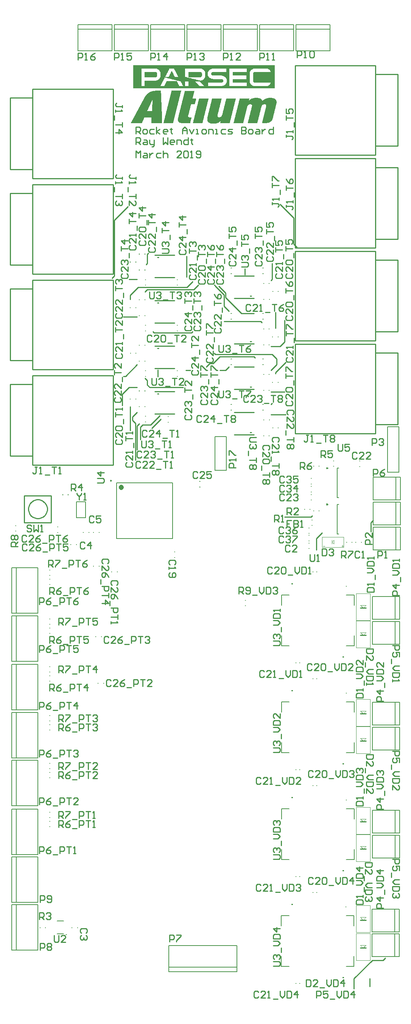
<source format=gto>
G04*
G04 #@! TF.GenerationSoftware,Altium Limited,Altium Designer,19.0.15 (446)*
G04*
G04 Layer_Color=65535*
%FSLAX25Y25*%
%MOIN*%
G70*
G01*
G75*
%ADD10C,0.00984*%
%ADD11C,0.01000*%
%ADD12C,0.00600*%
%ADD13C,0.02362*%
%ADD14C,0.01000*%
%ADD15C,0.00787*%
%ADD16C,0.00100*%
%ADD17C,0.00750*%
%ADD18C,0.00591*%
%ADD19C,0.00400*%
G36*
X298250Y24250D02*
Y23250D01*
X296750D01*
Y24250D01*
X298250D01*
D02*
G37*
G36*
X253250Y87750D02*
Y88750D01*
X251750D01*
Y87750D01*
X253250D01*
D02*
G37*
G36*
X298350Y118250D02*
Y117250D01*
X296850D01*
Y118250D01*
X298350D01*
D02*
G37*
G36*
X253350Y181750D02*
Y182750D01*
X251850D01*
Y181750D01*
X253350D01*
D02*
G37*
G36*
X298350Y212250D02*
Y211250D01*
X296850D01*
Y212250D01*
X298350D01*
D02*
G37*
G36*
X253350Y275750D02*
Y276750D01*
X251850D01*
Y275750D01*
X253350D01*
D02*
G37*
G36*
X298350Y306250D02*
Y305250D01*
X296850D01*
Y306250D01*
X298350D01*
D02*
G37*
G36*
X253350Y369750D02*
Y370750D01*
X251850D01*
Y369750D01*
X253350D01*
D02*
G37*
D10*
X283760Y440154D02*
X283022Y440580D01*
Y439727D01*
X283760Y440154D01*
Y472012D02*
X283022Y472438D01*
Y471586D01*
X283760Y472012D01*
X93268Y460988D02*
X92529Y461414D01*
Y460562D01*
X93268Y460988D01*
X315000Y49945D02*
X317500D01*
X312500D02*
X315000D01*
X255126Y502402D02*
Y581142D01*
Y502402D02*
X325992D01*
Y581142D01*
X255126D02*
X325992D01*
Y573268D02*
X345677D01*
Y510276D02*
Y573268D01*
X325992Y510276D02*
X345677D01*
X94874Y474732D02*
Y553472D01*
X24008D02*
X94874D01*
X24008Y474732D02*
Y553472D01*
Y474732D02*
X94874D01*
X4323Y482606D02*
X24008D01*
X4323D02*
Y545598D01*
X24008D01*
X4323Y629598D02*
X24008D01*
X4323Y566606D02*
Y629598D01*
Y566606D02*
X24008D01*
Y558732D02*
X94874D01*
X24008D02*
Y637472D01*
X94874D01*
Y558732D02*
Y637472D01*
Y642732D02*
Y721472D01*
X24008D02*
X94874D01*
X24008Y642732D02*
Y721472D01*
Y642732D02*
X94874D01*
X4323Y650606D02*
X24008D01*
X4323D02*
Y713598D01*
X24008D01*
X4323Y797598D02*
X24008D01*
X4323Y734606D02*
Y797598D01*
Y734606D02*
X24008D01*
Y726732D02*
X94874D01*
X24008D02*
Y805472D01*
X94874D01*
Y726732D02*
Y805472D01*
X255126Y747402D02*
Y826142D01*
Y747402D02*
X325992D01*
Y826142D01*
X255126D02*
X325992D01*
Y818268D02*
X345677D01*
Y755276D02*
Y818268D01*
X325992Y755276D02*
X345677D01*
X325992Y673504D02*
X345677D01*
Y736496D01*
X325992D02*
X345677D01*
X255126Y744370D02*
X325992D01*
Y665630D02*
Y744370D01*
X255126Y665630D02*
X325992D01*
X255126D02*
Y744370D01*
Y584087D02*
Y662827D01*
Y584087D02*
X325992D01*
Y662827D01*
X255126D02*
X325992D01*
Y654953D02*
X345677D01*
Y591961D02*
Y654953D01*
X325992Y591961D02*
X345677D01*
X312624Y348945D02*
X315124D01*
X317624D01*
X312624Y324945D02*
X315124D01*
X317624D01*
X312600Y255921D02*
X315100D01*
X317600D01*
X315100Y231945D02*
X317600D01*
X312600D02*
X315100D01*
X312600Y160921D02*
X315100D01*
X317600D01*
X312600Y136945D02*
X315100D01*
X317600D01*
X312524Y74421D02*
X315024D01*
X317524D01*
D11*
X134783Y537260D02*
X133996D01*
X134783D01*
Y577260D02*
X133996D01*
X134783D01*
Y617260D02*
X133996D01*
X134783D01*
Y657382D02*
X133996D01*
X134783D01*
X216382Y623457D02*
X215595D01*
X216382D01*
Y583457D02*
X215595D01*
X216382D01*
Y543457D02*
X215595D01*
X216382D01*
Y503457D02*
X215595D01*
X216382D01*
X36805Y436000D02*
X36745Y437001D01*
X36564Y437988D01*
X36265Y438945D01*
X35854Y439860D01*
X35335Y440718D01*
X34716Y441507D01*
X34007Y442216D01*
X33218Y442835D01*
X32360Y443354D01*
X31445Y443765D01*
X30487Y444064D01*
X29501Y444245D01*
X28500Y444305D01*
X27499Y444245D01*
X26513Y444064D01*
X25555Y443765D01*
X24640Y443354D01*
X23782Y442835D01*
X22993Y442216D01*
X22284Y441507D01*
X21665Y440718D01*
X21146Y439860D01*
X20735Y438945D01*
X20436Y437988D01*
X20255Y437001D01*
X20195Y436000D01*
X20255Y434999D01*
X20436Y434012D01*
X20735Y433055D01*
X21146Y432140D01*
X21665Y431282D01*
X22284Y430493D01*
X22993Y429783D01*
X23782Y429165D01*
X24640Y428646D01*
X25555Y428235D01*
X26513Y427936D01*
X27499Y427755D01*
X28500Y427695D01*
X29501Y427755D01*
X30487Y427936D01*
X31445Y428235D01*
X32360Y428646D01*
X33218Y429165D01*
X34007Y429783D01*
X34716Y430493D01*
X35335Y431282D01*
X35854Y432140D01*
X36265Y433055D01*
X36564Y434012D01*
X36745Y434999D01*
X36805Y436000D01*
X332701Y39201D02*
X334500Y41000D01*
X323201Y39201D02*
X332701D01*
X307000Y23000D02*
X323201Y39201D01*
X307000Y14000D02*
Y23000D01*
X131634Y539425D02*
X148957D01*
X131634Y519740D02*
X148957D01*
X131634Y559740D02*
X148957D01*
X131634Y579425D02*
X148957D01*
X131634Y619425D02*
X148957D01*
X131634Y599740D02*
X148957D01*
X131634Y639862D02*
X148957D01*
X131634Y659547D02*
X148957D01*
X201421Y621291D02*
X218744D01*
X201421Y640976D02*
X218744D01*
X201421Y600976D02*
X218744D01*
X201421Y581291D02*
X218744D01*
X201421Y541291D02*
X218744D01*
X201421Y560976D02*
X218744D01*
X201421Y520976D02*
X218744D01*
X201421Y501291D02*
X218744D01*
X184000Y573000D02*
X185000Y572000D01*
X211000Y642000D02*
Y647260D01*
X208000Y608000D02*
X212457D01*
X194000Y622000D02*
X208000Y608000D01*
X194000Y622000D02*
Y626000D01*
X188000Y632000D02*
X194000Y626000D01*
X188000Y632000D02*
Y632016D01*
X192500Y614500D02*
X197000Y610000D01*
X159500Y640000D02*
Y658500D01*
X16689Y424189D02*
X40311D01*
X16689D02*
Y447811D01*
X40311D01*
Y424189D02*
Y447811D01*
X212457Y608000D02*
X219000D01*
X125000Y660000D02*
X126000Y661000D01*
X125000Y659000D02*
Y660000D01*
X321000Y16000D02*
Y23000D01*
X219000Y570000D02*
X220000Y569000D01*
X189000Y570000D02*
X219000D01*
X183000Y564000D02*
X189000Y570000D01*
X180004Y564000D02*
X183000D01*
X177004Y561000D02*
X180004Y564000D01*
X177000Y561000D02*
X177004D01*
X234000Y558000D02*
X239000Y563000D01*
Y568000D01*
X235000Y572000D02*
X239000Y568000D01*
X185000Y572000D02*
X235000D01*
X194000Y558000D02*
X197000Y561000D01*
X189000Y558000D02*
X194000D01*
X238000Y555000D02*
Y556000D01*
X247000Y565000D01*
X234000Y539000D02*
X246000D01*
X234000Y528000D02*
X235000Y529000D01*
X159000Y558000D02*
X163000D01*
X105799Y552799D02*
X116000Y563000D01*
X104000Y552799D02*
X105799D01*
X103000Y527000D02*
Y537000D01*
X110000Y505000D02*
Y526000D01*
X112000Y517000D02*
X116000Y521000D01*
X112000Y514000D02*
Y517000D01*
Y514000D02*
X114492Y511508D01*
Y479000D02*
Y511508D01*
X123000Y551000D02*
X125000Y549000D01*
Y545205D02*
Y549000D01*
Y545205D02*
X127205Y543000D01*
X156563D01*
X134311Y552500D02*
Y558500D01*
X192500Y614500D02*
Y624516D01*
X185000Y632016D02*
X192500Y624516D01*
X184095Y632921D02*
X185000Y632016D01*
X184000Y632921D02*
X184095D01*
X225000Y601000D02*
X226000Y600000D01*
X224000Y601000D02*
X225000D01*
X192500D02*
X225000D01*
X238000Y595000D02*
Y609000D01*
X234000Y579000D02*
X242000D01*
X246000Y583000D01*
Y602000D01*
X130000Y592000D02*
X131000Y591000D01*
X164000D01*
X165000Y592000D01*
X165000D01*
X104000Y605000D02*
X116000D01*
X123000Y627000D02*
X125000Y629000D01*
X166000D01*
X170000Y633000D01*
X110031Y620457D02*
Y624031D01*
X117000Y631000D01*
X160000D01*
X165000Y636000D01*
X94000Y639000D02*
X96000Y641000D01*
Y690000D01*
X108000Y702000D01*
X109012Y543000D02*
X116000D01*
X103012Y537000D02*
X109012Y543000D01*
X129000Y507000D02*
X137000Y515000D01*
X136000Y518000D02*
Y518500D01*
X128000Y510000D02*
X136000Y518000D01*
X121000Y510000D02*
X128000D01*
X119000Y508000D02*
X121000Y510000D01*
X119000Y497000D02*
Y508000D01*
X116000Y509000D02*
X118000Y511000D01*
X116000Y488000D02*
Y509000D01*
X254000Y669000D02*
X257000Y666000D01*
X254000Y669000D02*
Y692000D01*
X242000Y704000D02*
X254000Y692000D01*
X234000Y637000D02*
X235000Y638000D01*
Y652000D01*
X109000Y638000D02*
X116000D01*
X124000Y651000D02*
X125000Y652000D01*
Y659000D01*
X234000Y519000D02*
X247000D01*
X269197Y429000D02*
X270197Y430000D01*
X246000Y429000D02*
X269197D01*
X274013Y410013D02*
X279000Y415000D01*
X274013Y409913D02*
Y410013D01*
X274000Y409913D02*
X274013D01*
X274000Y400000D02*
Y409913D01*
X322000Y424000D02*
X324000Y426000D01*
X322000Y416008D02*
Y424000D01*
X115000Y766195D02*
Y772193D01*
X117999D01*
X118999Y771193D01*
Y769194D01*
X117999Y768194D01*
X115000D01*
X116999D02*
X118999Y766195D01*
X121998D02*
X123997D01*
X124997Y767194D01*
Y769194D01*
X123997Y770193D01*
X121998D01*
X120998Y769194D01*
Y767194D01*
X121998Y766195D01*
X130995Y770193D02*
X127996D01*
X126996Y769194D01*
Y767194D01*
X127996Y766195D01*
X130995D01*
X132994D02*
Y772193D01*
Y768194D02*
X135993Y770193D01*
X132994Y768194D02*
X135993Y766195D01*
X141991D02*
X139992D01*
X138992Y767194D01*
Y769194D01*
X139992Y770193D01*
X141991D01*
X142991Y769194D01*
Y768194D01*
X138992D01*
X145990Y771193D02*
Y770193D01*
X144990D01*
X146990D01*
X145990D01*
Y767194D01*
X146990Y766195D01*
X155987D02*
Y770193D01*
X157986Y772193D01*
X159985Y770193D01*
Y766195D01*
Y769194D01*
X155987D01*
X161985Y770193D02*
X163984Y766195D01*
X165983Y770193D01*
X167983Y766195D02*
X169982D01*
X168983D01*
Y770193D01*
X167983D01*
X173981Y766195D02*
X175980D01*
X176980Y767194D01*
Y769194D01*
X175980Y770193D01*
X173981D01*
X172981Y769194D01*
Y767194D01*
X173981Y766195D01*
X178979D02*
Y770193D01*
X181978D01*
X182978Y769194D01*
Y766195D01*
X184977D02*
X186977D01*
X185977D01*
Y770193D01*
X184977D01*
X193974D02*
X190975D01*
X189976Y769194D01*
Y767194D01*
X190975Y766195D01*
X193974D01*
X195974D02*
X198973D01*
X199972Y767194D01*
X198973Y768194D01*
X196974D01*
X195974Y769194D01*
X196974Y770193D01*
X199972D01*
X207970Y772193D02*
Y766195D01*
X210969D01*
X211969Y767194D01*
Y768194D01*
X210969Y769194D01*
X207970D01*
X210969D01*
X211969Y770193D01*
Y771193D01*
X210969Y772193D01*
X207970D01*
X214968Y766195D02*
X216967D01*
X217967Y767194D01*
Y769194D01*
X216967Y770193D01*
X214968D01*
X213968Y769194D01*
Y767194D01*
X214968Y766195D01*
X220966Y770193D02*
X222965D01*
X223965Y769194D01*
Y766195D01*
X220966D01*
X219966Y767194D01*
X220966Y768194D01*
X223965D01*
X225964Y770193D02*
Y766195D01*
Y768194D01*
X226964Y769194D01*
X227963Y770193D01*
X228963D01*
X235961Y772193D02*
Y766195D01*
X232962D01*
X231962Y767194D01*
Y769194D01*
X232962Y770193D01*
X235961D01*
X115000Y756597D02*
Y762595D01*
X117999D01*
X118999Y761595D01*
Y759596D01*
X117999Y758596D01*
X115000D01*
X116999D02*
X118999Y756597D01*
X121998Y760596D02*
X123997D01*
X124997Y759596D01*
Y756597D01*
X121998D01*
X120998Y757597D01*
X121998Y758596D01*
X124997D01*
X126996Y760596D02*
Y757597D01*
X127996Y756597D01*
X130995D01*
Y755597D01*
X129995Y754598D01*
X128996D01*
X130995Y756597D02*
Y760596D01*
X138992Y762595D02*
Y756597D01*
X140992Y758596D01*
X142991Y756597D01*
Y762595D01*
X147989Y756597D02*
X145990D01*
X144990Y757597D01*
Y759596D01*
X145990Y760596D01*
X147989D01*
X148989Y759596D01*
Y758596D01*
X144990D01*
X150988Y756597D02*
Y760596D01*
X153987D01*
X154987Y759596D01*
Y756597D01*
X160985Y762595D02*
Y756597D01*
X157986D01*
X156986Y757597D01*
Y759596D01*
X157986Y760596D01*
X160985D01*
X163984Y761595D02*
Y760596D01*
X162985D01*
X164984D01*
X163984D01*
Y757597D01*
X164984Y756597D01*
X115000Y745000D02*
Y750998D01*
X116999Y748999D01*
X118999Y750998D01*
Y745000D01*
X121998Y748999D02*
X123997D01*
X124997Y747999D01*
Y745000D01*
X121998D01*
X120998Y746000D01*
X121998Y746999D01*
X124997D01*
X126996Y748999D02*
Y745000D01*
Y746999D01*
X127996Y747999D01*
X128996Y748999D01*
X129995D01*
X136993D02*
X133994D01*
X132994Y747999D01*
Y746000D01*
X133994Y745000D01*
X136993D01*
X138992Y750998D02*
Y745000D01*
Y747999D01*
X139992Y748999D01*
X141991D01*
X142991Y747999D01*
Y745000D01*
X154987D02*
X150988D01*
X154987Y748999D01*
Y749998D01*
X153987Y750998D01*
X151988D01*
X150988Y749998D01*
X156986D02*
X157986Y750998D01*
X159985D01*
X160985Y749998D01*
Y746000D01*
X159985Y745000D01*
X157986D01*
X156986Y746000D01*
Y749998D01*
X162985Y745000D02*
X164984D01*
X163984D01*
Y750998D01*
X162985Y749998D01*
X167983Y746000D02*
X168983Y745000D01*
X170982D01*
X171982Y746000D01*
Y749998D01*
X170982Y750998D01*
X168983D01*
X167983Y749998D01*
Y748999D01*
X168983Y747999D01*
X171982D01*
X203000Y472500D02*
X197002D01*
Y475499D01*
X198002Y476499D01*
X200001D01*
X201001Y475499D01*
Y472500D01*
X203000Y478498D02*
Y480497D01*
Y479498D01*
X197002D01*
X198002Y478498D01*
X197002Y483496D02*
Y487495D01*
X198002D01*
X202000Y483496D01*
X203000D01*
X205500Y361300D02*
Y367298D01*
X208499D01*
X209499Y366298D01*
Y364299D01*
X208499Y363299D01*
X205500D01*
X207499D02*
X209499Y361300D01*
X211498Y362300D02*
X212498Y361300D01*
X214497D01*
X215497Y362300D01*
Y366298D01*
X214497Y367298D01*
X212498D01*
X211498Y366298D01*
Y365299D01*
X212498Y364299D01*
X215497D01*
X217496Y360300D02*
X221495D01*
X223494Y367298D02*
Y363299D01*
X225494Y361300D01*
X227493Y363299D01*
Y367298D01*
X229492D02*
Y361300D01*
X232491D01*
X233491Y362300D01*
Y366298D01*
X232491Y367298D01*
X229492D01*
X235490Y366298D02*
X236490Y367298D01*
X238489D01*
X239489Y366298D01*
Y365299D01*
X238489Y364299D01*
X237490D01*
X238489D01*
X239489Y363299D01*
Y362300D01*
X238489Y361300D01*
X236490D01*
X235490Y362300D01*
X244999Y411498D02*
X243999Y412498D01*
X242000D01*
X241000Y411498D01*
Y407500D01*
X242000Y406500D01*
X243999D01*
X244999Y407500D01*
X246998Y411498D02*
X247998Y412498D01*
X249997D01*
X250997Y411498D01*
Y410499D01*
X249997Y409499D01*
X248997D01*
X249997D01*
X250997Y408499D01*
Y407500D01*
X249997Y406500D01*
X247998D01*
X246998Y407500D01*
X252996Y412498D02*
X256995D01*
Y411498D01*
X252996Y407500D01*
Y406500D01*
X244999Y419498D02*
X243999Y420498D01*
X242000D01*
X241000Y419498D01*
Y415500D01*
X242000Y414500D01*
X243999D01*
X244999Y415500D01*
X246998Y419498D02*
X247998Y420498D01*
X249997D01*
X250997Y419498D01*
Y418499D01*
X249997Y417499D01*
X248997D01*
X249997D01*
X250997Y416499D01*
Y415500D01*
X249997Y414500D01*
X247998D01*
X246998Y415500D01*
X256995Y420498D02*
X254995Y419498D01*
X252996Y417499D01*
Y415500D01*
X253996Y414500D01*
X255995D01*
X256995Y415500D01*
Y416499D01*
X255995Y417499D01*
X252996D01*
X245499Y463998D02*
X244499Y464998D01*
X242500D01*
X241500Y463998D01*
Y460000D01*
X242500Y459000D01*
X244499D01*
X245499Y460000D01*
X247498Y463998D02*
X248498Y464998D01*
X250497D01*
X251497Y463998D01*
Y462999D01*
X250497Y461999D01*
X249497D01*
X250497D01*
X251497Y460999D01*
Y460000D01*
X250497Y459000D01*
X248498D01*
X247498Y460000D01*
X257495Y464998D02*
X253496D01*
Y461999D01*
X255496Y462999D01*
X256495D01*
X257495Y461999D01*
Y460000D01*
X256495Y459000D01*
X254496D01*
X253496Y460000D01*
X245499Y455998D02*
X244499Y456998D01*
X242500D01*
X241500Y455998D01*
Y452000D01*
X242500Y451000D01*
X244499D01*
X245499Y452000D01*
X247498Y455998D02*
X248498Y456998D01*
X250497D01*
X251497Y455998D01*
Y454999D01*
X250497Y453999D01*
X249497D01*
X250497D01*
X251497Y452999D01*
Y452000D01*
X250497Y451000D01*
X248498D01*
X247498Y452000D01*
X256495Y451000D02*
Y456998D01*
X253496Y453999D01*
X257495D01*
X81002Y459000D02*
X86000D01*
X87000Y460000D01*
Y461999D01*
X86000Y462999D01*
X81002D01*
X87000Y467997D02*
X81002D01*
X84001Y464998D01*
Y468997D01*
X89998Y388001D02*
X90998Y389001D01*
Y391000D01*
X89998Y392000D01*
X86000D01*
X85000Y391000D01*
Y389001D01*
X86000Y388001D01*
X85000Y382003D02*
Y386002D01*
X88999Y382003D01*
X89998D01*
X90998Y383003D01*
Y385002D01*
X89998Y386002D01*
X90998Y376005D02*
X89998Y378005D01*
X87999Y380004D01*
X86000D01*
X85000Y379004D01*
Y377005D01*
X86000Y376005D01*
X86999D01*
X87999Y377005D01*
Y380004D01*
X84000Y374006D02*
Y370007D01*
X85000Y368008D02*
X90998D01*
Y365009D01*
X89998Y364009D01*
X87999D01*
X86999Y365009D01*
Y368008D01*
X90998Y362010D02*
Y358011D01*
Y360010D01*
X85000D01*
Y353013D02*
X90998D01*
X87999Y356012D01*
Y352013D01*
X18524Y411998D02*
X17524Y412998D01*
X15525D01*
X14525Y411998D01*
Y408000D01*
X15525Y407000D01*
X17524D01*
X18524Y408000D01*
X24522Y407000D02*
X20523D01*
X24522Y410999D01*
Y411998D01*
X23522Y412998D01*
X21523D01*
X20523Y411998D01*
X30520Y412998D02*
X28521Y411998D01*
X26521Y409999D01*
Y408000D01*
X27521Y407000D01*
X29520D01*
X30520Y408000D01*
Y408999D01*
X29520Y409999D01*
X26521D01*
X32519Y406000D02*
X36518D01*
X38517Y407000D02*
Y412998D01*
X41517D01*
X42516Y411998D01*
Y409999D01*
X41517Y408999D01*
X38517D01*
X44515Y412998D02*
X48514D01*
X46515D01*
Y407000D01*
X54512Y412998D02*
X52513Y411998D01*
X50513Y409999D01*
Y408000D01*
X51513Y407000D01*
X53513D01*
X54512Y408000D01*
Y408999D01*
X53513Y409999D01*
X50513D01*
X18999Y404372D02*
X17999Y405372D01*
X16000D01*
X15000Y404372D01*
Y400374D01*
X16000Y399374D01*
X17999D01*
X18999Y400374D01*
X24997Y399374D02*
X20998D01*
X24997Y403373D01*
Y404372D01*
X23997Y405372D01*
X21998D01*
X20998Y404372D01*
X30995Y405372D02*
X28995Y404372D01*
X26996Y402373D01*
Y400374D01*
X27996Y399374D01*
X29995D01*
X30995Y400374D01*
Y401373D01*
X29995Y402373D01*
X26996D01*
X32994Y398374D02*
X36993D01*
X38992Y399374D02*
Y405372D01*
X41991D01*
X42991Y404372D01*
Y402373D01*
X41991Y401373D01*
X38992D01*
X44990Y405372D02*
X48989D01*
X46990D01*
Y399374D01*
X54987Y405372D02*
X50988D01*
Y402373D01*
X52988Y403373D01*
X53987D01*
X54987Y402373D01*
Y400374D01*
X53987Y399374D01*
X51988D01*
X50988Y400374D01*
X90999Y322998D02*
X89999Y323998D01*
X88000D01*
X87000Y322998D01*
Y319000D01*
X88000Y318000D01*
X89999D01*
X90999Y319000D01*
X96997Y318000D02*
X92998D01*
X96997Y321999D01*
Y322998D01*
X95997Y323998D01*
X93998D01*
X92998Y322998D01*
X102995Y323998D02*
X100996Y322998D01*
X98996Y320999D01*
Y319000D01*
X99996Y318000D01*
X101995D01*
X102995Y319000D01*
Y319999D01*
X101995Y320999D01*
X98996D01*
X104994Y317000D02*
X108993D01*
X110992Y318000D02*
Y323998D01*
X113991D01*
X114991Y322998D01*
Y320999D01*
X113991Y319999D01*
X110992D01*
X116990Y323998D02*
X120989D01*
X118990D01*
Y318000D01*
X122988Y322998D02*
X123988Y323998D01*
X125987D01*
X126987Y322998D01*
Y321999D01*
X125987Y320999D01*
X124988D01*
X125987D01*
X126987Y319999D01*
Y319000D01*
X125987Y318000D01*
X123988D01*
X122988Y319000D01*
X92999Y284998D02*
X91999Y285998D01*
X90000D01*
X89000Y284998D01*
Y281000D01*
X90000Y280000D01*
X91999D01*
X92999Y281000D01*
X98997Y280000D02*
X94998D01*
X98997Y283999D01*
Y284998D01*
X97997Y285998D01*
X95998D01*
X94998Y284998D01*
X104995Y285998D02*
X102996Y284998D01*
X100996Y282999D01*
Y281000D01*
X101996Y280000D01*
X103995D01*
X104995Y281000D01*
Y281999D01*
X103995Y282999D01*
X100996D01*
X106994Y279000D02*
X110993D01*
X112992Y280000D02*
Y285998D01*
X115991D01*
X116991Y284998D01*
Y282999D01*
X115991Y281999D01*
X112992D01*
X118990Y285998D02*
X122989D01*
X120990D01*
Y280000D01*
X128987D02*
X124988D01*
X128987Y283999D01*
Y284998D01*
X127987Y285998D01*
X125988D01*
X124988Y284998D01*
X97998Y369001D02*
X98998Y370001D01*
Y372000D01*
X97998Y373000D01*
X94000D01*
X93000Y372000D01*
Y370001D01*
X94000Y369001D01*
X93000Y363003D02*
Y367002D01*
X96999Y363003D01*
X97998D01*
X98998Y364003D01*
Y366002D01*
X97998Y367002D01*
X98998Y357005D02*
X97998Y359004D01*
X95999Y361004D01*
X94000D01*
X93000Y360004D01*
Y358005D01*
X94000Y357005D01*
X94999D01*
X95999Y358005D01*
Y361004D01*
X92000Y355006D02*
Y351007D01*
X93000Y349008D02*
X98998D01*
Y346009D01*
X97998Y345009D01*
X95999D01*
X94999Y346009D01*
Y349008D01*
X98998Y343010D02*
Y339011D01*
Y341010D01*
X93000D01*
Y337012D02*
Y335012D01*
Y336012D01*
X98998D01*
X97998Y337012D01*
X128000Y831000D02*
Y836998D01*
X130999D01*
X131999Y835998D01*
Y833999D01*
X130999Y832999D01*
X128000D01*
X133998Y831000D02*
X135997D01*
X134998D01*
Y836998D01*
X133998Y835998D01*
X141996Y831000D02*
Y836998D01*
X138996Y833999D01*
X142995D01*
X64000Y831000D02*
Y836998D01*
X66999D01*
X67999Y835998D01*
Y833999D01*
X66999Y832999D01*
X64000D01*
X69998Y831000D02*
X71997D01*
X70998D01*
Y836998D01*
X69998Y835998D01*
X78995Y836998D02*
X76996Y835998D01*
X74996Y833999D01*
Y832000D01*
X75996Y831000D01*
X77996D01*
X78995Y832000D01*
Y832999D01*
X77996Y833999D01*
X74996D01*
X96000Y831000D02*
Y836998D01*
X98999D01*
X99999Y835998D01*
Y833999D01*
X98999Y832999D01*
X96000D01*
X101998Y831000D02*
X103997D01*
X102998D01*
Y836998D01*
X101998Y835998D01*
X110995Y836998D02*
X106996D01*
Y833999D01*
X108996Y834999D01*
X109995D01*
X110995Y833999D01*
Y832000D01*
X109995Y831000D01*
X107996D01*
X106996Y832000D01*
X160035Y831000D02*
Y836998D01*
X163034D01*
X164034Y835998D01*
Y833999D01*
X163034Y832999D01*
X160035D01*
X166033Y831000D02*
X168033D01*
X167033D01*
Y836998D01*
X166033Y835998D01*
X171032D02*
X172031Y836998D01*
X174031D01*
X175031Y835998D01*
Y834999D01*
X174031Y833999D01*
X173031D01*
X174031D01*
X175031Y832999D01*
Y832000D01*
X174031Y831000D01*
X172031D01*
X171032Y832000D01*
X192000Y831000D02*
Y836998D01*
X194999D01*
X195999Y835998D01*
Y833999D01*
X194999Y832999D01*
X192000D01*
X197998Y831000D02*
X199997D01*
X198998D01*
Y836998D01*
X197998Y835998D01*
X206995Y831000D02*
X202996D01*
X206995Y834999D01*
Y835998D01*
X205995Y836998D01*
X203996D01*
X202996Y835998D01*
X224000Y831000D02*
Y836998D01*
X226999D01*
X227999Y835998D01*
Y833999D01*
X226999Y832999D01*
X224000D01*
X229998Y831000D02*
X231997D01*
X230998D01*
Y836998D01*
X229998Y835998D01*
X234997Y831000D02*
X236996D01*
X235996D01*
Y836998D01*
X234997Y835998D01*
X257000Y833000D02*
Y838998D01*
X259999D01*
X260999Y837998D01*
Y835999D01*
X259999Y834999D01*
X257000D01*
X262998Y833000D02*
X264997D01*
X263998D01*
Y838998D01*
X262998Y837998D01*
X267996D02*
X268996Y838998D01*
X270995D01*
X271995Y837998D01*
Y834000D01*
X270995Y833000D01*
X268996D01*
X267996Y834000D01*
Y837998D01*
X30500Y90000D02*
Y95998D01*
X33499D01*
X34499Y94998D01*
Y92999D01*
X33499Y91999D01*
X30500D01*
X36498Y91000D02*
X37498Y90000D01*
X39497D01*
X40497Y91000D01*
Y94998D01*
X39497Y95998D01*
X37498D01*
X36498Y94998D01*
Y93999D01*
X37498Y92999D01*
X40497D01*
X30500Y48000D02*
Y53998D01*
X33499D01*
X34499Y52998D01*
Y50999D01*
X33499Y49999D01*
X30500D01*
X36498Y52998D02*
X37498Y53998D01*
X39497D01*
X40497Y52998D01*
Y51999D01*
X39497Y50999D01*
X40497Y49999D01*
Y49000D01*
X39497Y48000D01*
X37498D01*
X36498Y49000D01*
Y49999D01*
X37498Y50999D01*
X36498Y51999D01*
Y52998D01*
X37498Y50999D02*
X39497D01*
X144600Y55400D02*
Y61398D01*
X147599D01*
X148599Y60398D01*
Y58399D01*
X147599Y57399D01*
X144600D01*
X150598Y61398D02*
X154597D01*
Y60398D01*
X150598Y56400D01*
Y55400D01*
X293000Y492998D02*
Y488000D01*
X294000Y487000D01*
X295999D01*
X296999Y488000D01*
Y492998D01*
X302997D02*
X298998D01*
Y489999D01*
X300997Y490999D01*
X301997D01*
X302997Y489999D01*
Y488000D01*
X301997Y487000D01*
X299998D01*
X298998Y488000D01*
X296000Y393000D02*
Y398998D01*
X298999D01*
X299999Y397998D01*
Y395999D01*
X298999Y394999D01*
X296000D01*
X297999D02*
X299999Y393000D01*
X301998Y398998D02*
X305997D01*
Y397998D01*
X301998Y394000D01*
Y393000D01*
X259500Y471000D02*
Y476998D01*
X262499D01*
X263499Y475998D01*
Y473999D01*
X262499Y472999D01*
X259500D01*
X261499D02*
X263499Y471000D01*
X269497Y476998D02*
X267497Y475998D01*
X265498Y473999D01*
Y472000D01*
X266498Y471000D01*
X268497D01*
X269497Y472000D01*
Y472999D01*
X268497Y473999D01*
X265498D01*
X324000Y465000D02*
Y470998D01*
X326999D01*
X327999Y469998D01*
Y467999D01*
X326999Y466999D01*
X324000D01*
X333997Y470998D02*
X331997Y469998D01*
X329998Y467999D01*
Y466000D01*
X330998Y465000D01*
X332997D01*
X333997Y466000D01*
Y466999D01*
X332997Y467999D01*
X329998D01*
X279000Y400998D02*
Y395000D01*
X281999D01*
X282999Y396000D01*
Y399998D01*
X281999Y400998D01*
X279000D01*
X284998Y399998D02*
X285998Y400998D01*
X287997D01*
X288997Y399998D01*
Y398999D01*
X287997Y397999D01*
X286997D01*
X287997D01*
X288997Y396999D01*
Y396000D01*
X287997Y395000D01*
X285998D01*
X284998Y396000D01*
X245499Y448254D02*
X244499Y449254D01*
X242500D01*
X241500Y448254D01*
Y444256D01*
X242500Y443256D01*
X244499D01*
X245499Y444256D01*
X251497Y443256D02*
X247498D01*
X251497Y447255D01*
Y448254D01*
X250497Y449254D01*
X248498D01*
X247498Y448254D01*
X253496D02*
X254496Y449254D01*
X256495D01*
X257495Y448254D01*
Y447255D01*
X256495Y446255D01*
X255496D01*
X256495D01*
X257495Y445255D01*
Y444256D01*
X256495Y443256D01*
X254496D01*
X253496Y444256D01*
X309499Y484998D02*
X308499Y485998D01*
X306500D01*
X305500Y484998D01*
Y481000D01*
X306500Y480000D01*
X308499D01*
X309499Y481000D01*
X315497Y480000D02*
X311498D01*
X315497Y483999D01*
Y484998D01*
X314497Y485998D01*
X312498D01*
X311498Y484998D01*
X321495Y480000D02*
X317496D01*
X321495Y483999D01*
Y484998D01*
X320495Y485998D01*
X318496D01*
X317496Y484998D01*
X347000Y360000D02*
X341002D01*
Y362999D01*
X342002Y363999D01*
X344001D01*
X345001Y362999D01*
Y360000D01*
X347000Y368997D02*
X341002D01*
X344001Y365998D01*
Y369997D01*
X348000Y371996D02*
Y375995D01*
X341002Y377994D02*
X345001D01*
X347000Y379994D01*
X345001Y381993D01*
X341002D01*
Y383992D02*
X347000D01*
Y386991D01*
X346000Y387991D01*
X342002D01*
X341002Y386991D01*
Y383992D01*
X347000Y389990D02*
Y391990D01*
Y390990D01*
X341002D01*
X342002Y389990D01*
X236002Y34000D02*
X241000D01*
X242000Y35000D01*
Y36999D01*
X241000Y37999D01*
X236002D01*
X237002Y39998D02*
X236002Y40998D01*
Y42997D01*
X237002Y43997D01*
X238001D01*
X239001Y42997D01*
Y41997D01*
Y42997D01*
X240001Y43997D01*
X241000D01*
X242000Y42997D01*
Y40998D01*
X241000Y39998D01*
X243000Y45996D02*
Y49995D01*
X236002Y51994D02*
X240001D01*
X242000Y53993D01*
X240001Y55993D01*
X236002D01*
Y57992D02*
X242000D01*
Y60991D01*
X241000Y61991D01*
X237002D01*
X236002Y60991D01*
Y57992D01*
X242000Y66989D02*
X236002D01*
X239001Y63990D01*
Y67989D01*
X236002Y128000D02*
X241000D01*
X242000Y129000D01*
Y130999D01*
X241000Y131999D01*
X236002D01*
X237002Y133998D02*
X236002Y134998D01*
Y136997D01*
X237002Y137997D01*
X238001D01*
X239001Y136997D01*
Y135997D01*
Y136997D01*
X240001Y137997D01*
X241000D01*
X242000Y136997D01*
Y134998D01*
X241000Y133998D01*
X243000Y139996D02*
Y143995D01*
X236002Y145994D02*
X240001D01*
X242000Y147994D01*
X240001Y149993D01*
X236002D01*
Y151992D02*
X242000D01*
Y154991D01*
X241000Y155991D01*
X237002D01*
X236002Y154991D01*
Y151992D01*
X237002Y157990D02*
X236002Y158990D01*
Y160989D01*
X237002Y161989D01*
X238001D01*
X239001Y160989D01*
Y159990D01*
Y160989D01*
X240001Y161989D01*
X241000D01*
X242000Y160989D01*
Y158990D01*
X241000Y157990D01*
X236002Y222000D02*
X241000D01*
X242000Y223000D01*
Y224999D01*
X241000Y225999D01*
X236002D01*
X237002Y227998D02*
X236002Y228998D01*
Y230997D01*
X237002Y231997D01*
X238001D01*
X239001Y230997D01*
Y229997D01*
Y230997D01*
X240001Y231997D01*
X241000D01*
X242000Y230997D01*
Y228998D01*
X241000Y227998D01*
X243000Y233996D02*
Y237995D01*
X236002Y239994D02*
X240001D01*
X242000Y241993D01*
X240001Y243993D01*
X236002D01*
Y245992D02*
X242000D01*
Y248991D01*
X241000Y249991D01*
X237002D01*
X236002Y248991D01*
Y245992D01*
X242000Y255989D02*
Y251990D01*
X238001Y255989D01*
X237002D01*
X236002Y254989D01*
Y252990D01*
X237002Y251990D01*
X236002Y316000D02*
X241000D01*
X242000Y317000D01*
Y318999D01*
X241000Y319999D01*
X236002D01*
X237002Y321998D02*
X236002Y322998D01*
Y324997D01*
X237002Y325997D01*
X238001D01*
X239001Y324997D01*
Y323997D01*
Y324997D01*
X240001Y325997D01*
X241000D01*
X242000Y324997D01*
Y322998D01*
X241000Y321998D01*
X243000Y327996D02*
Y331995D01*
X236002Y333994D02*
X240001D01*
X242000Y335994D01*
X240001Y337993D01*
X236002D01*
Y339992D02*
X242000D01*
Y342991D01*
X241000Y343991D01*
X237002D01*
X236002Y342991D01*
Y339992D01*
X242000Y345990D02*
Y347990D01*
Y346990D01*
X236002D01*
X237002Y345990D01*
X266999Y500998D02*
X264999D01*
X265999D01*
Y496000D01*
X264999Y495000D01*
X264000D01*
X263000Y496000D01*
X268998Y495000D02*
X270997D01*
X269998D01*
Y500998D01*
X268998Y499998D01*
X273996Y494000D02*
X277995D01*
X279995Y500998D02*
X283993D01*
X281994D01*
Y495000D01*
X285993Y499998D02*
X286992Y500998D01*
X288992D01*
X289991Y499998D01*
Y498999D01*
X288992Y497999D01*
X289991Y496999D01*
Y496000D01*
X288992Y495000D01*
X286992D01*
X285993Y496000D01*
Y496999D01*
X286992Y497999D01*
X285993Y498999D01*
Y499998D01*
X286992Y497999D02*
X288992D01*
X235002Y705873D02*
Y703873D01*
Y704873D01*
X240000D01*
X241000Y703873D01*
Y702874D01*
X240000Y701874D01*
X241000Y707872D02*
Y709871D01*
Y708872D01*
X235002D01*
X236002Y707872D01*
X242000Y712871D02*
Y716869D01*
X235002Y718868D02*
Y722867D01*
Y720868D01*
X241000D01*
X235002Y724867D02*
Y728865D01*
X236002D01*
X240000Y724867D01*
X241000D01*
X247102Y703227D02*
Y701228D01*
Y702227D01*
X252100D01*
X253100Y701228D01*
Y700228D01*
X252100Y699228D01*
X253100Y705226D02*
Y707226D01*
Y706226D01*
X247102D01*
X248102Y705226D01*
X254100Y710225D02*
Y714223D01*
X247102Y716223D02*
Y720222D01*
Y718222D01*
X253100D01*
X247102Y726220D02*
X248102Y724220D01*
X250101Y722221D01*
X252100D01*
X253100Y723221D01*
Y725220D01*
X252100Y726220D01*
X251101D01*
X250101Y725220D01*
Y722221D01*
X247102Y764999D02*
Y762999D01*
Y763999D01*
X252100D01*
X253100Y762999D01*
Y762000D01*
X252100Y761000D01*
X253100Y766998D02*
Y768997D01*
Y767998D01*
X247102D01*
X248102Y766998D01*
X254100Y771996D02*
Y775995D01*
X247102Y777994D02*
Y781993D01*
Y779994D01*
X253100D01*
X247102Y787991D02*
Y783993D01*
X250101D01*
X249101Y785992D01*
Y786992D01*
X250101Y787991D01*
X252100D01*
X253100Y786992D01*
Y784992D01*
X252100Y783993D01*
X102998Y789001D02*
Y791001D01*
Y790001D01*
X98000D01*
X97000Y791001D01*
Y792000D01*
X98000Y793000D01*
X97000Y787002D02*
Y785003D01*
Y786002D01*
X102998D01*
X101998Y787002D01*
X96000Y782004D02*
Y778005D01*
X102998Y776006D02*
Y772007D01*
Y774006D01*
X97000D01*
Y767008D02*
X102998D01*
X99999Y770007D01*
Y766009D01*
X102998Y726001D02*
Y728001D01*
Y727001D01*
X98000D01*
X97000Y728001D01*
Y729000D01*
X98000Y730000D01*
X97000Y724002D02*
Y722003D01*
Y723002D01*
X102998D01*
X101998Y724002D01*
X96000Y719004D02*
Y715005D01*
X102998Y713005D02*
Y709007D01*
Y711006D01*
X97000D01*
X101998Y707007D02*
X102998Y706008D01*
Y704008D01*
X101998Y703009D01*
X100999D01*
X99999Y704008D01*
Y705008D01*
Y704008D01*
X98999Y703009D01*
X98000D01*
X97000Y704008D01*
Y706008D01*
X98000Y707007D01*
X114998Y726001D02*
Y728001D01*
Y727001D01*
X110000D01*
X109000Y728001D01*
Y729000D01*
X110000Y730000D01*
X109000Y724002D02*
Y722003D01*
Y723002D01*
X114998D01*
X113998Y724002D01*
X108000Y719004D02*
Y715005D01*
X114998Y713005D02*
Y709007D01*
Y711006D01*
X109000D01*
Y703009D02*
Y707007D01*
X112999Y703009D01*
X113998D01*
X114998Y704008D01*
Y706008D01*
X113998Y707007D01*
X27999Y472998D02*
X25999D01*
X26999D01*
Y468000D01*
X25999Y467000D01*
X25000D01*
X24000Y468000D01*
X29998Y467000D02*
X31997D01*
X30998D01*
Y472998D01*
X29998Y471998D01*
X34996Y466000D02*
X38995D01*
X40995Y472998D02*
X44993D01*
X42994D01*
Y467000D01*
X46993D02*
X48992D01*
X47992D01*
Y472998D01*
X46993Y471998D01*
X265000Y21998D02*
Y16000D01*
X267999D01*
X268999Y17000D01*
Y20998D01*
X267999Y21998D01*
X265000D01*
X274997Y16000D02*
X270998D01*
X274997Y19999D01*
Y20998D01*
X273997Y21998D01*
X271998D01*
X270998Y20998D01*
X276996Y15000D02*
X280995D01*
X282994Y21998D02*
Y17999D01*
X284994Y16000D01*
X286993Y17999D01*
Y21998D01*
X288992D02*
Y16000D01*
X291991D01*
X292991Y17000D01*
Y20998D01*
X291991Y21998D01*
X288992D01*
X297989Y16000D02*
Y21998D01*
X294990Y18999D01*
X298989D01*
X322998Y125000D02*
X317000D01*
Y122001D01*
X318000Y121001D01*
X321998D01*
X322998Y122001D01*
Y125000D01*
X317000Y115003D02*
Y119002D01*
X320999Y115003D01*
X321998D01*
X322998Y116003D01*
Y118002D01*
X321998Y119002D01*
X316000Y113004D02*
Y109005D01*
X322998Y107006D02*
X318999D01*
X317000Y105007D01*
X318999Y103007D01*
X322998D01*
Y101008D02*
X317000D01*
Y98009D01*
X318000Y97009D01*
X321998D01*
X322998Y98009D01*
Y101008D01*
X321998Y95010D02*
X322998Y94010D01*
Y92011D01*
X321998Y91011D01*
X320999D01*
X319999Y92011D01*
Y93010D01*
Y92011D01*
X318999Y91011D01*
X318000D01*
X317000Y92011D01*
Y94010D01*
X318000Y95010D01*
X323998Y220000D02*
X318000D01*
Y217001D01*
X319000Y216001D01*
X322998D01*
X323998Y217001D01*
Y220000D01*
X318000Y210003D02*
Y214002D01*
X321999Y210003D01*
X322998D01*
X323998Y211003D01*
Y213002D01*
X322998Y214002D01*
X317000Y208004D02*
Y204005D01*
X323998Y202006D02*
X319999D01*
X318000Y200007D01*
X319999Y198007D01*
X323998D01*
Y196008D02*
X318000D01*
Y193009D01*
X319000Y192009D01*
X322998D01*
X323998Y193009D01*
Y196008D01*
X318000Y186011D02*
Y190010D01*
X321999Y186011D01*
X322998D01*
X323998Y187011D01*
Y189010D01*
X322998Y190010D01*
X323998Y313000D02*
X318000D01*
Y310001D01*
X319000Y309001D01*
X322998D01*
X323998Y310001D01*
Y313000D01*
X318000Y303003D02*
Y307002D01*
X321999Y303003D01*
X322998D01*
X323998Y304003D01*
Y306002D01*
X322998Y307002D01*
X317000Y301004D02*
Y297005D01*
X323998Y295006D02*
X319999D01*
X318000Y293006D01*
X319999Y291007D01*
X323998D01*
Y289008D02*
X318000D01*
Y286009D01*
X319000Y285009D01*
X322998D01*
X323998Y286009D01*
Y289008D01*
X318000Y283010D02*
Y281010D01*
Y282010D01*
X323998D01*
X322998Y283010D01*
X309002Y88500D02*
X315000D01*
Y91499D01*
X314000Y92499D01*
X310002D01*
X309002Y91499D01*
Y88500D01*
X315000Y94498D02*
Y96497D01*
Y95498D01*
X309002D01*
X310002Y94498D01*
X316000Y99496D02*
Y103495D01*
X309002Y105494D02*
X313001D01*
X315000Y107494D01*
X313001Y109493D01*
X309002D01*
Y111493D02*
X315000D01*
Y114492D01*
X314000Y115491D01*
X310002D01*
X309002Y114492D01*
Y111493D01*
X315000Y120490D02*
X309002D01*
X312001Y117491D01*
Y121489D01*
X309002Y175000D02*
X315000D01*
Y177999D01*
X314000Y178999D01*
X310002D01*
X309002Y177999D01*
Y175000D01*
X315000Y180998D02*
Y182997D01*
Y181998D01*
X309002D01*
X310002Y180998D01*
X316000Y185996D02*
Y189995D01*
X309002Y191995D02*
X313001D01*
X315000Y193994D01*
X313001Y195993D01*
X309002D01*
Y197993D02*
X315000D01*
Y200992D01*
X314000Y201991D01*
X310002D01*
X309002Y200992D01*
Y197993D01*
X310002Y203991D02*
X309002Y204990D01*
Y206990D01*
X310002Y207989D01*
X311001D01*
X312001Y206990D01*
Y205990D01*
Y206990D01*
X313001Y207989D01*
X314000D01*
X315000Y206990D01*
Y204990D01*
X314000Y203991D01*
X309002Y270000D02*
X315000D01*
Y272999D01*
X314000Y273999D01*
X310002D01*
X309002Y272999D01*
Y270000D01*
X315000Y275998D02*
Y277997D01*
Y276998D01*
X309002D01*
X310002Y275998D01*
X316000Y280996D02*
Y284995D01*
X309002Y286995D02*
X313001D01*
X315000Y288994D01*
X313001Y290993D01*
X309002D01*
Y292993D02*
X315000D01*
Y295992D01*
X314000Y296991D01*
X310002D01*
X309002Y295992D01*
Y292993D01*
X315000Y302989D02*
Y298991D01*
X311001Y302989D01*
X310002D01*
X309002Y301990D01*
Y299990D01*
X310002Y298991D01*
X318502Y363200D02*
X324500D01*
Y366199D01*
X323500Y367199D01*
X319502D01*
X318502Y366199D01*
Y363200D01*
X324500Y369198D02*
Y371197D01*
Y370198D01*
X318502D01*
X319502Y369198D01*
X325500Y374196D02*
Y378195D01*
X318502Y380194D02*
X322501D01*
X324500Y382194D01*
X322501Y384193D01*
X318502D01*
Y386193D02*
X324500D01*
Y389192D01*
X323500Y390191D01*
X319502D01*
X318502Y389192D01*
Y386193D01*
X324500Y392191D02*
Y394190D01*
Y393190D01*
X318502D01*
X319502Y392191D01*
X220998Y499000D02*
X216000D01*
X215000Y498000D01*
Y496001D01*
X216000Y495001D01*
X220998D01*
X219998Y493002D02*
X220998Y492002D01*
Y490003D01*
X219998Y489003D01*
X218999D01*
X217999Y490003D01*
Y491003D01*
Y490003D01*
X216999Y489003D01*
X216000D01*
X215000Y490003D01*
Y492002D01*
X216000Y493002D01*
X214000Y487004D02*
Y483005D01*
X220998Y481006D02*
Y477007D01*
Y479006D01*
X215000D01*
X219998Y475008D02*
X220998Y474008D01*
Y472009D01*
X219998Y471009D01*
X218999D01*
X217999Y472009D01*
X216999Y471009D01*
X216000D01*
X215000Y472009D01*
Y474008D01*
X216000Y475008D01*
X216999D01*
X217999Y474008D01*
X218999Y475008D01*
X219998D01*
X217999Y474008D02*
Y472009D01*
X188000Y539998D02*
Y535000D01*
X189000Y534000D01*
X190999D01*
X191999Y535000D01*
Y539998D01*
X193998Y538998D02*
X194998Y539998D01*
X196997D01*
X197997Y538998D01*
Y537999D01*
X196997Y536999D01*
X195997D01*
X196997D01*
X197997Y535999D01*
Y535000D01*
X196997Y534000D01*
X194998D01*
X193998Y535000D01*
X199996Y533000D02*
X203995D01*
X205994Y539998D02*
X209993D01*
X207994D01*
Y534000D01*
X211992Y539998D02*
X215991D01*
Y538998D01*
X211992Y535000D01*
Y534000D01*
X188000Y579998D02*
Y575000D01*
X189000Y574000D01*
X190999D01*
X191999Y575000D01*
Y579998D01*
X193998Y578998D02*
X194998Y579998D01*
X196997D01*
X197997Y578998D01*
Y577999D01*
X196997Y576999D01*
X195997D01*
X196997D01*
X197997Y575999D01*
Y575000D01*
X196997Y574000D01*
X194998D01*
X193998Y575000D01*
X199996Y573000D02*
X203995D01*
X205994Y579998D02*
X209993D01*
X207994D01*
Y574000D01*
X215991Y579998D02*
X213992Y578998D01*
X211992Y576999D01*
Y575000D01*
X212992Y574000D01*
X214991D01*
X215991Y575000D01*
Y575999D01*
X214991Y576999D01*
X211992D01*
X207888Y649000D02*
X212886D01*
X213886Y650000D01*
Y651999D01*
X212886Y652999D01*
X207888D01*
X208888Y654998D02*
X207888Y655998D01*
Y657997D01*
X208888Y658997D01*
X209887D01*
X210887Y657997D01*
Y656997D01*
Y657997D01*
X211887Y658997D01*
X212886D01*
X213886Y657997D01*
Y655998D01*
X212886Y654998D01*
X214885Y660996D02*
Y664995D01*
X207888Y666994D02*
Y670993D01*
Y668994D01*
X213886D01*
X207888Y676991D02*
Y672992D01*
X210887D01*
X209887Y674992D01*
Y675991D01*
X210887Y676991D01*
X212886D01*
X213886Y675991D01*
Y673992D01*
X212886Y672992D01*
X138002Y661000D02*
X143000D01*
X144000Y662000D01*
Y663999D01*
X143000Y664999D01*
X138002D01*
X139002Y666998D02*
X138002Y667998D01*
Y669997D01*
X139002Y670997D01*
X140001D01*
X141001Y669997D01*
Y668997D01*
Y669997D01*
X142001Y670997D01*
X143000D01*
X144000Y669997D01*
Y667998D01*
X143000Y666998D01*
X145000Y672996D02*
Y676995D01*
X138002Y678994D02*
Y682993D01*
Y680994D01*
X144000D01*
Y687991D02*
X138002D01*
X141001Y684992D01*
Y688991D01*
X127035Y626998D02*
Y622000D01*
X128035Y621000D01*
X130034D01*
X131034Y622000D01*
Y626998D01*
X133034Y625998D02*
X134033Y626998D01*
X136032D01*
X137032Y625998D01*
Y624999D01*
X136032Y623999D01*
X135033D01*
X136032D01*
X137032Y622999D01*
Y622000D01*
X136032Y621000D01*
X134033D01*
X133034Y622000D01*
X139032Y620000D02*
X143030D01*
X145030Y626998D02*
X149028D01*
X147029D01*
Y621000D01*
X151028Y625998D02*
X152027Y626998D01*
X154027D01*
X155026Y625998D01*
Y624999D01*
X154027Y623999D01*
X153027D01*
X154027D01*
X155026Y622999D01*
Y622000D01*
X154027Y621000D01*
X152027D01*
X151028Y622000D01*
X129000Y550998D02*
Y546000D01*
X130000Y545000D01*
X131999D01*
X132999Y546000D01*
Y550998D01*
X134998Y549998D02*
X135998Y550998D01*
X137997D01*
X138997Y549998D01*
Y548999D01*
X137997Y547999D01*
X136997D01*
X137997D01*
X138997Y546999D01*
Y546000D01*
X137997Y545000D01*
X135998D01*
X134998Y546000D01*
X140996Y544000D02*
X144995D01*
X146994Y550998D02*
X150993D01*
X148994D01*
Y545000D01*
X156991D02*
X152992D01*
X156991Y548999D01*
Y549998D01*
X155991Y550998D01*
X153992D01*
X152992Y549998D01*
X120000Y495998D02*
Y491000D01*
X121000Y490000D01*
X122999D01*
X123999Y491000D01*
Y495998D01*
X125998Y494998D02*
X126998Y495998D01*
X128997D01*
X129997Y494998D01*
Y493999D01*
X128997Y492999D01*
X127997D01*
X128997D01*
X129997Y491999D01*
Y491000D01*
X128997Y490000D01*
X126998D01*
X125998Y491000D01*
X131996Y489000D02*
X135995D01*
X137994Y495998D02*
X141993D01*
X139994D01*
Y490000D01*
X143992D02*
X145992D01*
X144992D01*
Y495998D01*
X143992Y494998D01*
X63000Y449998D02*
Y448998D01*
X64999Y446999D01*
X66999Y448998D01*
Y449998D01*
X64999Y446999D02*
Y444000D01*
X68998D02*
X70997D01*
X69998D01*
Y449998D01*
X68998Y448998D01*
X42882Y60998D02*
Y56000D01*
X43882Y55000D01*
X45881D01*
X46881Y56000D01*
Y60998D01*
X52879Y55000D02*
X48880D01*
X52879Y58999D01*
Y59998D01*
X51879Y60998D01*
X49880D01*
X48880Y59998D01*
X268362Y396140D02*
Y391141D01*
X269362Y390142D01*
X271361D01*
X272361Y391141D01*
Y396140D01*
X274360Y390142D02*
X276360D01*
X275360D01*
Y396140D01*
X274360Y395140D01*
X22999Y420998D02*
X21999Y421998D01*
X20000D01*
X19000Y420998D01*
Y419999D01*
X20000Y418999D01*
X21999D01*
X22999Y417999D01*
Y417000D01*
X21999Y416000D01*
X20000D01*
X19000Y417000D01*
X24998Y421998D02*
Y416000D01*
X26997Y417999D01*
X28997Y416000D01*
Y421998D01*
X30996Y416000D02*
X32996D01*
X31996D01*
Y421998D01*
X30996Y420998D01*
X11000Y403000D02*
X5002D01*
Y405999D01*
X6002Y406999D01*
X8001D01*
X9001Y405999D01*
Y403000D01*
Y404999D02*
X11000Y406999D01*
X6002Y408998D02*
X5002Y409998D01*
Y411997D01*
X6002Y412997D01*
X7001D01*
X8001Y411997D01*
X9001Y412997D01*
X10000D01*
X11000Y411997D01*
Y409998D01*
X10000Y408998D01*
X9001D01*
X8001Y409998D01*
X7001Y408998D01*
X6002D01*
X8001Y409998D02*
Y411997D01*
X38000Y385000D02*
Y390998D01*
X40999D01*
X41999Y389998D01*
Y387999D01*
X40999Y386999D01*
X38000D01*
X39999D02*
X41999Y385000D01*
X43998Y390998D02*
X47997D01*
Y389998D01*
X43998Y386000D01*
Y385000D01*
X49996Y384000D02*
X53995D01*
X55994Y385000D02*
Y390998D01*
X58993D01*
X59993Y389998D01*
Y387999D01*
X58993Y386999D01*
X55994D01*
X61992Y390998D02*
X65991D01*
X63992D01*
Y385000D01*
X71989Y390998D02*
X69990Y389998D01*
X67990Y387999D01*
Y386000D01*
X68990Y385000D01*
X70989D01*
X71989Y386000D01*
Y386999D01*
X70989Y387999D01*
X67990D01*
X47000Y334000D02*
Y339998D01*
X49999D01*
X50999Y338998D01*
Y336999D01*
X49999Y335999D01*
X47000D01*
X48999D02*
X50999Y334000D01*
X52998Y339998D02*
X56997D01*
Y338998D01*
X52998Y335000D01*
Y334000D01*
X58996Y333000D02*
X62995D01*
X64994Y334000D02*
Y339998D01*
X67993D01*
X68993Y338998D01*
Y336999D01*
X67993Y335999D01*
X64994D01*
X70992Y339998D02*
X74991D01*
X72992D01*
Y334000D01*
X80989Y339998D02*
X76990D01*
Y336999D01*
X78990Y337999D01*
X79989D01*
X80989Y336999D01*
Y335000D01*
X79989Y334000D01*
X77990D01*
X76990Y335000D01*
X47000Y292000D02*
Y297998D01*
X49999D01*
X50999Y296998D01*
Y294999D01*
X49999Y293999D01*
X47000D01*
X48999D02*
X50999Y292000D01*
X52998Y297998D02*
X56997D01*
Y296998D01*
X52998Y293000D01*
Y292000D01*
X58996Y291000D02*
X62995D01*
X64994Y292000D02*
Y297998D01*
X67993D01*
X68993Y296998D01*
Y294999D01*
X67993Y293999D01*
X64994D01*
X70992Y297998D02*
X74991D01*
X72992D01*
Y292000D01*
X79989D02*
Y297998D01*
X76990Y294999D01*
X80989D01*
X47000Y249000D02*
Y254998D01*
X49999D01*
X50999Y253998D01*
Y251999D01*
X49999Y250999D01*
X47000D01*
X48999D02*
X50999Y249000D01*
X52998Y254998D02*
X56997D01*
Y253998D01*
X52998Y250000D01*
Y249000D01*
X58996Y248000D02*
X62995D01*
X64994Y249000D02*
Y254998D01*
X67993D01*
X68993Y253998D01*
Y251999D01*
X67993Y250999D01*
X64994D01*
X70992Y254998D02*
X74991D01*
X72992D01*
Y249000D01*
X76990Y253998D02*
X77990Y254998D01*
X79989D01*
X80989Y253998D01*
Y252999D01*
X79989Y251999D01*
X78990D01*
X79989D01*
X80989Y250999D01*
Y250000D01*
X79989Y249000D01*
X77990D01*
X76990Y250000D01*
X47000Y207000D02*
Y212998D01*
X49999D01*
X50999Y211998D01*
Y209999D01*
X49999Y208999D01*
X47000D01*
X48999D02*
X50999Y207000D01*
X52998Y212998D02*
X56997D01*
Y211998D01*
X52998Y208000D01*
Y207000D01*
X58996Y206000D02*
X62995D01*
X64994Y207000D02*
Y212998D01*
X67993D01*
X68993Y211998D01*
Y209999D01*
X67993Y208999D01*
X64994D01*
X70992Y212998D02*
X74991D01*
X72992D01*
Y207000D01*
X80989D02*
X76990D01*
X80989Y210999D01*
Y211998D01*
X79989Y212998D01*
X77990D01*
X76990Y211998D01*
X47000Y164000D02*
Y169998D01*
X49999D01*
X50999Y168998D01*
Y166999D01*
X49999Y165999D01*
X47000D01*
X48999D02*
X50999Y164000D01*
X52998Y169998D02*
X56997D01*
Y168998D01*
X52998Y165000D01*
Y164000D01*
X58996Y163000D02*
X62995D01*
X64994Y164000D02*
Y169998D01*
X67993D01*
X68993Y168998D01*
Y166999D01*
X67993Y165999D01*
X64994D01*
X70992Y169998D02*
X74991D01*
X72992D01*
Y164000D01*
X76990D02*
X78990D01*
X77990D01*
Y169998D01*
X76990Y168998D01*
X39000Y361000D02*
Y366998D01*
X41999D01*
X42999Y365998D01*
Y363999D01*
X41999Y362999D01*
X39000D01*
X40999D02*
X42999Y361000D01*
X48997Y366998D02*
X46997Y365998D01*
X44998Y363999D01*
Y362000D01*
X45998Y361000D01*
X47997D01*
X48997Y362000D01*
Y362999D01*
X47997Y363999D01*
X44998D01*
X50996Y360000D02*
X54995D01*
X56994Y361000D02*
Y366998D01*
X59993D01*
X60993Y365998D01*
Y363999D01*
X59993Y362999D01*
X56994D01*
X62992Y366998D02*
X66991D01*
X64992D01*
Y361000D01*
X72989Y366998D02*
X70990Y365998D01*
X68990Y363999D01*
Y362000D01*
X69990Y361000D01*
X71989D01*
X72989Y362000D01*
Y362999D01*
X71989Y363999D01*
X68990D01*
X39000Y318000D02*
Y323998D01*
X41999D01*
X42999Y322998D01*
Y320999D01*
X41999Y319999D01*
X39000D01*
X40999D02*
X42999Y318000D01*
X48997Y323998D02*
X46997Y322998D01*
X44998Y320999D01*
Y319000D01*
X45998Y318000D01*
X47997D01*
X48997Y319000D01*
Y319999D01*
X47997Y320999D01*
X44998D01*
X50996Y317000D02*
X54995D01*
X56994Y318000D02*
Y323998D01*
X59993D01*
X60993Y322998D01*
Y320999D01*
X59993Y319999D01*
X56994D01*
X62992Y323998D02*
X66991D01*
X64992D01*
Y318000D01*
X72989Y323998D02*
X68990D01*
Y320999D01*
X70990Y321999D01*
X71989D01*
X72989Y320999D01*
Y319000D01*
X71989Y318000D01*
X69990D01*
X68990Y319000D01*
X39000Y276000D02*
Y281998D01*
X41999D01*
X42999Y280998D01*
Y278999D01*
X41999Y277999D01*
X39000D01*
X40999D02*
X42999Y276000D01*
X48997Y281998D02*
X46997Y280998D01*
X44998Y278999D01*
Y277000D01*
X45998Y276000D01*
X47997D01*
X48997Y277000D01*
Y277999D01*
X47997Y278999D01*
X44998D01*
X50996Y275000D02*
X54995D01*
X56994Y276000D02*
Y281998D01*
X59993D01*
X60993Y280998D01*
Y278999D01*
X59993Y277999D01*
X56994D01*
X62992Y281998D02*
X66991D01*
X64992D01*
Y276000D01*
X71989D02*
Y281998D01*
X68990Y278999D01*
X72989D01*
X47000Y241000D02*
Y246998D01*
X49999D01*
X50999Y245998D01*
Y243999D01*
X49999Y242999D01*
X47000D01*
X48999D02*
X50999Y241000D01*
X56997Y246998D02*
X54997Y245998D01*
X52998Y243999D01*
Y242000D01*
X53998Y241000D01*
X55997D01*
X56997Y242000D01*
Y242999D01*
X55997Y243999D01*
X52998D01*
X58996Y240000D02*
X62995D01*
X64994Y241000D02*
Y246998D01*
X67993D01*
X68993Y245998D01*
Y243999D01*
X67993Y242999D01*
X64994D01*
X70992Y246998D02*
X74991D01*
X72992D01*
Y241000D01*
X76990Y245998D02*
X77990Y246998D01*
X79989D01*
X80989Y245998D01*
Y244999D01*
X79989Y243999D01*
X78990D01*
X79989D01*
X80989Y242999D01*
Y242000D01*
X79989Y241000D01*
X77990D01*
X76990Y242000D01*
X47000Y199000D02*
Y204998D01*
X49999D01*
X50999Y203998D01*
Y201999D01*
X49999Y200999D01*
X47000D01*
X48999D02*
X50999Y199000D01*
X56997Y204998D02*
X54997Y203998D01*
X52998Y201999D01*
Y200000D01*
X53998Y199000D01*
X55997D01*
X56997Y200000D01*
Y200999D01*
X55997Y201999D01*
X52998D01*
X58996Y198000D02*
X62995D01*
X64994Y199000D02*
Y204998D01*
X67993D01*
X68993Y203998D01*
Y201999D01*
X67993Y200999D01*
X64994D01*
X70992Y204998D02*
X74991D01*
X72992D01*
Y199000D01*
X80989D02*
X76990D01*
X80989Y202999D01*
Y203998D01*
X79989Y204998D01*
X77990D01*
X76990Y203998D01*
X47000Y156000D02*
Y161998D01*
X49999D01*
X50999Y160998D01*
Y158999D01*
X49999Y157999D01*
X47000D01*
X48999D02*
X50999Y156000D01*
X56997Y161998D02*
X54997Y160998D01*
X52998Y158999D01*
Y157000D01*
X53998Y156000D01*
X55997D01*
X56997Y157000D01*
Y157999D01*
X55997Y158999D01*
X52998D01*
X58996Y155000D02*
X62995D01*
X64994Y156000D02*
Y161998D01*
X67993D01*
X68993Y160998D01*
Y158999D01*
X67993Y157999D01*
X64994D01*
X70992Y161998D02*
X74991D01*
X72992D01*
Y156000D01*
X76990D02*
X78990D01*
X77990D01*
Y161998D01*
X76990Y160998D01*
X278000Y481371D02*
Y487369D01*
X280999D01*
X281999Y486369D01*
Y484370D01*
X280999Y483370D01*
X278000D01*
X279999D02*
X281999Y481371D01*
X287997Y487369D02*
X283998D01*
Y484370D01*
X285997Y485370D01*
X286997D01*
X287997Y484370D01*
Y482371D01*
X286997Y481371D01*
X284998D01*
X283998Y482371D01*
X58000Y452000D02*
Y457998D01*
X60999D01*
X61999Y456998D01*
Y454999D01*
X60999Y453999D01*
X58000D01*
X59999D02*
X61999Y452000D01*
X66997D02*
Y457998D01*
X63998Y454999D01*
X67997D01*
X30000Y75000D02*
Y80998D01*
X32999D01*
X33999Y79998D01*
Y77999D01*
X32999Y76999D01*
X30000D01*
X31999D02*
X33999Y75000D01*
X35998Y79998D02*
X36998Y80998D01*
X38997D01*
X39997Y79998D01*
Y78999D01*
X38997Y77999D01*
X37997D01*
X38997D01*
X39997Y76999D01*
Y76000D01*
X38997Y75000D01*
X36998D01*
X35998Y76000D01*
X248000Y431000D02*
Y436998D01*
X250999D01*
X251999Y435998D01*
Y433999D01*
X250999Y432999D01*
X248000D01*
X249999D02*
X251999Y431000D01*
X257997D02*
X253998D01*
X257997Y434999D01*
Y435998D01*
X256997Y436998D01*
X254998D01*
X253998Y435998D01*
X237000Y424610D02*
Y430608D01*
X239999D01*
X240999Y429609D01*
Y427609D01*
X239999Y426610D01*
X237000D01*
X238999D02*
X240999Y424610D01*
X242998D02*
X244997D01*
X243998D01*
Y430608D01*
X242998Y429609D01*
X30000Y352000D02*
Y357998D01*
X32999D01*
X33999Y356998D01*
Y354999D01*
X32999Y353999D01*
X30000D01*
X39997Y357998D02*
X37997Y356998D01*
X35998Y354999D01*
Y353000D01*
X36998Y352000D01*
X38997D01*
X39997Y353000D01*
Y353999D01*
X38997Y354999D01*
X35998D01*
X41996Y351000D02*
X45995D01*
X47994Y352000D02*
Y357998D01*
X50993D01*
X51993Y356998D01*
Y354999D01*
X50993Y353999D01*
X47994D01*
X53992Y357998D02*
X57991D01*
X55992D01*
Y352000D01*
X63989Y357998D02*
X61990Y356998D01*
X59990Y354999D01*
Y353000D01*
X60990Y352000D01*
X62989D01*
X63989Y353000D01*
Y353999D01*
X62989Y354999D01*
X59990D01*
X30000Y310000D02*
Y315998D01*
X32999D01*
X33999Y314998D01*
Y312999D01*
X32999Y311999D01*
X30000D01*
X39997Y315998D02*
X37997Y314998D01*
X35998Y312999D01*
Y311000D01*
X36998Y310000D01*
X38997D01*
X39997Y311000D01*
Y311999D01*
X38997Y312999D01*
X35998D01*
X41996Y309000D02*
X45995D01*
X47994Y310000D02*
Y315998D01*
X50993D01*
X51993Y314998D01*
Y312999D01*
X50993Y311999D01*
X47994D01*
X53992Y315998D02*
X57991D01*
X55992D01*
Y310000D01*
X63989Y315998D02*
X59990D01*
Y312999D01*
X61990Y313999D01*
X62989D01*
X63989Y312999D01*
Y311000D01*
X62989Y310000D01*
X60990D01*
X59990Y311000D01*
X30000Y259949D02*
Y265947D01*
X32999D01*
X33999Y264947D01*
Y262948D01*
X32999Y261948D01*
X30000D01*
X39997Y265947D02*
X37997Y264947D01*
X35998Y262948D01*
Y260948D01*
X36998Y259949D01*
X38997D01*
X39997Y260948D01*
Y261948D01*
X38997Y262948D01*
X35998D01*
X41996Y258949D02*
X45995D01*
X47994Y259949D02*
Y265947D01*
X50993D01*
X51993Y264947D01*
Y262948D01*
X50993Y261948D01*
X47994D01*
X53992Y265947D02*
X57991D01*
X55992D01*
Y259949D01*
X62989D02*
Y265947D01*
X59990Y262948D01*
X63989D01*
X30000Y218000D02*
Y223998D01*
X32999D01*
X33999Y222998D01*
Y220999D01*
X32999Y219999D01*
X30000D01*
X39997Y223998D02*
X37997Y222998D01*
X35998Y220999D01*
Y219000D01*
X36998Y218000D01*
X38997D01*
X39997Y219000D01*
Y219999D01*
X38997Y220999D01*
X35998D01*
X41996Y217000D02*
X45995D01*
X47994Y218000D02*
Y223998D01*
X50993D01*
X51993Y222998D01*
Y220999D01*
X50993Y219999D01*
X47994D01*
X53992Y223998D02*
X57991D01*
X55992D01*
Y218000D01*
X59990Y222998D02*
X60990Y223998D01*
X62989D01*
X63989Y222998D01*
Y221999D01*
X62989Y220999D01*
X61990D01*
X62989D01*
X63989Y219999D01*
Y219000D01*
X62989Y218000D01*
X60990D01*
X59990Y219000D01*
X30000Y176000D02*
Y181998D01*
X32999D01*
X33999Y180998D01*
Y178999D01*
X32999Y177999D01*
X30000D01*
X39997Y181998D02*
X37997Y180998D01*
X35998Y178999D01*
Y177000D01*
X36998Y176000D01*
X38997D01*
X39997Y177000D01*
Y177999D01*
X38997Y178999D01*
X35998D01*
X41996Y175000D02*
X45995D01*
X47994Y176000D02*
Y181998D01*
X50993D01*
X51993Y180998D01*
Y178999D01*
X50993Y177999D01*
X47994D01*
X53992Y181998D02*
X57991D01*
X55992D01*
Y176000D01*
X63989D02*
X59990D01*
X63989Y179999D01*
Y180998D01*
X62989Y181998D01*
X60990D01*
X59990Y180998D01*
X30000Y133000D02*
Y138998D01*
X32999D01*
X33999Y137998D01*
Y135999D01*
X32999Y134999D01*
X30000D01*
X39997Y138998D02*
X37997Y137998D01*
X35998Y135999D01*
Y134000D01*
X36998Y133000D01*
X38997D01*
X39997Y134000D01*
Y134999D01*
X38997Y135999D01*
X35998D01*
X41996Y132000D02*
X45995D01*
X47994Y133000D02*
Y138998D01*
X50993D01*
X51993Y137998D01*
Y135999D01*
X50993Y134999D01*
X47994D01*
X53992Y138998D02*
X57991D01*
X55992D01*
Y133000D01*
X59990D02*
X61990D01*
X60990D01*
Y138998D01*
X59990Y137998D01*
X274000Y6000D02*
Y11998D01*
X276999D01*
X277999Y10998D01*
Y8999D01*
X276999Y7999D01*
X274000D01*
X283997Y11998D02*
X279998D01*
Y8999D01*
X281997Y9999D01*
X282997D01*
X283997Y8999D01*
Y7000D01*
X282997Y6000D01*
X280998D01*
X279998Y7000D01*
X285996Y5000D02*
X289995D01*
X291994Y11998D02*
Y7999D01*
X293993Y6000D01*
X295993Y7999D01*
Y11998D01*
X297992D02*
Y6000D01*
X300991D01*
X301991Y7000D01*
Y10998D01*
X300991Y11998D01*
X297992D01*
X306989Y6000D02*
Y11998D01*
X303990Y8999D01*
X307989D01*
X341000Y128000D02*
X346998D01*
Y125001D01*
X345998Y124001D01*
X343999D01*
X342999Y125001D01*
Y128000D01*
X346998Y118003D02*
Y122002D01*
X343999D01*
X344999Y120003D01*
Y119003D01*
X343999Y118003D01*
X342000D01*
X341000Y119003D01*
Y121002D01*
X342000Y122002D01*
X340000Y116004D02*
Y112005D01*
X346998Y110006D02*
X342999D01*
X341000Y108007D01*
X342999Y106007D01*
X346998D01*
Y104008D02*
X341000D01*
Y101009D01*
X342000Y100009D01*
X345998D01*
X346998Y101009D01*
Y104008D01*
X345998Y98010D02*
X346998Y97010D01*
Y95011D01*
X345998Y94011D01*
X344999D01*
X343999Y95011D01*
Y96010D01*
Y95011D01*
X342999Y94011D01*
X342000D01*
X341000Y95011D01*
Y97010D01*
X342000Y98010D01*
X341000Y223000D02*
X346998D01*
Y220001D01*
X345998Y219001D01*
X343999D01*
X342999Y220001D01*
Y223000D01*
X346998Y213003D02*
Y217002D01*
X343999D01*
X344999Y215003D01*
Y214003D01*
X343999Y213003D01*
X342000D01*
X341000Y214003D01*
Y216002D01*
X342000Y217002D01*
X340000Y211004D02*
Y207005D01*
X346998Y205006D02*
X342999D01*
X341000Y203007D01*
X342999Y201007D01*
X346998D01*
Y199008D02*
X341000D01*
Y196009D01*
X342000Y195009D01*
X345998D01*
X346998Y196009D01*
Y199008D01*
X341000Y189011D02*
Y193010D01*
X344999Y189011D01*
X345998D01*
X346998Y190011D01*
Y192010D01*
X345998Y193010D01*
X341000Y316000D02*
X346998D01*
Y313001D01*
X345998Y312001D01*
X343999D01*
X342999Y313001D01*
Y316000D01*
X346998Y306003D02*
Y310002D01*
X343999D01*
X344999Y308003D01*
Y307003D01*
X343999Y306003D01*
X342000D01*
X341000Y307003D01*
Y309002D01*
X342000Y310002D01*
X340000Y304004D02*
Y300005D01*
X346998Y298006D02*
X342999D01*
X341000Y296006D01*
X342999Y294007D01*
X346998D01*
Y292008D02*
X341000D01*
Y289009D01*
X342000Y288009D01*
X345998D01*
X346998Y289009D01*
Y292008D01*
X341000Y286010D02*
Y284010D01*
Y285010D01*
X346998D01*
X345998Y286010D01*
X333000Y85000D02*
X327002D01*
Y87999D01*
X328002Y88999D01*
X330001D01*
X331001Y87999D01*
Y85000D01*
X333000Y93997D02*
X327002D01*
X330001Y90998D01*
Y94997D01*
X334000Y96996D02*
Y100995D01*
X327002Y102994D02*
X331001D01*
X333000Y104993D01*
X331001Y106993D01*
X327002D01*
Y108992D02*
X333000D01*
Y111991D01*
X332000Y112991D01*
X328002D01*
X327002Y111991D01*
Y108992D01*
X333000Y117989D02*
X327002D01*
X330001Y114990D01*
Y118989D01*
X333000Y172000D02*
X327002D01*
Y174999D01*
X328002Y175999D01*
X330001D01*
X331001Y174999D01*
Y172000D01*
X333000Y180997D02*
X327002D01*
X330001Y177998D01*
Y181997D01*
X334000Y183996D02*
Y187995D01*
X327002Y189994D02*
X331001D01*
X333000Y191993D01*
X331001Y193993D01*
X327002D01*
Y195992D02*
X333000D01*
Y198991D01*
X332000Y199991D01*
X328002D01*
X327002Y198991D01*
Y195992D01*
X328002Y201990D02*
X327002Y202990D01*
Y204989D01*
X328002Y205989D01*
X329001D01*
X330001Y204989D01*
Y203990D01*
Y204989D01*
X331001Y205989D01*
X332000D01*
X333000Y204989D01*
Y202990D01*
X332000Y201990D01*
X333000Y267000D02*
X327002D01*
Y269999D01*
X328002Y270999D01*
X330001D01*
X331001Y269999D01*
Y267000D01*
X333000Y275997D02*
X327002D01*
X330001Y272998D01*
Y276997D01*
X334000Y278996D02*
Y282995D01*
X327002Y284994D02*
X331001D01*
X333000Y286994D01*
X331001Y288993D01*
X327002D01*
Y290992D02*
X333000D01*
Y293991D01*
X332000Y294991D01*
X328002D01*
X327002Y293991D01*
Y290992D01*
X333000Y300989D02*
Y296990D01*
X329001Y300989D01*
X328002D01*
X327002Y299989D01*
Y297990D01*
X328002Y296990D01*
X323000Y492000D02*
Y497998D01*
X325999D01*
X326999Y496998D01*
Y494999D01*
X325999Y493999D01*
X323000D01*
X328998Y496998D02*
X329998Y497998D01*
X331997D01*
X332997Y496998D01*
Y495999D01*
X331997Y494999D01*
X330997D01*
X331997D01*
X332997Y493999D01*
Y493000D01*
X331997Y492000D01*
X329998D01*
X328998Y493000D01*
X323000Y404913D02*
X317002D01*
Y407912D01*
X318002Y408912D01*
X320001D01*
X321001Y407912D01*
Y404913D01*
X323000Y414910D02*
Y410912D01*
X319001Y414910D01*
X318002D01*
X317002Y413910D01*
Y411911D01*
X318002Y410912D01*
X328000Y393000D02*
Y398998D01*
X330999D01*
X331999Y397998D01*
Y395999D01*
X330999Y394999D01*
X328000D01*
X333998Y393000D02*
X335997D01*
X334998D01*
Y398998D01*
X333998Y397998D01*
X251999Y425998D02*
X248000D01*
Y422999D01*
X249999D01*
X248000D01*
Y420000D01*
X253998Y425998D02*
Y420000D01*
X256997D01*
X257997Y421000D01*
Y421999D01*
X256997Y422999D01*
X253998D01*
X256997D01*
X257997Y423999D01*
Y424998D01*
X256997Y425998D01*
X253998D01*
X259996Y420000D02*
X261996D01*
X260996D01*
Y425998D01*
X259996Y424998D01*
X169199Y467898D02*
X168199Y468898D01*
X166200D01*
X165200Y467898D01*
Y463900D01*
X166200Y462900D01*
X168199D01*
X169199Y463900D01*
X175197Y462900D02*
X171198D01*
X175197Y466899D01*
Y467898D01*
X174197Y468898D01*
X172198D01*
X171198Y467898D01*
X181195Y468898D02*
X177196D01*
Y465899D01*
X179195Y466899D01*
X180195D01*
X181195Y465899D01*
Y463900D01*
X180195Y462900D01*
X178196D01*
X177196Y463900D01*
X172499Y517373D02*
X171499Y518373D01*
X169500D01*
X168500Y517373D01*
Y513375D01*
X169500Y512375D01*
X171499D01*
X172499Y513375D01*
X178497Y512375D02*
X174498D01*
X178497Y516374D01*
Y517373D01*
X177497Y518373D01*
X175498D01*
X174498Y517373D01*
X183495Y512375D02*
Y518373D01*
X180496Y515374D01*
X184495D01*
X186494Y511375D02*
X190493D01*
X192492Y518373D02*
X196491D01*
X194492D01*
Y512375D01*
X198490Y517373D02*
X199490Y518373D01*
X201489D01*
X202489Y517373D01*
Y516374D01*
X201489Y515374D01*
X202489Y514374D01*
Y513375D01*
X201489Y512375D01*
X199490D01*
X198490Y513375D01*
Y514374D01*
X199490Y515374D01*
X198490Y516374D01*
Y517373D01*
X199490Y515374D02*
X201489D01*
X182002Y531916D02*
X181002Y530916D01*
Y528917D01*
X182002Y527917D01*
X186000D01*
X187000Y528917D01*
Y530916D01*
X186000Y531916D01*
X187000Y537914D02*
Y533915D01*
X183001Y537914D01*
X182002D01*
X181002Y536914D01*
Y534915D01*
X182002Y533915D01*
X187000Y542912D02*
X181002D01*
X184001Y539914D01*
Y543912D01*
X188000Y545912D02*
Y549910D01*
X181002Y551910D02*
Y555908D01*
Y553909D01*
X187000D01*
X181002Y557908D02*
Y561906D01*
X182002D01*
X186000Y557908D01*
X187000D01*
X179002Y637999D02*
X178002Y636999D01*
Y635000D01*
X179002Y634000D01*
X183000D01*
X184000Y635000D01*
Y636999D01*
X183000Y637999D01*
X184000Y643997D02*
Y639998D01*
X180001Y643997D01*
X179002D01*
X178002Y642997D01*
Y640998D01*
X179002Y639998D01*
X184000Y648995D02*
X178002D01*
X181001Y645996D01*
Y649995D01*
X185000Y651994D02*
Y655993D01*
X178002Y657992D02*
Y661991D01*
Y659992D01*
X184000D01*
X178002Y667989D02*
X179002Y665990D01*
X181001Y663990D01*
X183000D01*
X184000Y664990D01*
Y666989D01*
X183000Y667989D01*
X182001D01*
X181001Y666989D01*
Y663990D01*
X198002Y653999D02*
X197002Y652999D01*
Y651000D01*
X198002Y650000D01*
X202000D01*
X203000Y651000D01*
Y652999D01*
X202000Y653999D01*
X203000Y659997D02*
Y655998D01*
X199001Y659997D01*
X198002D01*
X197002Y658997D01*
Y656998D01*
X198002Y655998D01*
X203000Y664995D02*
X197002D01*
X200001Y661996D01*
Y665995D01*
X204000Y667994D02*
Y671993D01*
X197002Y673992D02*
Y677991D01*
Y675992D01*
X203000D01*
X197002Y683989D02*
Y679990D01*
X200001D01*
X199001Y681990D01*
Y682989D01*
X200001Y683989D01*
X202000D01*
X203000Y682989D01*
Y680990D01*
X202000Y679990D01*
X154002Y663928D02*
X153002Y662928D01*
Y660929D01*
X154002Y659929D01*
X158000D01*
X159000Y660929D01*
Y662928D01*
X158000Y663928D01*
X159000Y669926D02*
Y665927D01*
X155001Y669926D01*
X154002D01*
X153002Y668926D01*
Y666927D01*
X154002Y665927D01*
X159000Y674924D02*
X153002D01*
X156001Y671925D01*
Y675924D01*
X160000Y677923D02*
Y681922D01*
X153002Y683921D02*
Y687920D01*
Y685921D01*
X159000D01*
Y692918D02*
X153002D01*
X156001Y689919D01*
Y693918D01*
X159002Y596999D02*
X158002Y595999D01*
Y594000D01*
X159002Y593000D01*
X163000D01*
X164000Y594000D01*
Y595999D01*
X163000Y596999D01*
X164000Y602997D02*
Y598998D01*
X160001Y602997D01*
X159002D01*
X158002Y601997D01*
Y599998D01*
X159002Y598998D01*
X164000Y607995D02*
X158002D01*
X161001Y604996D01*
Y608995D01*
X165000Y610994D02*
Y614993D01*
X158002Y616992D02*
Y620991D01*
Y618992D01*
X164000D01*
X159002Y622990D02*
X158002Y623990D01*
Y625989D01*
X159002Y626989D01*
X160001D01*
X161001Y625989D01*
Y624990D01*
Y625989D01*
X162001Y626989D01*
X163000D01*
X164000Y625989D01*
Y623990D01*
X163000Y622990D01*
X165002Y557999D02*
X164002Y556999D01*
Y555000D01*
X165002Y554000D01*
X169000D01*
X170000Y555000D01*
Y556999D01*
X169000Y557999D01*
X170000Y563997D02*
Y559998D01*
X166001Y563997D01*
X165002D01*
X164002Y562997D01*
Y560998D01*
X165002Y559998D01*
X170000Y568995D02*
X164002D01*
X167001Y565996D01*
Y569995D01*
X171000Y571994D02*
Y575993D01*
X164002Y577992D02*
Y581991D01*
Y579992D01*
X170000D01*
Y587989D02*
Y583990D01*
X166001Y587989D01*
X165002D01*
X164002Y586989D01*
Y584990D01*
X165002Y583990D01*
X124499Y504467D02*
X123499Y505467D01*
X121500D01*
X120500Y504467D01*
Y500468D01*
X121500Y499469D01*
X123499D01*
X124499Y500468D01*
X130497Y499469D02*
X126498D01*
X130497Y503467D01*
Y504467D01*
X129497Y505467D01*
X127498D01*
X126498Y504467D01*
X135495Y499469D02*
Y505467D01*
X132496Y502467D01*
X136495D01*
X138494Y498469D02*
X142493D01*
X144492Y505467D02*
X148491D01*
X146492D01*
Y499469D01*
X150490D02*
X152490D01*
X151490D01*
Y505467D01*
X150490Y504467D01*
X213999Y534998D02*
X212999Y535998D01*
X211000D01*
X210000Y534998D01*
Y531000D01*
X211000Y530000D01*
X212999D01*
X213999Y531000D01*
X219997Y530000D02*
X215998D01*
X219997Y533999D01*
Y534998D01*
X218997Y535998D01*
X216998D01*
X215998Y534998D01*
X221996D02*
X222996Y535998D01*
X224995D01*
X225995Y534998D01*
Y533999D01*
X224995Y532999D01*
X223995D01*
X224995D01*
X225995Y531999D01*
Y531000D01*
X224995Y530000D01*
X222996D01*
X221996Y531000D01*
X227994Y529000D02*
X231993D01*
X233992Y535998D02*
X237991D01*
X235992D01*
Y530000D01*
X239990Y534998D02*
X240990Y535998D01*
X242989D01*
X243989Y534998D01*
Y533999D01*
X242989Y532999D01*
X243989Y531999D01*
Y531000D01*
X242989Y530000D01*
X240990D01*
X239990Y531000D01*
Y531999D01*
X240990Y532999D01*
X239990Y533999D01*
Y534998D01*
X240990Y532999D02*
X242989D01*
X173002Y531916D02*
X172002Y530916D01*
Y528917D01*
X173002Y527917D01*
X177000D01*
X178000Y528917D01*
Y530916D01*
X177000Y531916D01*
X178000Y537914D02*
Y533915D01*
X174001Y537914D01*
X173002D01*
X172002Y536914D01*
Y534915D01*
X173002Y533915D01*
Y539914D02*
X172002Y540913D01*
Y542912D01*
X173002Y543912D01*
X174001D01*
X175001Y542912D01*
Y541913D01*
Y542912D01*
X176001Y543912D01*
X177000D01*
X178000Y542912D01*
Y540913D01*
X177000Y539914D01*
X179000Y545912D02*
Y549910D01*
X172002Y551910D02*
Y555908D01*
Y553909D01*
X178000D01*
X172002Y557908D02*
Y561906D01*
X173002D01*
X177000Y557908D01*
X178000D01*
X187002Y637999D02*
X186002Y636999D01*
Y635000D01*
X187002Y634000D01*
X191000D01*
X192000Y635000D01*
Y636999D01*
X191000Y637999D01*
X192000Y643997D02*
Y639998D01*
X188001Y643997D01*
X187002D01*
X186002Y642997D01*
Y640998D01*
X187002Y639998D01*
Y645996D02*
X186002Y646996D01*
Y648995D01*
X187002Y649995D01*
X188001D01*
X189001Y648995D01*
Y647996D01*
Y648995D01*
X190001Y649995D01*
X191000D01*
X192000Y648995D01*
Y646996D01*
X191000Y645996D01*
X193000Y651994D02*
Y655993D01*
X186002Y657992D02*
Y661991D01*
Y659992D01*
X192000D01*
X186002Y667989D02*
X187002Y665990D01*
X189001Y663990D01*
X191000D01*
X192000Y664990D01*
Y666989D01*
X191000Y667989D01*
X190001D01*
X189001Y666989D01*
Y663990D01*
X221002Y653999D02*
X220002Y652999D01*
Y651000D01*
X221002Y650000D01*
X225000D01*
X226000Y651000D01*
Y652999D01*
X225000Y653999D01*
X226000Y659997D02*
Y655998D01*
X222001Y659997D01*
X221002D01*
X220002Y658997D01*
Y656998D01*
X221002Y655998D01*
Y661996D02*
X220002Y662996D01*
Y664995D01*
X221002Y665995D01*
X222001D01*
X223001Y664995D01*
Y663996D01*
Y664995D01*
X224001Y665995D01*
X225000D01*
X226000Y664995D01*
Y662996D01*
X225000Y661996D01*
X227000Y667994D02*
Y671993D01*
X220002Y673992D02*
Y677991D01*
Y675992D01*
X226000D01*
X220002Y683989D02*
Y679990D01*
X223001D01*
X222001Y681990D01*
Y682989D01*
X223001Y683989D01*
X225000D01*
X226000Y682989D01*
Y680990D01*
X225000Y679990D01*
X103002Y642999D02*
X102002Y641999D01*
Y640000D01*
X103002Y639000D01*
X107000D01*
X108000Y640000D01*
Y641999D01*
X107000Y642999D01*
X108000Y648997D02*
Y644998D01*
X104001Y648997D01*
X103002D01*
X102002Y647997D01*
Y645998D01*
X103002Y644998D01*
Y650996D02*
X102002Y651996D01*
Y653995D01*
X103002Y654995D01*
X104001D01*
X105001Y653995D01*
Y652995D01*
Y653995D01*
X106001Y654995D01*
X107000D01*
X108000Y653995D01*
Y651996D01*
X107000Y650996D01*
X109000Y656994D02*
Y660993D01*
X102002Y662992D02*
Y666991D01*
Y664992D01*
X108000D01*
Y671989D02*
X102002D01*
X105001Y668990D01*
Y672989D01*
X167002Y596999D02*
X166002Y595999D01*
Y594000D01*
X167002Y593000D01*
X171000D01*
X172000Y594000D01*
Y595999D01*
X171000Y596999D01*
X172000Y602997D02*
Y598998D01*
X168001Y602997D01*
X167002D01*
X166002Y601997D01*
Y599998D01*
X167002Y598998D01*
Y604996D02*
X166002Y605996D01*
Y607995D01*
X167002Y608995D01*
X168001D01*
X169001Y607995D01*
Y606995D01*
Y607995D01*
X170001Y608995D01*
X171000D01*
X172000Y607995D01*
Y605996D01*
X171000Y604996D01*
X173000Y610994D02*
Y614993D01*
X166002Y616992D02*
Y620991D01*
Y618992D01*
X172000D01*
X167002Y622990D02*
X166002Y623990D01*
Y625989D01*
X167002Y626989D01*
X168001D01*
X169001Y625989D01*
Y624990D01*
Y625989D01*
X170001Y626989D01*
X171000D01*
X172000Y625989D01*
Y623990D01*
X171000Y622990D01*
X159002Y518652D02*
X158002Y517653D01*
Y515653D01*
X159002Y514654D01*
X163000D01*
X164000Y515653D01*
Y517653D01*
X163000Y518652D01*
X164000Y524650D02*
Y520652D01*
X160001Y524650D01*
X159002D01*
X158002Y523651D01*
Y521651D01*
X159002Y520652D01*
Y526650D02*
X158002Y527649D01*
Y529649D01*
X159002Y530648D01*
X160001D01*
X161001Y529649D01*
Y528649D01*
Y529649D01*
X162001Y530648D01*
X163000D01*
X164000Y529649D01*
Y527649D01*
X163000Y526650D01*
X165000Y532648D02*
Y536647D01*
X158002Y538646D02*
Y542645D01*
Y540645D01*
X164000D01*
Y548643D02*
Y544644D01*
X160001Y548643D01*
X159002D01*
X158002Y547643D01*
Y545644D01*
X159002Y544644D01*
X119999Y485998D02*
X118999Y486998D01*
X117000D01*
X116000Y485998D01*
Y482000D01*
X117000Y481000D01*
X118999D01*
X119999Y482000D01*
X125997Y481000D02*
X121998D01*
X125997Y484999D01*
Y485998D01*
X124997Y486998D01*
X122998D01*
X121998Y485998D01*
X127996D02*
X128996Y486998D01*
X130995D01*
X131995Y485998D01*
Y484999D01*
X130995Y483999D01*
X129996D01*
X130995D01*
X131995Y482999D01*
Y482000D01*
X130995Y481000D01*
X128996D01*
X127996Y482000D01*
X133994Y480000D02*
X137993D01*
X139992Y486998D02*
X143991D01*
X141992D01*
Y481000D01*
X145990D02*
X147990D01*
X146990D01*
Y486998D01*
X145990Y485998D01*
X252998Y518997D02*
X253998Y519997D01*
Y521996D01*
X252998Y522996D01*
X249000D01*
X248000Y521996D01*
Y519997D01*
X249000Y518997D01*
X248000Y512999D02*
Y516998D01*
X251999Y512999D01*
X252998D01*
X253998Y513999D01*
Y515998D01*
X252998Y516998D01*
X248000Y507001D02*
Y511000D01*
X251999Y507001D01*
X252998D01*
X253998Y508001D01*
Y510000D01*
X252998Y511000D01*
X247000Y505002D02*
Y501003D01*
X253998Y499004D02*
Y495005D01*
Y497005D01*
X248000D01*
X252998Y493006D02*
X253998Y492006D01*
Y490007D01*
X252998Y489007D01*
X251999D01*
X250999Y490007D01*
X249999Y489007D01*
X249000D01*
X248000Y490007D01*
Y492006D01*
X249000Y493006D01*
X249999D01*
X250999Y492006D01*
X251999Y493006D01*
X252998D01*
X250999Y492006D02*
Y490007D01*
X178002Y568999D02*
X177002Y567999D01*
Y566000D01*
X178002Y565000D01*
X182000D01*
X183000Y566000D01*
Y567999D01*
X182000Y568999D01*
X183000Y574997D02*
Y570998D01*
X179001Y574997D01*
X178002D01*
X177002Y573997D01*
Y571998D01*
X178002Y570998D01*
X183000Y580995D02*
Y576996D01*
X179001Y580995D01*
X178002D01*
X177002Y579995D01*
Y577996D01*
X178002Y576996D01*
X184000Y582994D02*
Y586993D01*
X177002Y588992D02*
Y592991D01*
Y590992D01*
X183000D01*
X177002Y594990D02*
Y598989D01*
X178002D01*
X182000Y594990D01*
X183000D01*
X185002Y595133D02*
X184002Y594133D01*
Y592134D01*
X185002Y591134D01*
X189000D01*
X190000Y592134D01*
Y594133D01*
X189000Y595133D01*
X190000Y601131D02*
Y597132D01*
X186001Y601131D01*
X185002D01*
X184002Y600131D01*
Y598132D01*
X185002Y597132D01*
X190000Y607129D02*
Y603130D01*
X186001Y607129D01*
X185002D01*
X184002Y606129D01*
Y604130D01*
X185002Y603130D01*
X191000Y609128D02*
Y613127D01*
X184002Y615126D02*
Y619125D01*
Y617126D01*
X190000D01*
X184002Y625123D02*
X185002Y623124D01*
X187001Y621124D01*
X189000D01*
X190000Y622124D01*
Y624123D01*
X189000Y625123D01*
X188001D01*
X187001Y624123D01*
Y621124D01*
X231002Y657999D02*
X230002Y656999D01*
Y655000D01*
X231002Y654000D01*
X235000D01*
X236000Y655000D01*
Y656999D01*
X235000Y657999D01*
X236000Y663997D02*
Y659998D01*
X232001Y663997D01*
X231002D01*
X230002Y662997D01*
Y660998D01*
X231002Y659998D01*
X236000Y669995D02*
Y665996D01*
X232001Y669995D01*
X231002D01*
X230002Y668995D01*
Y666996D01*
X231002Y665996D01*
X237000Y671994D02*
Y675993D01*
X230002Y677992D02*
Y681991D01*
Y679992D01*
X236000D01*
X230002Y687989D02*
Y683990D01*
X233001D01*
X232001Y685990D01*
Y686989D01*
X233001Y687989D01*
X235000D01*
X236000Y686989D01*
Y684990D01*
X235000Y683990D01*
X127002Y665999D02*
X126002Y664999D01*
Y663000D01*
X127002Y662000D01*
X131000D01*
X132000Y663000D01*
Y664999D01*
X131000Y665999D01*
X132000Y671997D02*
Y667998D01*
X128001Y671997D01*
X127002D01*
X126002Y670997D01*
Y668998D01*
X127002Y667998D01*
X132000Y677995D02*
Y673996D01*
X128001Y677995D01*
X127002D01*
X126002Y676995D01*
Y674996D01*
X127002Y673996D01*
X133000Y679994D02*
Y683993D01*
X126002Y685992D02*
Y689991D01*
Y687992D01*
X132000D01*
Y694989D02*
X126002D01*
X129001Y691990D01*
Y695989D01*
X98013Y607999D02*
X97014Y606999D01*
Y605000D01*
X98013Y604000D01*
X102012D01*
X103012Y605000D01*
Y606999D01*
X102012Y607999D01*
X103012Y613997D02*
Y609998D01*
X99013Y613997D01*
X98013D01*
X97014Y612997D01*
Y610998D01*
X98013Y609998D01*
X103012Y619995D02*
Y615996D01*
X99013Y619995D01*
X98013D01*
X97014Y618995D01*
Y616996D01*
X98013Y615996D01*
X104011Y621994D02*
Y625993D01*
X97014Y627992D02*
Y631991D01*
Y629992D01*
X103012D01*
X98013Y633990D02*
X97014Y634990D01*
Y636989D01*
X98013Y637989D01*
X99013D01*
X100013Y636989D01*
Y635990D01*
Y636989D01*
X101013Y637989D01*
X102012D01*
X103012Y636989D01*
Y634990D01*
X102012Y633990D01*
X97002Y533999D02*
X96002Y532999D01*
Y531000D01*
X97002Y530000D01*
X101000D01*
X102000Y531000D01*
Y532999D01*
X101000Y533999D01*
X102000Y539997D02*
Y535998D01*
X98001Y539997D01*
X97002D01*
X96002Y538997D01*
Y536998D01*
X97002Y535998D01*
X102000Y545995D02*
Y541996D01*
X98001Y545995D01*
X97002D01*
X96002Y544995D01*
Y542996D01*
X97002Y541996D01*
X103000Y547994D02*
Y551993D01*
X96002Y553992D02*
Y557991D01*
Y555992D01*
X102000D01*
Y563989D02*
Y559990D01*
X98001Y563989D01*
X97002D01*
X96002Y562989D01*
Y560990D01*
X97002Y559990D01*
X118999Y476998D02*
X117999Y477998D01*
X116000D01*
X115000Y476998D01*
Y473000D01*
X116000Y472000D01*
X117999D01*
X118999Y473000D01*
X124997Y472000D02*
X120998D01*
X124997Y475999D01*
Y476998D01*
X123997Y477998D01*
X121998D01*
X120998Y476998D01*
X130995Y472000D02*
X126996D01*
X130995Y475999D01*
Y476998D01*
X129995Y477998D01*
X127996D01*
X126996Y476998D01*
X132994Y471000D02*
X136993D01*
X138992Y477998D02*
X142991D01*
X140992D01*
Y472000D01*
X144990D02*
X146990D01*
X145990D01*
Y477998D01*
X144990Y476998D01*
X222999Y10998D02*
X221999Y11998D01*
X220000D01*
X219000Y10998D01*
Y7000D01*
X220000Y6000D01*
X221999D01*
X222999Y7000D01*
X228997Y6000D02*
X224998D01*
X228997Y9999D01*
Y10998D01*
X227997Y11998D01*
X225998D01*
X224998Y10998D01*
X230996Y6000D02*
X232996D01*
X231996D01*
Y11998D01*
X230996Y10998D01*
X235995Y5000D02*
X239993D01*
X241993Y11998D02*
Y7999D01*
X243992Y6000D01*
X245991Y7999D01*
Y11998D01*
X247991D02*
Y6000D01*
X250990D01*
X251989Y7000D01*
Y10998D01*
X250990Y11998D01*
X247991D01*
X256988Y6000D02*
Y11998D01*
X253989Y8999D01*
X257987D01*
X224999Y104998D02*
X223999Y105998D01*
X222000D01*
X221000Y104998D01*
Y101000D01*
X222000Y100000D01*
X223999D01*
X224999Y101000D01*
X230997Y100000D02*
X226998D01*
X230997Y103999D01*
Y104998D01*
X229997Y105998D01*
X227998D01*
X226998Y104998D01*
X232996Y100000D02*
X234996D01*
X233996D01*
Y105998D01*
X232996Y104998D01*
X237995Y99000D02*
X241993D01*
X243993Y105998D02*
Y101999D01*
X245992Y100000D01*
X247991Y101999D01*
Y105998D01*
X249991D02*
Y100000D01*
X252990D01*
X253989Y101000D01*
Y104998D01*
X252990Y105998D01*
X249991D01*
X255989Y104998D02*
X256988Y105998D01*
X258988D01*
X259987Y104998D01*
Y103999D01*
X258988Y102999D01*
X257988D01*
X258988D01*
X259987Y101999D01*
Y101000D01*
X258988Y100000D01*
X256988D01*
X255989Y101000D01*
X224999Y198998D02*
X223999Y199998D01*
X222000D01*
X221000Y198998D01*
Y195000D01*
X222000Y194000D01*
X223999D01*
X224999Y195000D01*
X230997Y194000D02*
X226998D01*
X230997Y197999D01*
Y198998D01*
X229997Y199998D01*
X227998D01*
X226998Y198998D01*
X232996Y194000D02*
X234996D01*
X233996D01*
Y199998D01*
X232996Y198998D01*
X237995Y193000D02*
X241993D01*
X243993Y199998D02*
Y195999D01*
X245992Y194000D01*
X247991Y195999D01*
Y199998D01*
X249991D02*
Y194000D01*
X252990D01*
X253989Y195000D01*
Y198998D01*
X252990Y199998D01*
X249991D01*
X259987Y194000D02*
X255989D01*
X259987Y197999D01*
Y198998D01*
X258988Y199998D01*
X256988D01*
X255989Y198998D01*
X227999Y292998D02*
X226999Y293998D01*
X225000D01*
X224000Y292998D01*
Y289000D01*
X225000Y288000D01*
X226999D01*
X227999Y289000D01*
X233997Y288000D02*
X229998D01*
X233997Y291999D01*
Y292998D01*
X232997Y293998D01*
X230998D01*
X229998Y292998D01*
X235996Y288000D02*
X237996D01*
X236996D01*
Y293998D01*
X235996Y292998D01*
X240995Y287000D02*
X244993D01*
X246993Y293998D02*
Y289999D01*
X248992Y288000D01*
X250991Y289999D01*
Y293998D01*
X252991D02*
Y288000D01*
X255990D01*
X256989Y289000D01*
Y292998D01*
X255990Y293998D01*
X252991D01*
X258989Y288000D02*
X260988D01*
X259988D01*
Y293998D01*
X258989Y292998D01*
X239998Y495001D02*
X240998Y496001D01*
Y498000D01*
X239998Y499000D01*
X236000D01*
X235000Y498000D01*
Y496001D01*
X236000Y495001D01*
X235000Y489003D02*
Y493002D01*
X238999Y489003D01*
X239998D01*
X240998Y490003D01*
Y492002D01*
X239998Y493002D01*
X235000Y487004D02*
Y485005D01*
Y486004D01*
X240998D01*
X239998Y487004D01*
X234000Y482006D02*
Y478007D01*
X240998Y476007D02*
Y472009D01*
Y474008D01*
X235000D01*
X239998Y470009D02*
X240998Y469010D01*
Y467010D01*
X239998Y466011D01*
X238999D01*
X237999Y467010D01*
X236999Y466011D01*
X236000D01*
X235000Y467010D01*
Y469010D01*
X236000Y470009D01*
X236999D01*
X237999Y469010D01*
X238999Y470009D01*
X239998D01*
X237999Y469010D02*
Y467010D01*
X248102Y569455D02*
X247102Y568456D01*
Y566456D01*
X248102Y565457D01*
X252100D01*
X253100Y566456D01*
Y568456D01*
X252100Y569455D01*
X253100Y575454D02*
Y571455D01*
X249101Y575454D01*
X248102D01*
X247102Y574454D01*
Y572454D01*
X248102Y571455D01*
X253100Y577453D02*
Y579452D01*
Y578452D01*
X247102D01*
X248102Y577453D01*
X254100Y582451D02*
Y586450D01*
X247102Y588449D02*
Y592448D01*
Y590449D01*
X253100D01*
X247102Y594447D02*
Y598446D01*
X248102D01*
X252100Y594447D01*
X253100D01*
X215999Y614998D02*
X214999Y615998D01*
X213000D01*
X212000Y614998D01*
Y611000D01*
X213000Y610000D01*
X214999D01*
X215999Y611000D01*
X221997Y610000D02*
X217998D01*
X221997Y613999D01*
Y614998D01*
X220997Y615998D01*
X218998D01*
X217998Y614998D01*
X223996Y610000D02*
X225995D01*
X224996D01*
Y615998D01*
X223996Y614998D01*
X228994Y609000D02*
X232993D01*
X234993Y615998D02*
X238991D01*
X236992D01*
Y610000D01*
X244989Y615998D02*
X242990Y614998D01*
X240991Y612999D01*
Y611000D01*
X241990Y610000D01*
X243990D01*
X244989Y611000D01*
Y611999D01*
X243990Y612999D01*
X240991D01*
X239002Y642999D02*
X238002Y641999D01*
Y640000D01*
X239002Y639000D01*
X243000D01*
X244000Y640000D01*
Y641999D01*
X243000Y642999D01*
X244000Y648997D02*
Y644998D01*
X240001Y648997D01*
X239002D01*
X238002Y647997D01*
Y645998D01*
X239002Y644998D01*
X244000Y650996D02*
Y652995D01*
Y651996D01*
X238002D01*
X239002Y650996D01*
X245000Y655995D02*
Y659993D01*
X238002Y661993D02*
Y665991D01*
Y663992D01*
X244000D01*
X238002Y671989D02*
Y667991D01*
X241001D01*
X240001Y669990D01*
Y670990D01*
X241001Y671989D01*
X243000D01*
X244000Y670990D01*
Y668990D01*
X243000Y667991D01*
X110019Y667999D02*
X109020Y666999D01*
Y665000D01*
X110019Y664000D01*
X114018D01*
X115018Y665000D01*
Y666999D01*
X114018Y667999D01*
X115018Y673997D02*
Y669998D01*
X111019Y673997D01*
X110019D01*
X109020Y672997D01*
Y670998D01*
X110019Y669998D01*
X115018Y675996D02*
Y677995D01*
Y676996D01*
X109020D01*
X110019Y675996D01*
X116017Y680995D02*
Y684993D01*
X109020Y686993D02*
Y690991D01*
Y688992D01*
X115018D01*
Y695990D02*
X109020D01*
X112019Y692991D01*
Y696989D01*
X163002Y641999D02*
X162002Y640999D01*
Y639000D01*
X163002Y638000D01*
X167000D01*
X168000Y639000D01*
Y640999D01*
X167000Y641999D01*
X168000Y647997D02*
Y643998D01*
X164001Y647997D01*
X163002D01*
X162002Y646997D01*
Y644998D01*
X163002Y643998D01*
X168000Y649996D02*
Y651996D01*
Y650996D01*
X162002D01*
X163002Y649996D01*
X169000Y654994D02*
Y658993D01*
X162002Y660993D02*
Y664991D01*
Y662992D01*
X168000D01*
X163002Y666991D02*
X162002Y667990D01*
Y669990D01*
X163002Y670989D01*
X164001D01*
X165001Y669990D01*
Y668990D01*
Y669990D01*
X166001Y670989D01*
X167000D01*
X168000Y669990D01*
Y667990D01*
X167000Y666991D01*
X98002Y572778D02*
X97002Y571779D01*
Y569779D01*
X98002Y568780D01*
X102000D01*
X103000Y569779D01*
Y571779D01*
X102000Y572778D01*
X103000Y578776D02*
Y574778D01*
X99001Y578776D01*
X98002D01*
X97002Y577777D01*
Y575777D01*
X98002Y574778D01*
X103000Y580776D02*
Y582775D01*
Y581775D01*
X97002D01*
X98002Y580776D01*
X104000Y585774D02*
Y589773D01*
X97002Y591772D02*
Y595771D01*
Y593772D01*
X103000D01*
Y601769D02*
Y597770D01*
X99001Y601769D01*
X98002D01*
X97002Y600769D01*
Y598770D01*
X98002Y597770D01*
X107002Y476999D02*
X106002Y475999D01*
Y474000D01*
X107002Y473000D01*
X111000D01*
X112000Y474000D01*
Y475999D01*
X111000Y476999D01*
X112000Y482997D02*
Y478998D01*
X108001Y482997D01*
X107002D01*
X106002Y481997D01*
Y479998D01*
X107002Y478998D01*
X112000Y484996D02*
Y486996D01*
Y485996D01*
X106002D01*
X107002Y484996D01*
X113000Y489994D02*
Y493993D01*
X106002Y495993D02*
Y499991D01*
Y497992D01*
X112000D01*
Y501991D02*
Y503990D01*
Y502990D01*
X106002D01*
X107002Y501991D01*
X270999Y110998D02*
X269999Y111998D01*
X268000D01*
X267000Y110998D01*
Y107000D01*
X268000Y106000D01*
X269999D01*
X270999Y107000D01*
X276997Y106000D02*
X272998D01*
X276997Y109999D01*
Y110998D01*
X275997Y111998D01*
X273998D01*
X272998Y110998D01*
X278996D02*
X279996Y111998D01*
X281995D01*
X282995Y110998D01*
Y107000D01*
X281995Y106000D01*
X279996D01*
X278996Y107000D01*
Y110998D01*
X284994Y105000D02*
X288993D01*
X290992Y111998D02*
Y107999D01*
X292992Y106000D01*
X294991Y107999D01*
Y111998D01*
X296990D02*
Y106000D01*
X299989D01*
X300989Y107000D01*
Y110998D01*
X299989Y111998D01*
X296990D01*
X305987Y106000D02*
Y111998D01*
X302988Y108999D01*
X306987D01*
X270999Y204998D02*
X269999Y205998D01*
X268000D01*
X267000Y204998D01*
Y201000D01*
X268000Y200000D01*
X269999D01*
X270999Y201000D01*
X276997Y200000D02*
X272998D01*
X276997Y203999D01*
Y204998D01*
X275997Y205998D01*
X273998D01*
X272998Y204998D01*
X278996D02*
X279996Y205998D01*
X281995D01*
X282995Y204998D01*
Y201000D01*
X281995Y200000D01*
X279996D01*
X278996Y201000D01*
Y204998D01*
X284994Y199000D02*
X288993D01*
X290992Y205998D02*
Y201999D01*
X292992Y200000D01*
X294991Y201999D01*
Y205998D01*
X296990D02*
Y200000D01*
X299989D01*
X300989Y201000D01*
Y204998D01*
X299989Y205998D01*
X296990D01*
X302988Y204998D02*
X303988Y205998D01*
X305987D01*
X306987Y204998D01*
Y203999D01*
X305987Y202999D01*
X304988D01*
X305987D01*
X306987Y201999D01*
Y201000D01*
X305987Y200000D01*
X303988D01*
X302988Y201000D01*
X269999Y298998D02*
X268999Y299998D01*
X267000D01*
X266000Y298998D01*
Y295000D01*
X267000Y294000D01*
X268999D01*
X269999Y295000D01*
X275997Y294000D02*
X271998D01*
X275997Y297999D01*
Y298998D01*
X274997Y299998D01*
X272998D01*
X271998Y298998D01*
X277996D02*
X278996Y299998D01*
X280995D01*
X281995Y298998D01*
Y295000D01*
X280995Y294000D01*
X278996D01*
X277996Y295000D01*
Y298998D01*
X283994Y293000D02*
X287993D01*
X289992Y299998D02*
Y295999D01*
X291992Y294000D01*
X293991Y295999D01*
Y299998D01*
X295990D02*
Y294000D01*
X298989D01*
X299989Y295000D01*
Y298998D01*
X298989Y299998D01*
X295990D01*
X305987Y294000D02*
X301988D01*
X305987Y297999D01*
Y298998D01*
X304987Y299998D01*
X302988D01*
X301988Y298998D01*
X234999Y383998D02*
X233999Y384998D01*
X232000D01*
X231000Y383998D01*
Y380000D01*
X232000Y379000D01*
X233999D01*
X234999Y380000D01*
X240997Y379000D02*
X236998D01*
X240997Y382999D01*
Y383998D01*
X239997Y384998D01*
X237998D01*
X236998Y383998D01*
X242996D02*
X243996Y384998D01*
X245995D01*
X246995Y383998D01*
Y380000D01*
X245995Y379000D01*
X243996D01*
X242996Y380000D01*
Y383998D01*
X248994Y378000D02*
X252993D01*
X254992Y384998D02*
Y380999D01*
X256992Y379000D01*
X258991Y380999D01*
Y384998D01*
X260990D02*
Y379000D01*
X263989D01*
X264989Y380000D01*
Y383998D01*
X263989Y384998D01*
X260990D01*
X266988Y379000D02*
X268988D01*
X267988D01*
Y384998D01*
X266988Y383998D01*
X231687Y488001D02*
X232687Y489001D01*
Y491000D01*
X231687Y492000D01*
X227689D01*
X226689Y491000D01*
Y489001D01*
X227689Y488001D01*
X226689Y482003D02*
Y486002D01*
X230688Y482003D01*
X231687D01*
X232687Y483003D01*
Y485002D01*
X231687Y486002D01*
Y480004D02*
X232687Y479004D01*
Y477005D01*
X231687Y476005D01*
X227689D01*
X226689Y477005D01*
Y479004D01*
X227689Y480004D01*
X231687D01*
X225689Y474006D02*
Y470007D01*
X232687Y468008D02*
Y464009D01*
Y466008D01*
X226689D01*
X231687Y462010D02*
X232687Y461010D01*
Y459011D01*
X231687Y458011D01*
X230688D01*
X229688Y459011D01*
X228688Y458011D01*
X227689D01*
X226689Y459011D01*
Y461010D01*
X227689Y462010D01*
X228688D01*
X229688Y461010D01*
X230688Y462010D01*
X231687D01*
X229688Y461010D02*
Y459011D01*
X248002Y530999D02*
X247002Y529999D01*
Y528000D01*
X248002Y527000D01*
X252000D01*
X253000Y528000D01*
Y529999D01*
X252000Y530999D01*
X253000Y536997D02*
Y532998D01*
X249001Y536997D01*
X248002D01*
X247002Y535997D01*
Y533998D01*
X248002Y532998D01*
Y538996D02*
X247002Y539996D01*
Y541995D01*
X248002Y542995D01*
X252000D01*
X253000Y541995D01*
Y539996D01*
X252000Y538996D01*
X248002D01*
X254000Y544994D02*
Y548993D01*
X247002Y550992D02*
Y554991D01*
Y552992D01*
X253000D01*
X247002Y556990D02*
Y560989D01*
X248002D01*
X252000Y556990D01*
X253000D01*
X248002Y605999D02*
X247002Y604999D01*
Y603000D01*
X248002Y602000D01*
X252000D01*
X253000Y603000D01*
Y604999D01*
X252000Y605999D01*
X253000Y611997D02*
Y607998D01*
X249001Y611997D01*
X248002D01*
X247002Y610997D01*
Y608998D01*
X248002Y607998D01*
Y613996D02*
X247002Y614996D01*
Y616995D01*
X248002Y617995D01*
X252000D01*
X253000Y616995D01*
Y614996D01*
X252000Y613996D01*
X248002D01*
X254000Y619994D02*
Y623993D01*
X247002Y625992D02*
Y629991D01*
Y627992D01*
X253000D01*
X247002Y635989D02*
X248002Y633990D01*
X250001Y631990D01*
X252000D01*
X253000Y632990D01*
Y634989D01*
X252000Y635989D01*
X251001D01*
X250001Y634989D01*
Y631990D01*
X248002Y642999D02*
X247002Y641999D01*
Y640000D01*
X248002Y639000D01*
X252000D01*
X253000Y640000D01*
Y641999D01*
X252000Y642999D01*
X253000Y648997D02*
Y644998D01*
X249001Y648997D01*
X248002D01*
X247002Y647997D01*
Y645998D01*
X248002Y644998D01*
Y650996D02*
X247002Y651996D01*
Y653995D01*
X248002Y654995D01*
X252000D01*
X253000Y653995D01*
Y651996D01*
X252000Y650996D01*
X248002D01*
X254000Y656994D02*
Y660993D01*
X247002Y662992D02*
Y666991D01*
Y664992D01*
X253000D01*
X247002Y672989D02*
Y668990D01*
X250001D01*
X249001Y670990D01*
Y671989D01*
X250001Y672989D01*
X252000D01*
X253000Y671989D01*
Y669990D01*
X252000Y668990D01*
X118691Y671999D02*
X117691Y670999D01*
Y669000D01*
X118691Y668000D01*
X122689D01*
X123689Y669000D01*
Y670999D01*
X122689Y671999D01*
X123689Y677997D02*
Y673998D01*
X119690Y677997D01*
X118691D01*
X117691Y676997D01*
Y674998D01*
X118691Y673998D01*
Y679996D02*
X117691Y680996D01*
Y682995D01*
X118691Y683995D01*
X122689D01*
X123689Y682995D01*
Y680996D01*
X122689Y679996D01*
X118691D01*
X124689Y685994D02*
Y689993D01*
X117691Y691992D02*
Y695991D01*
Y693992D01*
X123689D01*
Y700989D02*
X117691D01*
X120690Y697990D01*
Y701989D01*
X171002Y637999D02*
X170002Y636999D01*
Y635000D01*
X171002Y634000D01*
X175000D01*
X176000Y635000D01*
Y636999D01*
X175000Y637999D01*
X176000Y643997D02*
Y639998D01*
X172001Y643997D01*
X171002D01*
X170002Y642997D01*
Y640998D01*
X171002Y639998D01*
Y645996D02*
X170002Y646996D01*
Y648995D01*
X171002Y649995D01*
X175000D01*
X176000Y648995D01*
Y646996D01*
X175000Y645996D01*
X171002D01*
X177000Y651994D02*
Y655993D01*
X170002Y657992D02*
Y661991D01*
Y659992D01*
X176000D01*
X171002Y663990D02*
X170002Y664990D01*
Y666989D01*
X171002Y667989D01*
X172001D01*
X173001Y666989D01*
Y665990D01*
Y666989D01*
X174001Y667989D01*
X175000D01*
X176000Y666989D01*
Y664990D01*
X175000Y663990D01*
X128999Y587998D02*
X127999Y588998D01*
X126000D01*
X125000Y587998D01*
Y584000D01*
X126000Y583000D01*
X127999D01*
X128999Y584000D01*
X134997Y583000D02*
X130998D01*
X134997Y586999D01*
Y587998D01*
X133997Y588998D01*
X131998D01*
X130998Y587998D01*
X136996D02*
X137996Y588998D01*
X139995D01*
X140995Y587998D01*
Y584000D01*
X139995Y583000D01*
X137996D01*
X136996Y584000D01*
Y587998D01*
X142994Y582000D02*
X146993D01*
X148992Y588998D02*
X152991D01*
X150992D01*
Y583000D01*
X158989D02*
X154990D01*
X158989Y586999D01*
Y587998D01*
X157989Y588998D01*
X155990D01*
X154990Y587998D01*
X98002Y496999D02*
X97002Y495999D01*
Y494000D01*
X98002Y493000D01*
X102000D01*
X103000Y494000D01*
Y495999D01*
X102000Y496999D01*
X103000Y502997D02*
Y498998D01*
X99001Y502997D01*
X98002D01*
X97002Y501997D01*
Y499998D01*
X98002Y498998D01*
Y504996D02*
X97002Y505996D01*
Y507995D01*
X98002Y508995D01*
X102000D01*
X103000Y507995D01*
Y505996D01*
X102000Y504996D01*
X98002D01*
X104000Y510994D02*
Y514993D01*
X97002Y516992D02*
Y520991D01*
Y518992D01*
X103000D01*
Y522990D02*
Y524990D01*
Y523990D01*
X97002D01*
X98002Y522990D01*
X148998Y387001D02*
X149998Y388001D01*
Y390000D01*
X148998Y391000D01*
X145000D01*
X144000Y390000D01*
Y388001D01*
X145000Y387001D01*
X144000Y385002D02*
Y383003D01*
Y384002D01*
X149998D01*
X148998Y385002D01*
X145000Y380004D02*
X144000Y379004D01*
Y377005D01*
X145000Y376005D01*
X148998D01*
X149998Y377005D01*
Y379004D01*
X148998Y380004D01*
X147999D01*
X146999Y379004D01*
Y376005D01*
X77999Y428998D02*
X76999Y429998D01*
X75000D01*
X74000Y428998D01*
Y425000D01*
X75000Y424000D01*
X76999D01*
X77999Y425000D01*
X83997Y429998D02*
X79998D01*
Y426999D01*
X81997Y427999D01*
X82997D01*
X83997Y426999D01*
Y425000D01*
X82997Y424000D01*
X80998D01*
X79998Y425000D01*
X69999Y405998D02*
X68999Y406998D01*
X67000D01*
X66000Y405998D01*
Y402000D01*
X67000Y401000D01*
X68999D01*
X69999Y402000D01*
X74997Y401000D02*
Y406998D01*
X71998Y403999D01*
X75997D01*
X70998Y63001D02*
X71998Y64001D01*
Y66000D01*
X70998Y67000D01*
X67000D01*
X66000Y66000D01*
Y64001D01*
X67000Y63001D01*
X70998Y61002D02*
X71998Y60002D01*
Y58003D01*
X70998Y57003D01*
X69999D01*
X68999Y58003D01*
Y59003D01*
Y58003D01*
X67999Y57003D01*
X67000D01*
X66000Y58003D01*
Y60002D01*
X67000Y61002D01*
X250499Y403498D02*
X249499Y404498D01*
X247500D01*
X246500Y403498D01*
Y399500D01*
X247500Y398500D01*
X249499D01*
X250499Y399500D01*
X256497Y398500D02*
X252498D01*
X256497Y402499D01*
Y403498D01*
X255497Y404498D01*
X253498D01*
X252498Y403498D01*
X311999Y397998D02*
X310999Y398998D01*
X309000D01*
X308000Y397998D01*
Y394000D01*
X309000Y393000D01*
X310999D01*
X311999Y394000D01*
X313998Y393000D02*
X315997D01*
X314998D01*
Y398998D01*
X313998Y397998D01*
D12*
X53812Y61795D02*
X53212D01*
X53812D01*
X300056Y33650D02*
X307000D01*
X243000Y78350D02*
X249944D01*
X300056D02*
X307000D01*
Y33650D02*
Y42589D01*
X243000Y33650D02*
X249944D01*
X243000Y69411D02*
Y78350D01*
Y33650D02*
Y42589D01*
X307000Y69411D02*
Y78350D01*
X307100Y351411D02*
Y360350D01*
X243100Y315650D02*
Y324589D01*
Y351411D02*
Y360350D01*
Y315650D02*
X250044D01*
X307100D02*
Y324589D01*
X300156Y360350D02*
X307100D01*
X243100D02*
X250044D01*
X300156Y315650D02*
X307100D01*
Y257411D02*
Y266350D01*
X243100Y221650D02*
Y230589D01*
Y257411D02*
Y266350D01*
Y221650D02*
X250044D01*
X307100D02*
Y230589D01*
X300156Y266350D02*
X307100D01*
X243100D02*
X250044D01*
X300156Y221650D02*
X307100D01*
Y163411D02*
Y172350D01*
X243100Y127650D02*
Y136589D01*
Y163411D02*
Y172350D01*
Y127650D02*
X250044D01*
X307100D02*
Y136589D01*
X300156Y172350D02*
X307100D01*
X243100D02*
X250044D01*
X300156Y127650D02*
X307100D01*
D13*
X103012Y455279D02*
X102567Y456203D01*
X101568Y456431D01*
X100767Y455792D01*
Y454767D01*
X101568Y454128D01*
X102567Y454356D01*
X103012Y455279D01*
D14*
X300000Y86000D02*
D03*
X300100Y180000D02*
D03*
Y274000D02*
D03*
Y368000D02*
D03*
D15*
X292126Y414150D02*
Y440134D01*
Y414150D02*
X293701D01*
X292126Y440134D02*
X293701D01*
X292126Y471992D02*
X293701D01*
X292126Y446008D02*
X293701D01*
X292126D02*
Y471992D01*
X194500Y470000D02*
Y499800D01*
X184500Y470000D02*
X194500D01*
X184500Y499800D02*
X194500D01*
X184500Y470000D02*
Y499800D01*
X269303Y463004D02*
X269697D01*
X269303Y458083D02*
X269697D01*
X267303Y412961D02*
X267697D01*
X267303Y408039D02*
X267697D01*
X267303Y406187D02*
X267697D01*
X267303Y401266D02*
X267697D01*
X211303Y355862D02*
X211697D01*
X211303Y351138D02*
X211697D01*
X269303Y451039D02*
X269697D01*
X269303Y455961D02*
X269697D01*
X336500Y468500D02*
Y471500D01*
X346500Y468500D02*
Y508500D01*
X336500Y471500D02*
Y508500D01*
Y468500D02*
X346500D01*
X336500Y508500D02*
X346500D01*
X286000Y853000D02*
Y862000D01*
Y849500D02*
Y853000D01*
Y839000D02*
Y849500D01*
X256000Y862000D02*
X286000D01*
X256000Y858000D02*
X286000D01*
X256000Y839000D02*
Y862000D01*
Y839000D02*
X286000D01*
X224000D02*
X254000D01*
X224000D02*
Y862000D01*
Y858000D02*
X254000D01*
X224000Y862000D02*
X254000D01*
Y839000D02*
Y849500D01*
Y853000D01*
Y862000D01*
X192000Y839000D02*
X222000D01*
X192000D02*
Y862000D01*
Y858000D02*
X222000D01*
X192000Y862000D02*
X222000D01*
Y839000D02*
Y849500D01*
Y853000D01*
Y862000D01*
X190000Y853000D02*
Y862000D01*
Y849500D02*
Y853000D01*
Y839000D02*
Y849500D01*
X160000Y862000D02*
X190000D01*
X160000Y858000D02*
X190000D01*
X160000Y839000D02*
Y862000D01*
Y839000D02*
X190000D01*
X158000Y853000D02*
Y862000D01*
Y849500D02*
Y853000D01*
Y839000D02*
Y849500D01*
X128000Y862000D02*
X158000D01*
X128000Y858000D02*
X158000D01*
X128000Y839000D02*
Y862000D01*
Y839000D02*
X158000D01*
X96000D02*
X126000D01*
X96000D02*
Y862000D01*
Y858000D02*
X126000D01*
X96000Y862000D02*
X126000D01*
Y839000D02*
Y849500D01*
Y853000D01*
Y862000D01*
X94000Y853000D02*
Y862000D01*
Y849500D02*
Y853000D01*
Y839000D02*
Y849500D01*
X64000Y862000D02*
X94000D01*
X64000Y858000D02*
X94000D01*
X64000Y839000D02*
Y862000D01*
Y839000D02*
X94000D01*
X259075Y18803D02*
Y19197D01*
X255925Y18803D02*
Y19197D01*
X171003Y460361D02*
X171397D01*
X171003Y455439D02*
X171397D01*
X28500Y344500D02*
Y381500D01*
X5500Y344500D02*
X28500D01*
X5500D02*
Y384500D01*
X9500Y344500D02*
Y384500D01*
X5500D02*
X28500D01*
Y381500D02*
Y384500D01*
X8803Y416638D02*
X9197D01*
X8803Y421362D02*
X9197D01*
X323100Y359000D02*
X347100D01*
Y339000D02*
Y359000D01*
X343100Y339000D02*
Y359000D01*
X324100Y339000D02*
X347100D01*
X323100Y343000D02*
Y359000D01*
Y339000D02*
Y343000D01*
Y339000D02*
X325100D01*
X324000Y444000D02*
X326000D01*
X324000D02*
Y448000D01*
Y464000D01*
X325000Y444000D02*
X348000D01*
X344000D02*
Y464000D01*
X348000Y444000D02*
Y464000D01*
X324000D02*
X348000D01*
X300638Y406803D02*
Y407197D01*
X305362Y406803D02*
Y407197D01*
X167000Y52000D02*
X204000D01*
Y29000D02*
Y52000D01*
X144000Y29000D02*
X204000D01*
X144000Y33000D02*
X204000D01*
X144000Y29000D02*
Y52000D01*
X167000D01*
X77539Y385803D02*
Y386197D01*
X82461Y385803D02*
Y386197D01*
X97894Y410004D02*
X147106D01*
X97894Y459216D02*
X147106D01*
Y410004D02*
Y459216D01*
X97894Y410004D02*
Y459216D01*
X45803Y415539D02*
X46197D01*
X45803Y420461D02*
X46197D01*
X62461Y404803D02*
Y405197D01*
X57539Y404803D02*
Y405197D01*
X79539Y323803D02*
Y324197D01*
X84461Y323803D02*
Y324197D01*
X81539Y282803D02*
Y283197D01*
X86461Y282803D02*
Y283197D01*
X98559Y380803D02*
Y381197D01*
X93638Y380803D02*
Y381197D01*
X28500Y48000D02*
Y85000D01*
X5500Y48000D02*
X28500D01*
X5500D02*
Y88000D01*
X9500Y48000D02*
Y88000D01*
X5500D02*
X28500D01*
Y85000D02*
Y88000D01*
Y90000D02*
Y127000D01*
X5500Y90000D02*
X28500D01*
X5500D02*
Y130000D01*
X9500Y90000D02*
Y130000D01*
X5500D02*
X28500D01*
Y127000D02*
Y130000D01*
X240238Y547260D02*
Y547654D01*
X235317Y547260D02*
Y547654D01*
X232335Y554260D02*
Y554654D01*
X227413Y554260D02*
Y554654D01*
X226689Y562996D02*
X227083D01*
X226689Y567917D02*
X227083D01*
X227413Y540260D02*
Y540654D01*
X232335Y540260D02*
Y540654D01*
X226689Y522996D02*
X227083D01*
X226689Y527917D02*
X227083D01*
X240282Y587260D02*
Y587654D01*
X235360Y587260D02*
Y587654D01*
X227413Y580260D02*
Y580653D01*
X232335Y580260D02*
Y580653D01*
X232335Y594260D02*
Y594654D01*
X227413Y594260D02*
Y594654D01*
X198689Y567917D02*
X199083D01*
X198689Y562996D02*
X199083D01*
X226689Y602996D02*
X227083D01*
X226689Y607917D02*
X227083D01*
X198689Y607917D02*
X199083D01*
X198689Y602996D02*
X199083D01*
X151295Y592799D02*
X151689D01*
X151295Y597720D02*
X151689D01*
X123295Y597720D02*
X123689D01*
X123295Y592799D02*
X123689D01*
X118032Y606063D02*
Y606457D01*
X122953Y606063D02*
Y606457D01*
X110031Y613063D02*
Y613457D01*
X114953Y613063D02*
Y613457D01*
X122953Y620063D02*
Y620457D01*
X118032Y620063D02*
Y620457D01*
X122953Y580063D02*
Y580457D01*
X118032Y580063D02*
Y580457D01*
X151295Y552799D02*
X151689D01*
X151295Y557721D02*
X151689D01*
X118032Y566063D02*
Y566457D01*
X122953Y566063D02*
Y566457D01*
X110097Y573063D02*
Y573457D01*
X115018Y573063D02*
Y573457D01*
X123295Y557721D02*
X123689D01*
X123295Y552799D02*
X123689D01*
X198689Y527988D02*
X199083D01*
X198689Y523067D02*
X199083D01*
X240347Y627260D02*
Y627654D01*
X235425Y627260D02*
Y627654D01*
X227468Y620260D02*
Y620653D01*
X232390Y620260D02*
Y620653D01*
X151295Y632921D02*
X151689D01*
X151295Y637843D02*
X151689D01*
X232335Y634260D02*
Y634654D01*
X227413Y634260D02*
Y634654D01*
X226689Y642996D02*
X227083D01*
X226689Y647917D02*
X227083D01*
X198689Y647917D02*
X199083D01*
X198689Y642996D02*
X199083D01*
X123295Y637843D02*
X123689D01*
X123295Y632921D02*
X123689D01*
X118043Y646185D02*
Y646579D01*
X122965Y646185D02*
Y646579D01*
X110031Y653185D02*
Y653579D01*
X114953Y653185D02*
Y653579D01*
X122965Y660185D02*
Y660579D01*
X118043Y660185D02*
Y660579D01*
X122953Y539823D02*
Y540217D01*
X118032Y539823D02*
Y540217D01*
X110031Y532606D02*
Y533000D01*
X114953Y532606D02*
Y533000D01*
X118032Y526063D02*
Y526457D01*
X122953Y526063D02*
Y526457D01*
X143303Y512539D02*
X143697D01*
X143303Y517461D02*
X143697D01*
X123295Y517721D02*
X123689D01*
X123295Y512799D02*
X123689D01*
X232390Y514260D02*
Y514654D01*
X227468Y514260D02*
Y514654D01*
X240347Y507260D02*
Y507654D01*
X235425Y507260D02*
Y507654D01*
X227413Y500260D02*
Y500654D01*
X232335Y500260D02*
Y500654D01*
X148803Y393539D02*
X149197D01*
X148803Y398461D02*
X149197D01*
X288803Y473638D02*
X289197D01*
X288803Y478362D02*
X289197D01*
X271638Y473803D02*
Y474197D01*
X276362Y473803D02*
Y474197D01*
X269303Y448882D02*
X269697D01*
X269303Y443961D02*
X269697D01*
X271638Y434413D02*
Y434807D01*
X276362Y434413D02*
Y434807D01*
X268362Y435803D02*
Y436197D01*
X263638Y435803D02*
Y436197D01*
X269803Y421638D02*
X270197D01*
X269803Y426362D02*
X270197D01*
X267303Y419547D02*
X267697D01*
X267303Y414626D02*
X267697D01*
X311803Y473539D02*
X312197D01*
X311803Y478461D02*
X312197D01*
X324000Y442000D02*
X348000D01*
Y422000D02*
Y442000D01*
X344000Y422000D02*
Y442000D01*
X325000Y422000D02*
X348000D01*
X324000Y426000D02*
Y442000D01*
Y422000D02*
Y426000D01*
Y422000D02*
X326000D01*
X324000Y419913D02*
X348000D01*
Y399913D02*
Y419913D01*
X344000Y399913D02*
Y419913D01*
X325000Y399913D02*
X348000D01*
X324000Y403913D02*
Y419913D01*
Y399913D02*
Y403913D01*
Y399913D02*
X326000D01*
X308539Y406803D02*
Y407197D01*
X313461Y406803D02*
Y407197D01*
X271025Y380803D02*
Y381197D01*
X274175Y380803D02*
Y381197D01*
X256025Y300803D02*
Y301197D01*
X259175Y300803D02*
Y301197D01*
X274175Y286803D02*
Y287197D01*
X271025Y286803D02*
Y287197D01*
X256025Y206803D02*
Y207197D01*
X259175Y206803D02*
Y207197D01*
X274175Y192803D02*
Y193197D01*
X271025Y192803D02*
Y193197D01*
X256025Y112803D02*
Y113197D01*
X259175Y112803D02*
Y113197D01*
X274075Y98803D02*
Y99197D01*
X270925Y98803D02*
Y99197D01*
X323100Y337000D02*
X347100D01*
Y317000D02*
Y337000D01*
X343100Y317000D02*
Y337000D01*
X324100Y317000D02*
X347100D01*
X323100Y321000D02*
Y337000D01*
Y317000D02*
Y321000D01*
Y317000D02*
X325100D01*
X323100Y266000D02*
X347100D01*
Y246000D02*
Y266000D01*
X343100Y246000D02*
Y266000D01*
X324100Y246000D02*
X347100D01*
X323100Y250000D02*
Y266000D01*
Y246000D02*
Y250000D01*
Y246000D02*
X325100D01*
X323100Y244000D02*
X347100D01*
Y224000D02*
Y244000D01*
X343100Y224000D02*
Y244000D01*
X324100Y224000D02*
X347100D01*
X323100Y228000D02*
Y244000D01*
Y224000D02*
Y228000D01*
Y224000D02*
X325100D01*
X323100Y171000D02*
X347100D01*
Y151000D02*
Y171000D01*
X343100Y151000D02*
Y171000D01*
X324100Y151000D02*
X347100D01*
X323100Y155000D02*
Y171000D01*
Y151000D02*
Y155000D01*
Y151000D02*
X325100D01*
X323100Y149000D02*
X347100D01*
Y129000D02*
Y149000D01*
X343100Y129000D02*
Y149000D01*
X324100Y129000D02*
X347100D01*
X323100Y133000D02*
Y149000D01*
Y129000D02*
Y133000D01*
Y129000D02*
X325100D01*
X323000Y84000D02*
X347000D01*
Y64000D02*
Y84000D01*
X343000Y64000D02*
Y84000D01*
X324000Y64000D02*
X347000D01*
X323000Y68000D02*
Y84000D01*
Y64000D02*
Y68000D01*
Y64000D02*
X325000D01*
X323000Y62500D02*
X347000D01*
Y42500D02*
Y62500D01*
X343000Y42500D02*
Y62500D01*
X324000Y42500D02*
X347000D01*
X323000Y46500D02*
Y62500D01*
Y42500D02*
Y46500D01*
Y42500D02*
X325000D01*
X30638Y67803D02*
Y68197D01*
X35362Y67803D02*
Y68197D01*
X58539Y67803D02*
Y68197D01*
X63461Y67803D02*
Y68197D01*
X82461Y415303D02*
Y415697D01*
X77539Y415303D02*
Y415697D01*
X73461Y415303D02*
Y415697D01*
X68539Y415303D02*
Y415697D01*
X50638Y448543D02*
Y448937D01*
X55362Y448543D02*
Y448937D01*
X38803Y377638D02*
X39197D01*
X38803Y382362D02*
X39197D01*
X38803Y369638D02*
X39197D01*
X38803Y374362D02*
X39197D01*
X38803Y334638D02*
X39197D01*
X38803Y339362D02*
X39197D01*
X38803Y326638D02*
X39197D01*
X38803Y331362D02*
X39197D01*
X28500Y339000D02*
Y342000D01*
X5500D02*
X28500D01*
X9500Y302000D02*
Y342000D01*
X5500Y302000D02*
Y342000D01*
Y302000D02*
X28500D01*
Y339000D01*
Y296500D02*
Y299500D01*
X5500D02*
X28500D01*
X9500Y259500D02*
Y299500D01*
X5500Y259500D02*
Y299500D01*
Y259500D02*
X28500D01*
Y296500D01*
X38803Y292638D02*
X39197D01*
X38803Y297362D02*
X39197D01*
X38803Y289362D02*
X39197D01*
X38803Y284638D02*
X39197D01*
X28500Y254000D02*
Y257000D01*
X5500D02*
X28500D01*
X9500Y217000D02*
Y257000D01*
X5500Y217000D02*
Y257000D01*
Y217000D02*
X28500D01*
Y254000D01*
X38803Y249638D02*
X39197D01*
X38803Y254362D02*
X39197D01*
X38803Y241638D02*
X39197D01*
X38803Y246362D02*
X39197D01*
X38803Y207638D02*
X39197D01*
X38803Y212362D02*
X39197D01*
X38803Y199638D02*
X39197D01*
X38803Y204362D02*
X39197D01*
X28500Y212000D02*
Y215000D01*
X5500D02*
X28500D01*
X9500Y175000D02*
Y215000D01*
X5500Y175000D02*
Y215000D01*
Y175000D02*
X28500D01*
Y212000D01*
Y169000D02*
Y172000D01*
X5500D02*
X28500D01*
X9500Y132000D02*
Y172000D01*
X5500Y132000D02*
Y172000D01*
Y132000D02*
X28500D01*
Y169000D01*
X38803Y164638D02*
X39197D01*
X38803Y169362D02*
X39197D01*
X38803Y156638D02*
X39197D01*
X38803Y161362D02*
X39197D01*
D16*
X120800Y794800D02*
X128400D01*
X120800Y794700D02*
X128400D01*
X120700Y794600D02*
X128300D01*
X120700Y794500D02*
X128300D01*
X120600Y794400D02*
X128300D01*
X120600Y794300D02*
X128200D01*
X155900Y775600D02*
X160300D01*
X181600Y775300D02*
X184400D01*
X219100Y797600D02*
X222300D01*
X218500Y797500D02*
X222900D01*
X218100Y797400D02*
X223300D01*
X217800Y797300D02*
X223600D01*
X217500Y797200D02*
X223900D01*
X217200Y797100D02*
X224100D01*
X217000Y797000D02*
X224300D01*
X226200Y776400D02*
X232300D01*
X226200Y776300D02*
X232100D01*
X226200Y776200D02*
X231900D01*
X226100Y776100D02*
X231600D01*
X226100Y776000D02*
X231300D01*
X226100Y775900D02*
X230900D01*
X226100Y775800D02*
X230300D01*
X111200Y776900D02*
X120400D01*
X111200Y776800D02*
X120300D01*
X111100Y776700D02*
X120300D01*
X111000Y776600D02*
X120200D01*
X111000Y776500D02*
X120200D01*
X110900Y776400D02*
X120200D01*
X110900Y776300D02*
X120100D01*
X110800Y776200D02*
X120100D01*
X110800Y776100D02*
X120000D01*
X110700Y776000D02*
X120000D01*
X110700Y775900D02*
X119900D01*
X110600Y775800D02*
X119900D01*
X113200Y780600D02*
X122000D01*
X113100Y780500D02*
X122000D01*
X113100Y780400D02*
X121900D01*
X113000Y780300D02*
X121900D01*
X113000Y780200D02*
X121800D01*
X112900Y780100D02*
X121800D01*
X112900Y780000D02*
X121700D01*
X112800Y779900D02*
X121700D01*
X112800Y779800D02*
X121700D01*
X112700Y779700D02*
X121600D01*
X112700Y779600D02*
X121600D01*
X112600Y779500D02*
X121500D01*
X112600Y779400D02*
X121500D01*
X112500Y779300D02*
X121400D01*
X112400Y779200D02*
X121400D01*
X112400Y779100D02*
X121300D01*
X112300Y779000D02*
X121300D01*
X112300Y778900D02*
X121300D01*
X112200Y778800D02*
X121200D01*
X112200Y778700D02*
X121200D01*
X112100Y778600D02*
X121100D01*
X112100Y778500D02*
X121100D01*
X112000Y778400D02*
X121000D01*
X112000Y778300D02*
X121000D01*
X111900Y778200D02*
X120900D01*
X111900Y778100D02*
X120900D01*
X111800Y778000D02*
X120900D01*
X111700Y777900D02*
X120800D01*
X111700Y777800D02*
X120800D01*
X111600Y777700D02*
X120700D01*
X111600Y777600D02*
X120700D01*
X111500Y777500D02*
X120600D01*
X111500Y777400D02*
X120600D01*
X111400Y777300D02*
X120600D01*
X111400Y777200D02*
X120500D01*
X111300Y777100D02*
X120500D01*
X119800Y792900D02*
X127600D01*
X119700Y792800D02*
X127500D01*
X119700Y792700D02*
X127500D01*
X119600Y792600D02*
X127400D01*
X119600Y792500D02*
X127400D01*
X119500Y792400D02*
X127300D01*
X119500Y792300D02*
X127300D01*
X119400Y792200D02*
X127200D01*
X119400Y792100D02*
X127200D01*
X119300Y792000D02*
X127200D01*
X119300Y791900D02*
X127100D01*
X119200Y791800D02*
X127100D01*
X119200Y791700D02*
X127000D01*
X119100Y791600D02*
X127000D01*
X119000Y791500D02*
X126900D01*
X119000Y791400D02*
X126900D01*
X118900Y791300D02*
X126800D01*
X118900Y791200D02*
X126800D01*
X118800Y791100D02*
X126700D01*
X118800Y791000D02*
X126700D01*
X118700Y790900D02*
X126600D01*
X118700Y790800D02*
X126600D01*
X118600Y790700D02*
X126500D01*
X118600Y790600D02*
X126500D01*
X118500Y790500D02*
X126500D01*
X118500Y790400D02*
X126400D01*
X118400Y790300D02*
X126400D01*
X118300Y790200D02*
X126300D01*
X118300Y790100D02*
X126300D01*
X118200Y790000D02*
X126200D01*
X118200Y789900D02*
X126200D01*
X118100Y789800D02*
X126100D01*
X118100Y789700D02*
X126100D01*
X118000Y789600D02*
X126000D01*
X118000Y789500D02*
X126000D01*
X117900Y789400D02*
X125900D01*
X117900Y789300D02*
X125900D01*
X117800Y789200D02*
X125900D01*
X117800Y789100D02*
X125800D01*
X117700Y789000D02*
X125800D01*
X117700Y788900D02*
X125700D01*
X117600Y788800D02*
X125700D01*
X117500Y788700D02*
X125600D01*
X117500Y788600D02*
X125600D01*
X117400Y788500D02*
X125500D01*
X117400Y788400D02*
X125500D01*
X117300Y788300D02*
X125400D01*
X117300Y788200D02*
X125400D01*
X117200Y788100D02*
X125300D01*
X117200Y788000D02*
X125300D01*
X117100Y787900D02*
X125300D01*
X117100Y787800D02*
X125200D01*
X117000Y787700D02*
X125200D01*
X117000Y787600D02*
X125100D01*
X116900Y787500D02*
X125100D01*
X116800Y787400D02*
X125000D01*
X116800Y787300D02*
X125000D01*
X116700Y787200D02*
X124900D01*
X116700Y787100D02*
X124900D01*
X116600Y787000D02*
X124800D01*
X116600Y786900D02*
X124800D01*
X116500Y786800D02*
X124700D01*
X116500Y786700D02*
X124700D01*
X116400Y786600D02*
X124700D01*
X116400Y786500D02*
X124600D01*
X116300Y786400D02*
X124600D01*
X116300Y786300D02*
X124500D01*
X116200Y786200D02*
X124500D01*
X122200Y797400D02*
X129600D01*
X122200Y797300D02*
X129600D01*
X122100Y797200D02*
X129600D01*
X122100Y797100D02*
X129500D01*
X122000Y797000D02*
X129500D01*
X122000Y796900D02*
X129400D01*
X121900Y796800D02*
X129400D01*
X121800Y796700D02*
X129300D01*
X121800Y796600D02*
X129300D01*
X121700Y796500D02*
X129200D01*
X121700Y796400D02*
X129200D01*
X121600Y796300D02*
X129100D01*
X121600Y796200D02*
X129100D01*
X121500Y796100D02*
X129000D01*
X121500Y796000D02*
X129000D01*
X121400Y795900D02*
X129000D01*
X121400Y795800D02*
X128900D01*
X121300Y795700D02*
X128900D01*
X121300Y795600D02*
X128800D01*
X121200Y795500D02*
X128800D01*
X121100Y795400D02*
X128700D01*
X121100Y795300D02*
X128700D01*
X121000Y795200D02*
X128600D01*
X121000Y795100D02*
X128600D01*
X120900Y795000D02*
X128500D01*
X120900Y794900D02*
X128500D01*
X120500Y794200D02*
X128200D01*
X120400Y794100D02*
X128100D01*
X120400Y794000D02*
X128100D01*
X120300Y793900D02*
X128000D01*
X120300Y793800D02*
X128000D01*
X120200Y793700D02*
X127900D01*
X120200Y793600D02*
X127900D01*
X120100Y793500D02*
X127800D01*
X120100Y793400D02*
X127800D01*
X120000Y793300D02*
X127700D01*
X120000Y793200D02*
X127700D01*
X119900Y793100D02*
X127700D01*
X139600Y776900D02*
X147600D01*
X152400D02*
X162600D01*
X139500Y776800D02*
X147600D01*
X152500D02*
X162600D01*
X139500Y776700D02*
X147600D01*
X152600D02*
X162600D01*
X139500Y776600D02*
X147500D01*
X152700D02*
X162600D01*
X139500Y776500D02*
X147500D01*
X152800D02*
X162500D01*
X139400Y776400D02*
X147500D01*
X153000D02*
X162500D01*
X139400Y776300D02*
X147500D01*
X153100D02*
X162500D01*
X139400Y776200D02*
X147400D01*
X153300D02*
X162500D01*
X139400Y776100D02*
X147400D01*
X153500D02*
X162400D01*
X139300Y776000D02*
X147400D01*
X153800D02*
X162400D01*
X139300Y775900D02*
X147400D01*
X154100D02*
X162400D01*
X139300Y775800D02*
X147300D01*
X154500D02*
X162400D01*
X155100Y775700D02*
X161900D01*
X141600Y784900D02*
X149600D01*
X153300D02*
X161300D01*
X141500Y784800D02*
X149600D01*
X153300D02*
X161300D01*
X141500Y784700D02*
X149600D01*
X153200D02*
X161300D01*
X141500Y784600D02*
X149500D01*
X153200D02*
X161300D01*
X141500Y784500D02*
X149500D01*
X153200D02*
X161200D01*
X141400Y784400D02*
X149500D01*
X153200D02*
X161200D01*
X141400Y784300D02*
X149500D01*
X153100D02*
X161200D01*
X141400Y784200D02*
X149400D01*
X153100D02*
X161200D01*
X141400Y784100D02*
X149400D01*
X153100D02*
X161100D01*
X141300Y784000D02*
X149400D01*
X153100D02*
X161100D01*
X141300Y783900D02*
X149400D01*
X153000D02*
X161100D01*
X141300Y783800D02*
X149300D01*
X153000D02*
X161100D01*
X141300Y783700D02*
X149300D01*
X153000D02*
X161000D01*
X141200Y783600D02*
X149300D01*
X153000D02*
X161000D01*
X141200Y783500D02*
X149300D01*
X152900D02*
X161000D01*
X141200Y783400D02*
X149200D01*
X152900D02*
X161000D01*
X141200Y783300D02*
X149200D01*
X152900D02*
X160900D01*
X141100Y783200D02*
X149200D01*
X152900D02*
X160900D01*
X141100Y783100D02*
X149200D01*
X152800D02*
X160900D01*
X141100Y783000D02*
X149100D01*
X152800D02*
X160900D01*
X141100Y782900D02*
X149100D01*
X152800D02*
X160800D01*
X141000Y782800D02*
X149100D01*
X152800D02*
X160800D01*
X141000Y782700D02*
X149100D01*
X152700D02*
X160800D01*
X141000Y782600D02*
X149000D01*
X152700D02*
X160800D01*
X141000Y782500D02*
X149000D01*
X152700D02*
X160700D01*
X140900Y782400D02*
X149000D01*
X152700D02*
X160700D01*
X140900Y782300D02*
X149000D01*
X152600D02*
X160700D01*
X140900Y782200D02*
X148900D01*
X152600D02*
X160700D01*
X140900Y782100D02*
X148900D01*
X152600D02*
X160600D01*
X140800Y782000D02*
X148900D01*
X152600D02*
X160600D01*
X140800Y781900D02*
X148900D01*
X152500D02*
X160600D01*
X140800Y781800D02*
X148800D01*
X152500D02*
X160600D01*
X140800Y781700D02*
X148800D01*
X152500D02*
X160600D01*
X140700Y781600D02*
X148800D01*
X152500D02*
X160600D01*
X140700Y781500D02*
X148800D01*
X152400D02*
X160600D01*
X140700Y781400D02*
X148700D01*
X152400D02*
X160600D01*
X140700Y781300D02*
X148700D01*
X152400D02*
X160600D01*
X140600Y781200D02*
X148700D01*
X152400D02*
X160700D01*
X140600Y781100D02*
X148700D01*
X152300D02*
X160700D01*
X140600Y781000D02*
X148600D01*
X152300D02*
X160800D01*
X140600Y780900D02*
X148600D01*
X152300D02*
X160900D01*
X140500Y780800D02*
X148600D01*
X152300D02*
X161000D01*
X140500Y780700D02*
X148600D01*
X152200D02*
X161200D01*
X140500Y780600D02*
X148500D01*
X152200D02*
X161600D01*
X140500Y780500D02*
X148500D01*
X152200D02*
X163500D01*
X140400Y780400D02*
X148500D01*
X152200D02*
X163500D01*
X140400Y780300D02*
X148500D01*
X152100D02*
X163500D01*
X140400Y780200D02*
X148400D01*
X152100D02*
X163500D01*
X140400Y780100D02*
X148400D01*
X152100D02*
X163400D01*
X140300Y780000D02*
X148400D01*
X152100D02*
X163400D01*
X140300Y779900D02*
X148400D01*
X152100D02*
X163400D01*
X140300Y779800D02*
X148300D01*
X152100D02*
X163400D01*
X140300Y779700D02*
X148300D01*
X152000D02*
X163300D01*
X140200Y779600D02*
X148300D01*
X152000D02*
X163300D01*
X140200Y779500D02*
X148300D01*
X152000D02*
X163300D01*
X140200Y779400D02*
X148200D01*
X152000D02*
X163300D01*
X140200Y779300D02*
X148200D01*
X152000D02*
X163200D01*
X140100Y779200D02*
X148200D01*
X152000D02*
X163200D01*
X140100Y779100D02*
X148200D01*
X152000D02*
X163200D01*
X140100Y779000D02*
X148100D01*
X152000D02*
X163200D01*
X140100Y778900D02*
X148100D01*
X152000D02*
X163100D01*
X140000Y778800D02*
X148100D01*
X152000D02*
X163100D01*
X140000Y778700D02*
X148100D01*
X152000D02*
X163100D01*
X140000Y778600D02*
X148000D01*
X152000D02*
X163100D01*
X140000Y778500D02*
X148000D01*
X152000D02*
X163000D01*
X139900Y778400D02*
X148000D01*
X152000D02*
X163000D01*
X139900Y778300D02*
X148000D01*
X152000D02*
X163000D01*
X139900Y778200D02*
X147900D01*
X152000D02*
X163000D01*
X139900Y778100D02*
X147900D01*
X152000D02*
X162900D01*
X139800Y778000D02*
X147900D01*
X152000D02*
X162900D01*
X139800Y777900D02*
X147900D01*
X152000D02*
X162900D01*
X139800Y777800D02*
X147800D01*
X152000D02*
X162900D01*
X139800Y777700D02*
X147800D01*
X152100D02*
X162800D01*
X139700Y777600D02*
X147800D01*
X152100D02*
X162800D01*
X139700Y777500D02*
X147800D01*
X152100D02*
X162800D01*
X139700Y777400D02*
X147700D01*
X152200D02*
X162800D01*
X139700Y777300D02*
X147700D01*
X152200D02*
X162700D01*
X139600Y777200D02*
X147700D01*
X152200D02*
X162700D01*
X139600Y777100D02*
X147700D01*
X152300D02*
X162700D01*
X143600Y792900D02*
X151600D01*
X143600Y792800D02*
X151600D01*
X143500Y792700D02*
X151600D01*
X143500Y792600D02*
X151600D01*
X143500Y792500D02*
X151500D01*
X143500Y792400D02*
X151500D01*
X143400Y792300D02*
X151500D01*
X143400Y792200D02*
X151500D01*
X155100D02*
X163200D01*
X143400Y792100D02*
X151400D01*
X155100D02*
X163100D01*
X143400Y792000D02*
X151400D01*
X155100D02*
X163100D01*
X143300Y791900D02*
X151400D01*
X155100D02*
X163100D01*
X143300Y791800D02*
X151400D01*
X155000D02*
X163100D01*
X143300Y791700D02*
X151300D01*
X155000D02*
X163000D01*
X143300Y791600D02*
X151300D01*
X155000D02*
X163000D01*
X143200Y791500D02*
X151300D01*
X155000D02*
X163000D01*
X143200Y791400D02*
X151300D01*
X154900D02*
X163000D01*
X143200Y791300D02*
X151200D01*
X154900D02*
X162900D01*
X143200Y791200D02*
X151200D01*
X154900D02*
X162900D01*
X143100Y791100D02*
X151200D01*
X154900D02*
X162900D01*
X143100Y791000D02*
X151200D01*
X154800D02*
X162900D01*
X143100Y790900D02*
X151100D01*
X154800D02*
X162800D01*
X143000Y790800D02*
X151100D01*
X154800D02*
X162800D01*
X143000Y790700D02*
X151100D01*
X154800D02*
X162800D01*
X143000Y790600D02*
X151100D01*
X154700D02*
X162800D01*
X143000Y790500D02*
X151000D01*
X154700D02*
X162700D01*
X143000Y790400D02*
X151000D01*
X154700D02*
X162700D01*
X142900Y790300D02*
X151000D01*
X154700D02*
X162700D01*
X142900Y790200D02*
X151000D01*
X154600D02*
X162700D01*
X142900Y790100D02*
X150900D01*
X154600D02*
X162600D01*
X142800Y790000D02*
X150900D01*
X154600D02*
X162600D01*
X142800Y789900D02*
X150900D01*
X154600D02*
X162600D01*
X142800Y789800D02*
X150900D01*
X154500D02*
X162600D01*
X142800Y789700D02*
X150800D01*
X154500D02*
X162500D01*
X142700Y789600D02*
X150800D01*
X154500D02*
X162500D01*
X142700Y789500D02*
X150800D01*
X154500D02*
X162500D01*
X142700Y789400D02*
X150800D01*
X154400D02*
X162500D01*
X142700Y789300D02*
X150700D01*
X154400D02*
X162400D01*
X142600Y789200D02*
X150700D01*
X154400D02*
X162400D01*
X142600Y789100D02*
X150700D01*
X154400D02*
X162400D01*
X142600Y789000D02*
X150700D01*
X154300D02*
X162400D01*
X142600Y788900D02*
X150600D01*
X154300D02*
X162300D01*
X142500Y788800D02*
X150600D01*
X154300D02*
X162300D01*
X142500Y788700D02*
X150600D01*
X154300D02*
X162300D01*
X142500Y788600D02*
X150500D01*
X154200D02*
X162300D01*
X142500Y788500D02*
X150500D01*
X154200D02*
X162200D01*
X142400Y788400D02*
X150500D01*
X154200D02*
X162200D01*
X142400Y788300D02*
X150500D01*
X154200D02*
X162200D01*
X142400Y788200D02*
X150400D01*
X154100D02*
X162200D01*
X142400Y788100D02*
X150400D01*
X154100D02*
X162100D01*
X142300Y788000D02*
X150400D01*
X154100D02*
X162100D01*
X142300Y787900D02*
X150400D01*
X154100D02*
X162100D01*
X142300Y787800D02*
X150300D01*
X154000D02*
X162100D01*
X142300Y787700D02*
X150300D01*
X154000D02*
X162000D01*
X142200Y787600D02*
X150300D01*
X154000D02*
X162000D01*
X142200Y787500D02*
X150300D01*
X154000D02*
X162000D01*
X142200Y787400D02*
X150200D01*
X153900D02*
X162000D01*
X142200Y787300D02*
X150200D01*
X153900D02*
X161900D01*
X142100Y787200D02*
X150200D01*
X153900D02*
X161900D01*
X142100Y787100D02*
X150200D01*
X153900D02*
X161900D01*
X142100Y787000D02*
X150100D01*
X153800D02*
X161900D01*
X142100Y786900D02*
X150100D01*
X153800D02*
X161800D01*
X142000Y786800D02*
X150100D01*
X153800D02*
X161800D01*
X142000Y786700D02*
X150100D01*
X153800D02*
X161800D01*
X142000Y786600D02*
X150000D01*
X153700D02*
X161800D01*
X142000Y786500D02*
X150000D01*
X153700D02*
X161700D01*
X141900Y786400D02*
X150000D01*
X153700D02*
X161700D01*
X141900Y786300D02*
X150000D01*
X153700D02*
X161700D01*
X141900Y786200D02*
X149900D01*
X153600D02*
X161700D01*
X141900Y786100D02*
X149900D01*
X153600D02*
X161600D01*
X141800Y786000D02*
X149900D01*
X153600D02*
X161600D01*
X141800Y785900D02*
X149900D01*
X153500D02*
X161600D01*
X141800Y785800D02*
X149800D01*
X153500D02*
X161600D01*
X141800Y785700D02*
X149800D01*
X153500D02*
X161500D01*
X141700Y785600D02*
X149800D01*
X153500D02*
X161500D01*
X141700Y785500D02*
X149800D01*
X153400D02*
X161500D01*
X141700Y785400D02*
X149700D01*
X153400D02*
X161500D01*
X141700Y785300D02*
X149700D01*
X153400D02*
X161400D01*
X141600Y785200D02*
X149700D01*
X153400D02*
X161400D01*
X141600Y785100D02*
X149700D01*
X153300D02*
X161400D01*
X145600Y800900D02*
X153600D01*
X145600Y800800D02*
X153600D01*
X145500Y800700D02*
X153600D01*
X145500Y800600D02*
X153600D01*
X145500Y800500D02*
X153500D01*
X145500Y800400D02*
X153500D01*
X145400Y800300D02*
X153500D01*
X145400Y800200D02*
X153500D01*
X145400Y800100D02*
X153400D01*
X145400Y800000D02*
X153400D01*
X145300Y799900D02*
X153400D01*
X145300Y799800D02*
X153400D01*
X145300Y799700D02*
X153300D01*
X145300Y799600D02*
X153300D01*
X145200Y799500D02*
X153300D01*
X145200Y799400D02*
X153300D01*
X145200Y799300D02*
X153200D01*
X145200Y799200D02*
X153200D01*
X145100Y799100D02*
X153200D01*
X145100Y799000D02*
X153200D01*
X145100Y798900D02*
X153100D01*
X145100Y798800D02*
X153100D01*
X145000Y798700D02*
X153100D01*
X145000Y798600D02*
X153100D01*
X145000Y798500D02*
X153000D01*
X145000Y798400D02*
X153000D01*
X144900Y798300D02*
X153000D01*
X144900Y798200D02*
X153000D01*
X144900Y798100D02*
X152900D01*
X144900Y798000D02*
X152900D01*
X144800Y797900D02*
X152900D01*
X144800Y797800D02*
X152900D01*
X144800Y797700D02*
X152800D01*
X144800Y797600D02*
X152800D01*
X144700Y797500D02*
X152800D01*
X144700Y797400D02*
X152800D01*
X144700Y797300D02*
X152700D01*
X156400D02*
X164400D01*
X144700Y797200D02*
X152700D01*
X156400D02*
X164400D01*
X144600Y797100D02*
X152700D01*
X144600Y797000D02*
X152700D01*
X144600Y796900D02*
X152600D01*
X144600Y796800D02*
X152600D01*
X144500Y796700D02*
X152600D01*
X144500Y796600D02*
X152600D01*
X144500Y796500D02*
X152500D01*
X144500Y796400D02*
X152500D01*
X144400Y796300D02*
X152500D01*
X144400Y796200D02*
X152500D01*
X144400Y796100D02*
X152400D01*
X144400Y796000D02*
X152400D01*
X144300Y795900D02*
X152400D01*
X144300Y795800D02*
X152400D01*
X144300Y795700D02*
X152300D01*
X144300Y795600D02*
X152300D01*
X144200Y795500D02*
X152300D01*
X144200Y795400D02*
X152300D01*
X144200Y795300D02*
X152200D01*
X144200Y795200D02*
X152200D01*
X144100Y795100D02*
X152200D01*
X144100Y795000D02*
X152200D01*
X144100Y794900D02*
X152100D01*
X144100Y794800D02*
X152100D01*
X144000Y794700D02*
X152100D01*
X144000Y794600D02*
X152100D01*
X144000Y794500D02*
X152000D01*
X144000Y794400D02*
X152000D01*
X143900Y794300D02*
X152000D01*
X143900Y794200D02*
X152000D01*
X143900Y794100D02*
X151900D01*
X143900Y794000D02*
X151900D01*
X143800Y793900D02*
X151900D01*
X143800Y793800D02*
X151900D01*
X143800Y793700D02*
X151800D01*
X143800Y793600D02*
X151800D01*
X143700Y793500D02*
X151800D01*
X143700Y793400D02*
X151800D01*
X143700Y793300D02*
X151700D01*
X143700Y793200D02*
X151700D01*
X143600Y793100D02*
X151700D01*
X146300Y803900D02*
X154400D01*
X146300Y803800D02*
X154400D01*
X146300Y803700D02*
X154300D01*
X146300Y803600D02*
X154300D01*
X146200Y803500D02*
X154300D01*
X146200Y803400D02*
X154300D01*
X146200Y803300D02*
X154200D01*
X146200Y803200D02*
X154200D01*
X146100Y803100D02*
X154200D01*
X146100Y803000D02*
X154200D01*
X146100Y802900D02*
X154100D01*
X146100Y802800D02*
X154100D01*
X146000Y802700D02*
X154100D01*
X146000Y802600D02*
X154100D01*
X146000Y802500D02*
X154000D01*
X146000Y802400D02*
X154000D01*
X145900Y802300D02*
X154000D01*
X145900Y802200D02*
X154000D01*
X145900Y802100D02*
X153900D01*
X145900Y802000D02*
X153900D01*
X145800Y801900D02*
X153900D01*
X145800Y801800D02*
X153900D01*
X145800Y801700D02*
X153800D01*
X145800Y801600D02*
X153800D01*
X145700Y801500D02*
X153800D01*
X145700Y801400D02*
X153800D01*
X145700Y801300D02*
X153700D01*
X145700Y801200D02*
X153700D01*
X145600Y801100D02*
X153700D01*
X165500Y776900D02*
X173500D01*
X178300D02*
X188400D01*
X165400Y776800D02*
X173500D01*
X178400D02*
X188300D01*
X165400Y776700D02*
X173400D01*
X178500D02*
X188200D01*
X165400Y776600D02*
X173400D01*
X178600D02*
X188000D01*
X165400Y776500D02*
X173400D01*
X178700D02*
X187900D01*
X165300Y776400D02*
X173400D01*
X178800D02*
X187700D01*
X165300Y776300D02*
X173300D01*
X179000D02*
X187600D01*
X165300Y776200D02*
X173300D01*
X179100D02*
X187400D01*
X165300Y776100D02*
X173300D01*
X179200D02*
X187200D01*
X165200Y776000D02*
X173300D01*
X179400D02*
X187000D01*
X165200Y775900D02*
X173200D01*
X179600D02*
X186700D01*
X165200Y775800D02*
X173200D01*
X179800D02*
X186500D01*
X180000Y775700D02*
X186200D01*
X180300Y775600D02*
X185900D01*
X180600Y775500D02*
X185500D01*
X181000Y775400D02*
X185100D01*
X167500Y784900D02*
X175500D01*
X179000D02*
X187000D01*
X167400Y784800D02*
X175500D01*
X179000D02*
X187000D01*
X167400Y784700D02*
X175400D01*
X178900D02*
X187000D01*
X167400Y784600D02*
X175400D01*
X178900D02*
X187000D01*
X167400Y784500D02*
X175400D01*
X178900D02*
X186900D01*
X167300Y784400D02*
X175400D01*
X178900D02*
X186900D01*
X167300Y784300D02*
X175300D01*
X178800D02*
X186900D01*
X167300Y784200D02*
X175300D01*
X178800D02*
X186900D01*
X167300Y784100D02*
X175300D01*
X178800D02*
X186800D01*
X167200Y784000D02*
X175300D01*
X178800D02*
X186800D01*
X167200Y783900D02*
X175200D01*
X178700D02*
X186800D01*
X167200Y783800D02*
X175200D01*
X178700D02*
X186800D01*
X167200Y783700D02*
X175200D01*
X178700D02*
X186700D01*
X167100Y783600D02*
X175200D01*
X178700D02*
X186700D01*
X167100Y783500D02*
X175100D01*
X178600D02*
X186700D01*
X167100Y783400D02*
X175100D01*
X178600D02*
X186700D01*
X167100Y783300D02*
X175100D01*
X178600D02*
X186600D01*
X167000Y783200D02*
X175100D01*
X178600D02*
X186600D01*
X167000Y783100D02*
X175000D01*
X178500D02*
X186600D01*
X167000Y783000D02*
X175000D01*
X178500D02*
X186600D01*
X167000Y782900D02*
X175000D01*
X178500D02*
X186500D01*
X166900Y782800D02*
X175000D01*
X178500D02*
X186500D01*
X166900Y782700D02*
X174900D01*
X178400D02*
X186500D01*
X166900Y782600D02*
X174900D01*
X178400D02*
X186500D01*
X166900Y782500D02*
X174900D01*
X178400D02*
X186500D01*
X166800Y782400D02*
X174900D01*
X178400D02*
X186400D01*
X166800Y782300D02*
X174800D01*
X178300D02*
X186400D01*
X166800Y782200D02*
X174800D01*
X178300D02*
X186400D01*
X166800Y782100D02*
X174800D01*
X178300D02*
X186400D01*
X166700Y782000D02*
X174800D01*
X178300D02*
X186400D01*
X166700Y781900D02*
X174700D01*
X178200D02*
X186400D01*
X166700Y781800D02*
X174700D01*
X178200D02*
X186400D01*
X166700Y781700D02*
X174700D01*
X178200D02*
X186400D01*
X166600Y781600D02*
X174700D01*
X178200D02*
X186400D01*
X166600Y781500D02*
X174600D01*
X178100D02*
X186500D01*
X166600Y781400D02*
X174600D01*
X178100D02*
X186500D01*
X166600Y781300D02*
X174600D01*
X178100D02*
X186500D01*
X166500Y781200D02*
X174600D01*
X178100D02*
X186600D01*
X166500Y781100D02*
X174500D01*
X178000D02*
X186600D01*
X166500Y781000D02*
X174500D01*
X178000D02*
X186700D01*
X166500Y780900D02*
X174500D01*
X178000D02*
X186800D01*
X166400Y780800D02*
X174500D01*
X178000D02*
X187000D01*
X166400Y780700D02*
X174400D01*
X178000D02*
X187200D01*
X166400Y780600D02*
X174400D01*
X177900D02*
X187500D01*
X166400Y780500D02*
X174400D01*
X166300Y780400D02*
X174400D01*
X166300Y780300D02*
X174300D01*
X166300Y780200D02*
X174300D01*
X166300Y780100D02*
X174300D01*
X166200Y780000D02*
X174300D01*
X166200Y779900D02*
X174200D01*
X166200Y779800D02*
X174200D01*
X166200Y779700D02*
X174200D01*
X166100Y779600D02*
X174200D01*
X166100Y779500D02*
X174100D01*
X166100Y779400D02*
X174100D01*
X166100Y779300D02*
X174100D01*
X166000Y779200D02*
X174100D01*
X166000Y779100D02*
X174000D01*
X166000Y779000D02*
X174000D01*
X166000Y778900D02*
X174000D01*
X165900Y778800D02*
X174000D01*
X165900Y778700D02*
X173900D01*
X165900Y778600D02*
X173900D01*
X165900Y778500D02*
X173900D01*
X165800Y778400D02*
X173900D01*
X165800Y778300D02*
X173800D01*
X165800Y778200D02*
X173800D01*
X165800Y778100D02*
X173800D01*
X177800D02*
X189700D01*
X165700Y778000D02*
X173800D01*
X177900D02*
X189600D01*
X165700Y777900D02*
X173700D01*
X177900D02*
X189500D01*
X165700Y777800D02*
X173700D01*
X177900D02*
X189400D01*
X165700Y777700D02*
X173700D01*
X177900D02*
X189300D01*
X165600Y777600D02*
X173700D01*
X178000D02*
X189200D01*
X165600Y777500D02*
X173600D01*
X178000D02*
X189100D01*
X165600Y777400D02*
X173600D01*
X178100D02*
X189000D01*
X165600Y777300D02*
X173600D01*
X178100D02*
X188900D01*
X165500Y777200D02*
X173600D01*
X178200D02*
X188800D01*
X165500Y777100D02*
X173500D01*
X178200D02*
X188700D01*
X169500Y792900D02*
X177500D01*
X181000D02*
X189000D01*
X169400Y792800D02*
X177500D01*
X181000D02*
X189000D01*
X169400Y792700D02*
X177500D01*
X180900D02*
X189000D01*
X169400Y792600D02*
X177400D01*
X180900D02*
X189000D01*
X169400Y792500D02*
X177400D01*
X180900D02*
X188900D01*
X169300Y792400D02*
X177400D01*
X180900D02*
X188900D01*
X169300Y792300D02*
X177400D01*
X180800D02*
X188900D01*
X169300Y792200D02*
X177300D01*
X180800D02*
X188900D01*
X169300Y792100D02*
X177300D01*
X180800D02*
X188800D01*
X169200Y792000D02*
X177300D01*
X180800D02*
X188800D01*
X169200Y791900D02*
X177300D01*
X180700D02*
X188800D01*
X169200Y791800D02*
X177200D01*
X180700D02*
X188800D01*
X169200Y791700D02*
X177200D01*
X180700D02*
X188700D01*
X169100Y791600D02*
X177200D01*
X180700D02*
X188700D01*
X169100Y791500D02*
X177200D01*
X180600D02*
X188700D01*
X169100Y791400D02*
X177100D01*
X180600D02*
X188700D01*
X169100Y791300D02*
X177100D01*
X180600D02*
X188600D01*
X169000Y791200D02*
X177100D01*
X180600D02*
X188600D01*
X169000Y791100D02*
X177100D01*
X180500D02*
X188600D01*
X169000Y791000D02*
X177000D01*
X180500D02*
X188600D01*
X169000Y790900D02*
X177000D01*
X180500D02*
X188500D01*
X168900Y790800D02*
X177000D01*
X180500D02*
X188500D01*
X168900Y790700D02*
X177000D01*
X180400D02*
X188500D01*
X168900Y790600D02*
X176900D01*
X180400D02*
X188500D01*
X168900Y790500D02*
X176900D01*
X180400D02*
X188400D01*
X168800Y790400D02*
X176900D01*
X180400D02*
X188400D01*
X168800Y790300D02*
X176800D01*
X180300D02*
X188400D01*
X168800Y790200D02*
X176800D01*
X180300D02*
X188400D01*
X168800Y790100D02*
X176800D01*
X180300D02*
X188300D01*
X168700Y790000D02*
X176800D01*
X180300D02*
X188300D01*
X168700Y789900D02*
X176700D01*
X180200D02*
X188300D01*
X168700Y789800D02*
X176700D01*
X180200D02*
X188300D01*
X168700Y789700D02*
X176700D01*
X180200D02*
X188200D01*
X168600Y789600D02*
X176700D01*
X180200D02*
X188200D01*
X168600Y789500D02*
X176600D01*
X180100D02*
X188200D01*
X168600Y789400D02*
X176600D01*
X180100D02*
X188200D01*
X168600Y789300D02*
X176600D01*
X180100D02*
X188100D01*
X168500Y789200D02*
X176600D01*
X180100D02*
X188100D01*
X168500Y789100D02*
X176500D01*
X180000D02*
X188100D01*
X168500Y789000D02*
X176500D01*
X180000D02*
X188100D01*
X168500Y788900D02*
X176500D01*
X180000D02*
X188000D01*
X168400Y788800D02*
X176500D01*
X180000D02*
X188000D01*
X168400Y788700D02*
X176400D01*
X179900D02*
X188000D01*
X168400Y788600D02*
X176400D01*
X179900D02*
X188000D01*
X168400Y788500D02*
X176400D01*
X179900D02*
X187900D01*
X168300Y788400D02*
X176400D01*
X179900D02*
X187900D01*
X168300Y788300D02*
X176300D01*
X179800D02*
X187900D01*
X168300Y788200D02*
X176300D01*
X179800D02*
X187900D01*
X168300Y788100D02*
X176300D01*
X179800D02*
X187800D01*
X168200Y788000D02*
X176300D01*
X179800D02*
X187800D01*
X168200Y787900D02*
X176200D01*
X179700D02*
X187800D01*
X168200Y787800D02*
X176200D01*
X179700D02*
X187800D01*
X168200Y787700D02*
X176200D01*
X179700D02*
X187700D01*
X168100Y787600D02*
X176200D01*
X179700D02*
X187700D01*
X168100Y787500D02*
X176100D01*
X179600D02*
X187700D01*
X168100Y787400D02*
X176100D01*
X179600D02*
X187700D01*
X168100Y787300D02*
X176100D01*
X179600D02*
X187600D01*
X168000Y787200D02*
X176100D01*
X179600D02*
X187600D01*
X168000Y787100D02*
X176000D01*
X179500D02*
X187600D01*
X168000Y787000D02*
X176000D01*
X179500D02*
X187600D01*
X168000Y786900D02*
X176000D01*
X179500D02*
X187500D01*
X167900Y786800D02*
X176000D01*
X179500D02*
X187500D01*
X167900Y786700D02*
X175900D01*
X179400D02*
X187500D01*
X167900Y786600D02*
X175900D01*
X179400D02*
X187500D01*
X167900Y786500D02*
X175900D01*
X179400D02*
X187400D01*
X167800Y786400D02*
X175900D01*
X179400D02*
X187400D01*
X167800Y786300D02*
X175800D01*
X179300D02*
X187400D01*
X167800Y786200D02*
X175800D01*
X179300D02*
X187400D01*
X167800Y786100D02*
X175800D01*
X179300D02*
X187300D01*
X167700Y786000D02*
X175800D01*
X179300D02*
X187300D01*
X167700Y785900D02*
X175700D01*
X179200D02*
X187300D01*
X167700Y785800D02*
X175700D01*
X179200D02*
X187300D01*
X167700Y785700D02*
X175700D01*
X179200D02*
X187200D01*
X167600Y785600D02*
X175700D01*
X179200D02*
X187200D01*
X167600Y785500D02*
X175600D01*
X179100D02*
X187200D01*
X167600Y785400D02*
X175600D01*
X179100D02*
X187200D01*
X167600Y785300D02*
X175600D01*
X179100D02*
X187100D01*
X167500Y785200D02*
X175600D01*
X179100D02*
X187100D01*
X167500Y785100D02*
X175500D01*
X179000D02*
X187100D01*
X170500Y797100D02*
X178500D01*
X182000D02*
X190100D01*
X170500Y797000D02*
X178500D01*
X182000D02*
X190100D01*
X170500Y796900D02*
X178500D01*
X182000D02*
X190000D01*
X170400Y796800D02*
X178500D01*
X182000D02*
X190000D01*
X170400Y796700D02*
X178500D01*
X181900D02*
X190000D01*
X170400Y796600D02*
X178400D01*
X181900D02*
X190000D01*
X170400Y796500D02*
X178400D01*
X181900D02*
X189900D01*
X170300Y796400D02*
X178400D01*
X181900D02*
X189900D01*
X170300Y796300D02*
X178400D01*
X181800D02*
X189900D01*
X170300Y796200D02*
X178300D01*
X181800D02*
X189900D01*
X170300Y796100D02*
X178300D01*
X181800D02*
X189800D01*
X170200Y796000D02*
X178300D01*
X181800D02*
X189800D01*
X170200Y795900D02*
X178300D01*
X181700D02*
X189800D01*
X170200Y795800D02*
X178200D01*
X181700D02*
X189800D01*
X170200Y795700D02*
X178200D01*
X181700D02*
X189700D01*
X170100Y795600D02*
X178200D01*
X181700D02*
X189700D01*
X170100Y795500D02*
X178200D01*
X181600D02*
X189700D01*
X170100Y795400D02*
X178100D01*
X181600D02*
X189700D01*
X170100Y795300D02*
X178100D01*
X181600D02*
X189600D01*
X170000Y795200D02*
X178100D01*
X181600D02*
X189600D01*
X170000Y795100D02*
X178100D01*
X181500D02*
X189600D01*
X170000Y795000D02*
X178000D01*
X181500D02*
X189600D01*
X170000Y794900D02*
X178000D01*
X181500D02*
X189500D01*
X169900Y794800D02*
X178000D01*
X181500D02*
X189500D01*
X169900Y794700D02*
X178000D01*
X181400D02*
X189500D01*
X169900Y794600D02*
X177900D01*
X181400D02*
X189500D01*
X169900Y794500D02*
X177900D01*
X181400D02*
X189400D01*
X169800Y794400D02*
X177900D01*
X181400D02*
X189400D01*
X169800Y794300D02*
X177900D01*
X181300D02*
X189400D01*
X169800Y794200D02*
X177800D01*
X181300D02*
X189400D01*
X169800Y794100D02*
X177800D01*
X181300D02*
X189300D01*
X169700Y794000D02*
X177800D01*
X181300D02*
X189300D01*
X169700Y793900D02*
X177800D01*
X181200D02*
X189300D01*
X169700Y793800D02*
X177700D01*
X181200D02*
X189300D01*
X169700Y793700D02*
X177700D01*
X181200D02*
X189200D01*
X169600Y793600D02*
X177700D01*
X181200D02*
X189200D01*
X169600Y793500D02*
X177700D01*
X181100D02*
X189200D01*
X169600Y793400D02*
X177600D01*
X181100D02*
X189200D01*
X169600Y793300D02*
X177600D01*
X181100D02*
X189100D01*
X169500Y793200D02*
X177600D01*
X181100D02*
X189100D01*
X169500Y793100D02*
X177600D01*
X181000D02*
X189100D01*
X201300Y776900D02*
X209400D01*
X213800D02*
X221800D01*
X201300Y776800D02*
X209300D01*
X213800D02*
X221800D01*
X201200Y776700D02*
X209300D01*
X213700D02*
X221800D01*
X201200Y776600D02*
X209300D01*
X213700D02*
X221700D01*
X201200Y776500D02*
X209300D01*
X213700D02*
X221700D01*
X201200Y776400D02*
X209200D01*
X213700D02*
X221700D01*
X201100Y776300D02*
X209200D01*
X213600D02*
X221700D01*
X201100Y776200D02*
X209200D01*
X213600D02*
X221600D01*
X201100Y776100D02*
X209200D01*
X213600D02*
X221600D01*
X201100Y776000D02*
X209100D01*
X213600D02*
X221600D01*
X201000Y775900D02*
X209100D01*
X213500D02*
X221600D01*
X201000Y775800D02*
X209100D01*
X213500D02*
X221500D01*
X203300Y784900D02*
X211400D01*
X215800D02*
X223800D01*
X203300Y784800D02*
X211300D01*
X215800D02*
X223800D01*
X203300Y784700D02*
X211300D01*
X215700D02*
X223800D01*
X203200Y784600D02*
X211300D01*
X215700D02*
X223800D01*
X203200Y784500D02*
X211300D01*
X215700D02*
X223700D01*
X203200Y784400D02*
X211200D01*
X215700D02*
X223700D01*
X203200Y784300D02*
X211200D01*
X215600D02*
X223700D01*
X203100Y784200D02*
X211200D01*
X215600D02*
X223700D01*
X203100Y784100D02*
X211200D01*
X215600D02*
X223600D01*
X203100Y784000D02*
X211100D01*
X215600D02*
X223600D01*
X203000Y783900D02*
X211100D01*
X215500D02*
X223600D01*
X203000Y783800D02*
X211100D01*
X215500D02*
X223600D01*
X203000Y783700D02*
X211100D01*
X215500D02*
X223500D01*
X203000Y783600D02*
X211000D01*
X215500D02*
X223500D01*
X202900Y783500D02*
X211000D01*
X215400D02*
X223500D01*
X202900Y783400D02*
X211000D01*
X215400D02*
X223500D01*
X202900Y783300D02*
X211000D01*
X215400D02*
X223400D01*
X202900Y783200D02*
X210900D01*
X215400D02*
X223400D01*
X202800Y783100D02*
X210900D01*
X215300D02*
X223400D01*
X202800Y783000D02*
X210900D01*
X215300D02*
X223400D01*
X202800Y782900D02*
X210900D01*
X215300D02*
X223300D01*
X202800Y782800D02*
X210800D01*
X215300D02*
X223300D01*
X202700Y782700D02*
X210800D01*
X215200D02*
X223300D01*
X202700Y782600D02*
X210800D01*
X215200D02*
X223300D01*
X202700Y782500D02*
X210800D01*
X215200D02*
X223200D01*
X202700Y782400D02*
X210700D01*
X215200D02*
X223200D01*
X202600Y782300D02*
X210700D01*
X215100D02*
X223200D01*
X202600Y782200D02*
X210700D01*
X215100D02*
X223200D01*
X202600Y782100D02*
X210700D01*
X215100D02*
X223100D01*
X202600Y782000D02*
X210600D01*
X215100D02*
X223100D01*
X202500Y781900D02*
X210600D01*
X215000D02*
X223100D01*
X202500Y781800D02*
X210600D01*
X215000D02*
X223100D01*
X202500Y781700D02*
X210600D01*
X215000D02*
X223000D01*
X202500Y781600D02*
X210500D01*
X215000D02*
X223000D01*
X202400Y781500D02*
X210500D01*
X214900D02*
X223000D01*
X202400Y781400D02*
X210500D01*
X214900D02*
X223000D01*
X202400Y781300D02*
X210500D01*
X214900D02*
X222900D01*
X202400Y781200D02*
X210400D01*
X214900D02*
X222900D01*
X202300Y781100D02*
X210400D01*
X214800D02*
X222900D01*
X202300Y781000D02*
X210400D01*
X214800D02*
X222900D01*
X202300Y780900D02*
X210400D01*
X214800D02*
X222800D01*
X202300Y780800D02*
X210300D01*
X214800D02*
X222800D01*
X202200Y780700D02*
X210300D01*
X214700D02*
X222800D01*
X202200Y780600D02*
X210300D01*
X214700D02*
X222800D01*
X202200Y780500D02*
X210300D01*
X214700D02*
X222700D01*
X202200Y780400D02*
X210200D01*
X214700D02*
X222700D01*
X202100Y780300D02*
X210200D01*
X214600D02*
X222700D01*
X202100Y780200D02*
X210200D01*
X214600D02*
X222600D01*
X202100Y780100D02*
X210200D01*
X214600D02*
X222600D01*
X202100Y780000D02*
X210100D01*
X214600D02*
X222600D01*
X202000Y779900D02*
X210100D01*
X214500D02*
X222600D01*
X202000Y779800D02*
X210100D01*
X214500D02*
X222500D01*
X202000Y779700D02*
X210100D01*
X214500D02*
X222500D01*
X202000Y779600D02*
X210000D01*
X214500D02*
X222500D01*
X201900Y779500D02*
X210000D01*
X214400D02*
X222500D01*
X201900Y779400D02*
X210000D01*
X214400D02*
X222400D01*
X201900Y779300D02*
X210000D01*
X214400D02*
X222400D01*
X201900Y779200D02*
X209900D01*
X214400D02*
X222400D01*
X201800Y779100D02*
X209900D01*
X214300D02*
X222400D01*
X201800Y779000D02*
X209900D01*
X214300D02*
X222300D01*
X201800Y778900D02*
X209900D01*
X214300D02*
X222300D01*
X201800Y778800D02*
X209800D01*
X214300D02*
X222300D01*
X201700Y778700D02*
X209800D01*
X214200D02*
X222300D01*
X201700Y778600D02*
X209800D01*
X214200D02*
X222200D01*
X201700Y778500D02*
X209800D01*
X214200D02*
X222200D01*
X201700Y778400D02*
X209700D01*
X214200D02*
X222200D01*
X201600Y778300D02*
X209700D01*
X214100D02*
X222200D01*
X201600Y778200D02*
X209700D01*
X214100D02*
X222100D01*
X201600Y778100D02*
X209700D01*
X214100D02*
X222100D01*
X201600Y778000D02*
X209600D01*
X214100D02*
X222100D01*
X201500Y777900D02*
X209600D01*
X214000D02*
X222100D01*
X201500Y777800D02*
X209600D01*
X214000D02*
X222000D01*
X201500Y777700D02*
X209600D01*
X214000D02*
X222000D01*
X201500Y777600D02*
X209500D01*
X214000D02*
X222000D01*
X201400Y777500D02*
X209500D01*
X213900D02*
X222000D01*
X201400Y777400D02*
X209500D01*
X213900D02*
X221900D01*
X201400Y777300D02*
X209500D01*
X213900D02*
X221900D01*
X201400Y777200D02*
X209400D01*
X213900D02*
X221900D01*
X201300Y777100D02*
X209400D01*
X213800D02*
X221900D01*
X205200Y792300D02*
X215200D01*
X215800D02*
X227700D01*
X205100Y792200D02*
X214600D01*
X216300D02*
X227100D01*
X205100Y792100D02*
X214300D01*
X216500D02*
X226800D01*
X205100Y792000D02*
X214100D01*
X216700D02*
X226600D01*
X205100Y791900D02*
X213900D01*
X216800D02*
X226400D01*
X205000Y791800D02*
X213800D01*
X216900D02*
X226300D01*
X205000Y791700D02*
X213700D01*
X217000D02*
X226100D01*
X205000Y791600D02*
X213600D01*
X217000D02*
X226000D01*
X205000Y791500D02*
X213400D01*
X217100D02*
X225900D01*
X204900Y791400D02*
X213400D01*
X217100D02*
X225800D01*
X204900Y791300D02*
X213300D01*
X217100D02*
X225800D01*
X204900Y791200D02*
X213200D01*
X217200D02*
X225700D01*
X204900Y791100D02*
X213100D01*
X217200D02*
X225600D01*
X204800Y791000D02*
X213100D01*
X217200D02*
X225600D01*
X204800Y790900D02*
X213000D01*
X217200D02*
X225500D01*
X204800Y790800D02*
X213000D01*
X217200D02*
X225400D01*
X204800Y790700D02*
X212900D01*
X217200D02*
X225400D01*
X204700Y790600D02*
X212900D01*
X217200D02*
X225300D01*
X204700Y790500D02*
X212800D01*
X217200D02*
X225300D01*
X204700Y790400D02*
X212800D01*
X217200D02*
X225300D01*
X204700Y790300D02*
X212700D01*
X217100D02*
X225200D01*
X204600Y790200D02*
X212700D01*
X217100D02*
X225200D01*
X204600Y790100D02*
X212700D01*
X217100D02*
X225100D01*
X204600Y790000D02*
X212700D01*
X217100D02*
X225100D01*
X204600Y789900D02*
X212600D01*
X217000D02*
X225100D01*
X204500Y789800D02*
X212600D01*
X217000D02*
X225100D01*
X204500Y789700D02*
X212600D01*
X217000D02*
X225000D01*
X204500Y789600D02*
X212500D01*
X217000D02*
X225000D01*
X204500Y789500D02*
X212500D01*
X216900D02*
X225000D01*
X204400Y789400D02*
X212500D01*
X216900D02*
X225000D01*
X204400Y789300D02*
X212500D01*
X216900D02*
X224900D01*
X204400Y789200D02*
X212400D01*
X216900D02*
X224900D01*
X204400Y789100D02*
X212400D01*
X216800D02*
X224900D01*
X204300Y789000D02*
X212400D01*
X216800D02*
X224900D01*
X204300Y788900D02*
X212400D01*
X216800D02*
X224800D01*
X204300Y788800D02*
X212300D01*
X216800D02*
X224800D01*
X204300Y788700D02*
X212300D01*
X216700D02*
X224800D01*
X204200Y788600D02*
X212300D01*
X216700D02*
X224800D01*
X204200Y788500D02*
X212300D01*
X216700D02*
X224700D01*
X204200Y788400D02*
X212200D01*
X216700D02*
X224700D01*
X204200Y788300D02*
X212200D01*
X216600D02*
X224700D01*
X204100Y788200D02*
X212200D01*
X216600D02*
X224700D01*
X204100Y788100D02*
X212200D01*
X216600D02*
X224600D01*
X204100Y788000D02*
X212100D01*
X216600D02*
X224600D01*
X204100Y787900D02*
X212100D01*
X216500D02*
X224600D01*
X204000Y787800D02*
X212100D01*
X216500D02*
X224600D01*
X204000Y787700D02*
X212100D01*
X216500D02*
X224500D01*
X204000Y787600D02*
X212000D01*
X216500D02*
X224500D01*
X204000Y787500D02*
X212000D01*
X216400D02*
X224500D01*
X203900Y787400D02*
X212000D01*
X216400D02*
X224500D01*
X203900Y787300D02*
X212000D01*
X216400D02*
X224400D01*
X203900Y787200D02*
X211900D01*
X216400D02*
X224400D01*
X203900Y787100D02*
X211900D01*
X216300D02*
X224400D01*
X203800Y787000D02*
X211900D01*
X216300D02*
X224400D01*
X203800Y786900D02*
X211900D01*
X216300D02*
X224300D01*
X203800Y786800D02*
X211800D01*
X216300D02*
X224300D01*
X203800Y786700D02*
X211800D01*
X216200D02*
X224300D01*
X203700Y786600D02*
X211800D01*
X216200D02*
X224300D01*
X203700Y786500D02*
X211800D01*
X216200D02*
X224200D01*
X203700Y786400D02*
X211700D01*
X216200D02*
X224200D01*
X203700Y786300D02*
X211700D01*
X216100D02*
X224200D01*
X203600Y786200D02*
X211700D01*
X216100D02*
X224200D01*
X203600Y786100D02*
X211700D01*
X216100D02*
X224100D01*
X203600Y786000D02*
X211600D01*
X216100D02*
X224100D01*
X203600Y785900D02*
X211600D01*
X216000D02*
X224100D01*
X203500Y785800D02*
X211600D01*
X216000D02*
X224100D01*
X203500Y785700D02*
X211600D01*
X216000D02*
X224000D01*
X203500Y785600D02*
X211500D01*
X216000D02*
X224000D01*
X203500Y785500D02*
X211500D01*
X215900D02*
X224000D01*
X203400Y785400D02*
X211500D01*
X215900D02*
X224000D01*
X203400Y785300D02*
X211500D01*
X215900D02*
X223900D01*
X203400Y785200D02*
X211400D01*
X215900D02*
X223900D01*
X203400Y785100D02*
X211400D01*
X215800D02*
X223900D01*
X206400Y797100D02*
X214500D01*
X206300Y797000D02*
X214500D01*
X206300Y796900D02*
X214400D01*
X216700D02*
X224500D01*
X206300Y796800D02*
X214400D01*
X216500D02*
X224600D01*
X206300Y796700D02*
X214400D01*
X216300D02*
X224800D01*
X206200Y796600D02*
X214400D01*
X216200D02*
X224900D01*
X206200Y796500D02*
X214300D01*
X216000D02*
X225000D01*
X206200Y796400D02*
X214300D01*
X215800D02*
X225100D01*
X206200Y796300D02*
X214300D01*
X215700D02*
X225200D01*
X206100Y796200D02*
X214300D01*
X215500D02*
X225200D01*
X206100Y796100D02*
X214200D01*
X215400D02*
X225300D01*
X206100Y796000D02*
X214200D01*
X215300D02*
X225400D01*
X206100Y795900D02*
X214200D01*
X215200D02*
X225500D01*
X206000Y795800D02*
X214200D01*
X215000D02*
X225500D01*
X206000Y795700D02*
X214100D01*
X214900D02*
X225600D01*
X206000Y795600D02*
X214100D01*
X214800D02*
X225600D01*
X206000Y795500D02*
X214100D01*
X214700D02*
X225700D01*
X205900Y795400D02*
X214100D01*
X214600D02*
X225700D01*
X205900Y795300D02*
X214000D01*
X214500D02*
X225800D01*
X205900Y795200D02*
X214000D01*
X214400D02*
X225800D01*
X205900Y795100D02*
X214000D01*
X214300D02*
X225800D01*
X205800Y795000D02*
X214000D01*
X214200D02*
X225900D01*
X205800Y794900D02*
X214000D01*
X214100D02*
X225900D01*
X205800Y794800D02*
X213900D01*
X214100D02*
X225900D01*
X205800Y794700D02*
X213900D01*
X214000D02*
X225900D01*
X205700Y794600D02*
X226000D01*
X228800Y792200D02*
X238200D01*
X229100Y792100D02*
X238200D01*
X229200Y792000D02*
X238200D01*
X229400Y791900D02*
X238100D01*
X229500Y791800D02*
X238100D01*
X229500Y791700D02*
X238100D01*
X229600Y791600D02*
X238100D01*
X229600Y791500D02*
X238000D01*
X229700Y791400D02*
X238000D01*
X229700Y791300D02*
X238000D01*
X229700Y791200D02*
X238000D01*
X229700Y791100D02*
X237900D01*
X229700Y791000D02*
X237900D01*
X229700Y790900D02*
X237900D01*
X229700Y790800D02*
X237900D01*
X229700Y790700D02*
X237800D01*
X229700Y790600D02*
X237800D01*
X229700Y790500D02*
X237800D01*
X229700Y790400D02*
X237800D01*
X229700Y790300D02*
X237700D01*
X229700Y790200D02*
X237700D01*
X229600Y790100D02*
X237700D01*
X229600Y790000D02*
X237700D01*
X229600Y789900D02*
X237600D01*
X229600Y789800D02*
X237600D01*
X229500Y789700D02*
X237600D01*
X229500Y789600D02*
X237600D01*
X229500Y789500D02*
X237500D01*
X229500Y789400D02*
X237500D01*
X229400Y789300D02*
X237500D01*
X229400Y789200D02*
X237500D01*
X229400Y789100D02*
X237400D01*
X229400Y789000D02*
X237400D01*
X229300Y788900D02*
X237400D01*
X229300Y788800D02*
X237400D01*
X229300Y788700D02*
X237300D01*
X229300Y788600D02*
X237300D01*
X229200Y788500D02*
X237300D01*
X229200Y788400D02*
X237300D01*
X229200Y788300D02*
X237200D01*
X229200Y788200D02*
X237200D01*
X229100Y788100D02*
X237200D01*
X229100Y788000D02*
X237200D01*
X229100Y787900D02*
X237100D01*
X229100Y787800D02*
X237100D01*
X229000Y787700D02*
X237100D01*
X229000Y787600D02*
X237100D01*
X229000Y787500D02*
X237000D01*
X229000Y787400D02*
X237000D01*
X228900Y787300D02*
X237000D01*
X228900Y787200D02*
X237000D01*
X228900Y787100D02*
X236900D01*
X228900Y787000D02*
X236900D01*
X228800Y786900D02*
X236900D01*
X228800Y786800D02*
X236900D01*
X228800Y786700D02*
X236800D01*
X228800Y786600D02*
X236800D01*
X228700Y786500D02*
X236800D01*
X228700Y786400D02*
X236800D01*
X228700Y786300D02*
X236700D01*
X228700Y786200D02*
X236700D01*
X228600Y786100D02*
X236700D01*
X228600Y786000D02*
X236700D01*
X228600Y785900D02*
X236600D01*
X228600Y785800D02*
X236600D01*
X231600Y797600D02*
X234600D01*
X231000Y797500D02*
X235200D01*
X230600Y797400D02*
X235600D01*
X230200Y797300D02*
X235900D01*
X229900Y797200D02*
X236200D01*
X229600Y797100D02*
X236500D01*
X229300Y797000D02*
X236700D01*
X229100Y796900D02*
X236900D01*
X228800Y796800D02*
X237000D01*
X228700Y796700D02*
X237200D01*
X119900Y793000D02*
X127600D01*
X111300Y777000D02*
X120400D01*
X143600Y793000D02*
X151700D01*
X141600Y785000D02*
X149600D01*
X153300D02*
X161400D01*
X139600Y777000D02*
X147600D01*
X152400D02*
X162700D01*
X145600Y801000D02*
X153700D01*
X169500Y793000D02*
X177500D01*
X181000D02*
X189100D01*
X167500Y785000D02*
X175500D01*
X179000D02*
X187100D01*
X165500Y777000D02*
X173500D01*
X178300D02*
X188600D01*
X203300Y785000D02*
X211400D01*
X215800D02*
X223900D01*
X201300Y777000D02*
X209400D01*
X213800D02*
X221800D01*
X128500Y776900D02*
X137700D01*
X128500Y776800D02*
X137700D01*
X128500Y776700D02*
X137700D01*
X128500Y776600D02*
X137700D01*
X128500Y776500D02*
X137700D01*
X128500Y776400D02*
X137700D01*
X128500Y776300D02*
X137700D01*
X128500Y776200D02*
X137700D01*
X128500Y776100D02*
X137700D01*
X128500Y776000D02*
X137700D01*
X128500Y775900D02*
X137700D01*
X128500Y775800D02*
X137700D01*
X115500Y784900D02*
X137400D01*
X115500Y784800D02*
X137400D01*
X115400Y784700D02*
X137400D01*
X115300Y784600D02*
X137400D01*
X115300Y784500D02*
X137400D01*
X115200Y784400D02*
X137400D01*
X115200Y784300D02*
X137400D01*
X115100Y784200D02*
X137400D01*
X115100Y784100D02*
X137400D01*
X115000Y784000D02*
X137400D01*
X115000Y783900D02*
X137400D01*
X114900Y783800D02*
X137400D01*
X114900Y783700D02*
X137400D01*
X114800Y783600D02*
X137400D01*
X114800Y783500D02*
X137400D01*
X114700Y783400D02*
X137400D01*
X114600Y783300D02*
X137400D01*
X114600Y783200D02*
X137400D01*
X114500Y783100D02*
X137500D01*
X114500Y783000D02*
X137500D01*
X114400Y782900D02*
X137500D01*
X114400Y782800D02*
X137500D01*
X114300Y782700D02*
X137500D01*
X114300Y782600D02*
X137500D01*
X114200Y782500D02*
X137500D01*
X114200Y782400D02*
X137500D01*
X114100Y782300D02*
X137500D01*
X114100Y782200D02*
X137500D01*
X114000Y782100D02*
X137500D01*
X113900Y782000D02*
X137500D01*
X113900Y781900D02*
X137500D01*
X113800Y781800D02*
X137500D01*
X113800Y781700D02*
X137500D01*
X113700Y781600D02*
X137500D01*
X113700Y781500D02*
X137500D01*
X113600Y781400D02*
X137500D01*
X113600Y781300D02*
X137500D01*
X113500Y781200D02*
X137500D01*
X113500Y781100D02*
X137500D01*
X113400Y781000D02*
X137500D01*
X113400Y780900D02*
X137500D01*
X113300Y780800D02*
X137500D01*
X113300Y780700D02*
X137500D01*
X128700Y780600D02*
X137500D01*
X128700Y780500D02*
X137600D01*
X128700Y780400D02*
X137600D01*
X128700Y780300D02*
X137600D01*
X128700Y780200D02*
X137600D01*
X128700Y780100D02*
X137600D01*
X128700Y780000D02*
X137600D01*
X128700Y779900D02*
X137600D01*
X128700Y779800D02*
X137600D01*
X128700Y779700D02*
X137600D01*
X128700Y779600D02*
X137600D01*
X128700Y779500D02*
X137600D01*
X128700Y779400D02*
X137600D01*
X128700Y779300D02*
X137600D01*
X128700Y779200D02*
X137600D01*
X128700Y779100D02*
X137600D01*
X128700Y779000D02*
X137600D01*
X128700Y778900D02*
X137600D01*
X128600Y778800D02*
X137600D01*
X128600Y778700D02*
X137600D01*
X128600Y778600D02*
X137600D01*
X128600Y778500D02*
X137600D01*
X128600Y778400D02*
X137600D01*
X128600Y778300D02*
X137600D01*
X128600Y778200D02*
X137600D01*
X128600Y778100D02*
X137600D01*
X128600Y778000D02*
X137600D01*
X128600Y777900D02*
X137600D01*
X128600Y777800D02*
X137700D01*
X128600Y777700D02*
X137700D01*
X128600Y777600D02*
X137700D01*
X128600Y777500D02*
X137700D01*
X128600Y777400D02*
X137700D01*
X128600Y777300D02*
X137700D01*
X128600Y777200D02*
X137700D01*
X128600Y777100D02*
X137700D01*
X129400Y792900D02*
X137100D01*
X129400Y792800D02*
X137100D01*
X129400Y792700D02*
X137100D01*
X129400Y792600D02*
X137100D01*
X129400Y792500D02*
X137100D01*
X129400Y792400D02*
X137100D01*
X129400Y792300D02*
X137100D01*
X129400Y792200D02*
X137100D01*
X129400Y792100D02*
X137100D01*
X129400Y792000D02*
X137100D01*
X129400Y791900D02*
X137100D01*
X129400Y791800D02*
X137100D01*
X129400Y791700D02*
X137100D01*
X129300Y791600D02*
X137100D01*
X129300Y791500D02*
X137100D01*
X129300Y791400D02*
X137100D01*
X129300Y791300D02*
X137100D01*
X129300Y791200D02*
X137100D01*
X129300Y791100D02*
X137200D01*
X129300Y791000D02*
X137200D01*
X129300Y790900D02*
X137200D01*
X129300Y790800D02*
X137200D01*
X129300Y790700D02*
X137200D01*
X129300Y790600D02*
X137200D01*
X129300Y790500D02*
X137200D01*
X129300Y790400D02*
X137200D01*
X129300Y790300D02*
X137200D01*
X129300Y790200D02*
X137200D01*
X129300Y790100D02*
X137200D01*
X129300Y790000D02*
X137200D01*
X129300Y789900D02*
X137200D01*
X129200Y789800D02*
X137200D01*
X129200Y789700D02*
X137200D01*
X129200Y789600D02*
X137200D01*
X129200Y789500D02*
X137200D01*
X129200Y789400D02*
X137200D01*
X129200Y789300D02*
X137200D01*
X129200Y789200D02*
X137200D01*
X129200Y789100D02*
X137200D01*
X129200Y789000D02*
X137200D01*
X129200Y788900D02*
X137200D01*
X129200Y788800D02*
X137200D01*
X129200Y788700D02*
X137200D01*
X129200Y788600D02*
X137200D01*
X129200Y788500D02*
X137200D01*
X129200Y788400D02*
X137300D01*
X129200Y788300D02*
X137300D01*
X129200Y788200D02*
X137300D01*
X129200Y788100D02*
X137300D01*
X129100Y788000D02*
X137300D01*
X129100Y787900D02*
X137300D01*
X129100Y787800D02*
X137300D01*
X129100Y787700D02*
X137300D01*
X129100Y787600D02*
X137300D01*
X129100Y787500D02*
X137300D01*
X129100Y787400D02*
X137300D01*
X129100Y787300D02*
X137300D01*
X129100Y787200D02*
X137300D01*
X129100Y787100D02*
X137300D01*
X129100Y787000D02*
X137300D01*
X129100Y786900D02*
X137300D01*
X129100Y786800D02*
X137300D01*
X129100Y786700D02*
X137300D01*
X129100Y786600D02*
X137300D01*
X129100Y786500D02*
X137300D01*
X129100Y786400D02*
X137300D01*
X129100Y786300D02*
X137300D01*
X129000Y786200D02*
X137300D01*
X116200Y786100D02*
X137300D01*
X116100Y786000D02*
X137300D01*
X116000Y785900D02*
X137300D01*
X116000Y785800D02*
X137400D01*
X115900Y785700D02*
X137400D01*
X115900Y785600D02*
X137400D01*
X115800Y785500D02*
X137400D01*
X115800Y785400D02*
X137400D01*
X115700Y785300D02*
X137400D01*
X115700Y785200D02*
X137400D01*
X115600Y785100D02*
X137400D01*
X124700Y800900D02*
X136800D01*
X124600Y800800D02*
X136800D01*
X124500Y800700D02*
X136800D01*
X124400Y800600D02*
X136800D01*
X124300Y800500D02*
X136800D01*
X124200Y800400D02*
X136800D01*
X124100Y800300D02*
X136800D01*
X124100Y800200D02*
X136800D01*
X124000Y800100D02*
X136800D01*
X123900Y800000D02*
X136800D01*
X123800Y799900D02*
X136800D01*
X123700Y799800D02*
X136800D01*
X123600Y799700D02*
X136800D01*
X123600Y799600D02*
X136800D01*
X123500Y799500D02*
X136800D01*
X123400Y799400D02*
X136800D01*
X123300Y799300D02*
X136800D01*
X123300Y799200D02*
X136800D01*
X123200Y799100D02*
X136800D01*
X123100Y799000D02*
X136900D01*
X123100Y798900D02*
X136900D01*
X123000Y798800D02*
X136900D01*
X122900Y798700D02*
X136900D01*
X122900Y798600D02*
X136900D01*
X122800Y798500D02*
X136900D01*
X122800Y798400D02*
X136900D01*
X122700Y798300D02*
X136900D01*
X122600Y798200D02*
X136900D01*
X122600Y798100D02*
X136900D01*
X122500Y798000D02*
X136900D01*
X122500Y797900D02*
X136900D01*
X122400Y797800D02*
X136900D01*
X122400Y797700D02*
X136900D01*
X122300Y797600D02*
X136900D01*
X122300Y797500D02*
X136900D01*
X129700Y797400D02*
X136900D01*
X129700Y797300D02*
X136900D01*
X129700Y797200D02*
X136900D01*
X129700Y797100D02*
X136900D01*
X129600Y797000D02*
X136900D01*
X129600Y796900D02*
X136900D01*
X129600Y796800D02*
X136900D01*
X129600Y796700D02*
X136900D01*
X129600Y796600D02*
X136900D01*
X129600Y796500D02*
X136900D01*
X129600Y796400D02*
X137000D01*
X129600Y796300D02*
X137000D01*
X129600Y796200D02*
X137000D01*
X129600Y796100D02*
X137000D01*
X129600Y796000D02*
X137000D01*
X129600Y795900D02*
X137000D01*
X129600Y795800D02*
X137000D01*
X129600Y795700D02*
X137000D01*
X129600Y795600D02*
X137000D01*
X129600Y795500D02*
X137000D01*
X129600Y795400D02*
X137000D01*
X129600Y795300D02*
X137000D01*
X129500Y795200D02*
X137000D01*
X129500Y795100D02*
X137000D01*
X129500Y795000D02*
X137000D01*
X129500Y794900D02*
X137000D01*
X129500Y794800D02*
X137000D01*
X129500Y794700D02*
X137000D01*
X129500Y794600D02*
X137000D01*
X129500Y794500D02*
X137000D01*
X129500Y794400D02*
X137000D01*
X129500Y794300D02*
X137000D01*
X129500Y794200D02*
X137000D01*
X129500Y794100D02*
X137000D01*
X129500Y794000D02*
X137000D01*
X129500Y793900D02*
X137000D01*
X129500Y793800D02*
X137000D01*
X129500Y793700D02*
X137100D01*
X129500Y793600D02*
X137100D01*
X129500Y793500D02*
X137100D01*
X129400Y793400D02*
X137100D01*
X129400Y793300D02*
X137100D01*
X129400Y793200D02*
X137100D01*
X129400Y793100D02*
X137100D01*
X131800Y803900D02*
X136700D01*
X130700Y803800D02*
X136700D01*
X130100Y803700D02*
X136700D01*
X129600Y803600D02*
X136700D01*
X129200Y803500D02*
X136700D01*
X128900Y803400D02*
X136700D01*
X128600Y803300D02*
X136700D01*
X128300Y803200D02*
X136700D01*
X128100Y803100D02*
X136700D01*
X127800Y803000D02*
X136700D01*
X127600Y802900D02*
X136700D01*
X127400Y802800D02*
X136700D01*
X127200Y802700D02*
X136700D01*
X127000Y802600D02*
X136700D01*
X126900Y802500D02*
X136700D01*
X126700Y802400D02*
X136700D01*
X126500Y802300D02*
X136700D01*
X126400Y802200D02*
X136700D01*
X126200Y802100D02*
X136700D01*
X126100Y802000D02*
X136700D01*
X125900Y801900D02*
X136700D01*
X125800Y801800D02*
X136700D01*
X125600Y801700D02*
X136800D01*
X125500Y801600D02*
X136800D01*
X125400Y801500D02*
X136800D01*
X125300Y801400D02*
X136800D01*
X125200Y801300D02*
X136800D01*
X125000Y801200D02*
X136800D01*
X124900Y801100D02*
X136800D01*
X189500Y776900D02*
X197500D01*
X226300D02*
X233100D01*
X189500Y776800D02*
X197500D01*
X226300D02*
X233000D01*
X189400Y776700D02*
X197500D01*
X226300D02*
X232800D01*
X189400Y776600D02*
X197400D01*
X226300D02*
X232700D01*
X189400Y776500D02*
X197400D01*
X226200D02*
X232500D01*
X189400Y776400D02*
X197400D01*
X189300Y776300D02*
X197400D01*
X189300Y776200D02*
X197300D01*
X189300Y776100D02*
X197300D01*
X189300Y776000D02*
X197300D01*
X189200Y775900D02*
X197300D01*
X189200Y775800D02*
X197200D01*
X191500Y784900D02*
X199500D01*
X228300D02*
X236400D01*
X191400Y784800D02*
X199500D01*
X228300D02*
X236400D01*
X191400Y784700D02*
X199500D01*
X228300D02*
X236300D01*
X191400Y784600D02*
X199400D01*
X228300D02*
X236300D01*
X191400Y784500D02*
X199400D01*
X228200D02*
X236300D01*
X191300Y784400D02*
X199400D01*
X228200D02*
X236300D01*
X191300Y784300D02*
X199400D01*
X228200D02*
X236200D01*
X191300Y784200D02*
X199300D01*
X228200D02*
X236200D01*
X191300Y784100D02*
X199300D01*
X228100D02*
X236200D01*
X191200Y784000D02*
X199300D01*
X228100D02*
X236200D01*
X191200Y783900D02*
X199300D01*
X228100D02*
X236100D01*
X191200Y783800D02*
X199200D01*
X228100D02*
X236100D01*
X191200Y783700D02*
X199200D01*
X228000D02*
X236100D01*
X191100Y783600D02*
X199200D01*
X228000D02*
X236100D01*
X191100Y783500D02*
X199200D01*
X228000D02*
X236000D01*
X191100Y783400D02*
X199100D01*
X228000D02*
X236000D01*
X191100Y783300D02*
X199100D01*
X227900D02*
X236000D01*
X191000Y783200D02*
X199100D01*
X227900D02*
X236000D01*
X191000Y783100D02*
X199100D01*
X227900D02*
X235900D01*
X191000Y783000D02*
X199000D01*
X227900D02*
X235900D01*
X190900Y782900D02*
X199000D01*
X227800D02*
X235900D01*
X190900Y782800D02*
X199000D01*
X227800D02*
X235900D01*
X190900Y782700D02*
X199000D01*
X227800D02*
X235800D01*
X190900Y782600D02*
X198900D01*
X227800D02*
X235800D01*
X190800Y782500D02*
X198900D01*
X227700D02*
X235800D01*
X190800Y782400D02*
X198900D01*
X227700D02*
X235800D01*
X190700Y782300D02*
X198900D01*
X227700D02*
X235700D01*
X190700Y782200D02*
X198800D01*
X227700D02*
X235700D01*
X190600Y782100D02*
X198800D01*
X227600D02*
X235700D01*
X190600Y782000D02*
X198800D01*
X227600D02*
X235700D01*
X190500Y781900D02*
X198800D01*
X227600D02*
X235600D01*
X190500Y781800D02*
X198700D01*
X227600D02*
X235600D01*
X190400Y781700D02*
X198700D01*
X227500D02*
X235600D01*
X190300Y781600D02*
X198700D01*
X227500D02*
X235600D01*
X190300Y781500D02*
X198700D01*
X227500D02*
X235500D01*
X190200Y781400D02*
X198600D01*
X227500D02*
X235500D01*
X190100Y781300D02*
X198600D01*
X227400D02*
X235500D01*
X190000Y781200D02*
X198600D01*
X227400D02*
X235500D01*
X189800Y781100D02*
X198600D01*
X227400D02*
X235400D01*
X189700Y781000D02*
X198500D01*
X227400D02*
X235400D01*
X189600Y780900D02*
X198500D01*
X227300D02*
X235400D01*
X189400Y780800D02*
X198500D01*
X227300D02*
X235400D01*
X189100Y780700D02*
X198500D01*
X227300D02*
X235300D01*
X188700Y780600D02*
X198400D01*
X227300D02*
X235300D01*
X177900Y780500D02*
X198400D01*
X227200D02*
X235300D01*
X177900Y780400D02*
X198400D01*
X227200D02*
X235300D01*
X177900Y780300D02*
X198400D01*
X227200D02*
X235200D01*
X177900Y780200D02*
X198300D01*
X227200D02*
X235200D01*
X177800Y780100D02*
X198300D01*
X227100D02*
X235200D01*
X177800Y780000D02*
X198300D01*
X227100D02*
X235200D01*
X177800Y779900D02*
X198300D01*
X227100D02*
X235100D01*
X177800Y779800D02*
X198200D01*
X227100D02*
X235100D01*
X177800Y779700D02*
X198200D01*
X227000D02*
X235100D01*
X177800Y779600D02*
X198200D01*
X227000D02*
X235000D01*
X177800Y779500D02*
X198200D01*
X227000D02*
X235000D01*
X177800Y779400D02*
X198100D01*
X227000D02*
X235000D01*
X177800Y779300D02*
X198100D01*
X226900D02*
X235000D01*
X177800Y779200D02*
X198100D01*
X226900D02*
X234900D01*
X177800Y779100D02*
X198100D01*
X226900D02*
X234900D01*
X177800Y779000D02*
X198000D01*
X226900D02*
X234800D01*
X177800Y778900D02*
X198000D01*
X226800D02*
X234800D01*
X177800Y778800D02*
X198000D01*
X226800D02*
X234800D01*
X177800Y778700D02*
X198000D01*
X226800D02*
X234700D01*
X177800Y778600D02*
X197900D01*
X226800D02*
X234600D01*
X177800Y778500D02*
X197900D01*
X226700D02*
X234600D01*
X177800Y778400D02*
X197900D01*
X226700D02*
X234500D01*
X177800Y778300D02*
X197900D01*
X226700D02*
X234500D01*
X177800Y778200D02*
X197800D01*
X226700D02*
X234400D01*
X189800Y778100D02*
X197800D01*
X226600D02*
X234300D01*
X189700Y778000D02*
X197800D01*
X226600D02*
X234300D01*
X189700Y777900D02*
X197800D01*
X226600D02*
X234200D01*
X189700Y777800D02*
X197700D01*
X226600D02*
X234100D01*
X189700Y777700D02*
X197700D01*
X226500D02*
X234000D01*
X189700Y777600D02*
X197700D01*
X226500D02*
X233900D01*
X189600Y777500D02*
X197700D01*
X226500D02*
X233800D01*
X189600Y777400D02*
X197600D01*
X226500D02*
X233700D01*
X189600Y777300D02*
X197600D01*
X226400D02*
X233600D01*
X189600Y777200D02*
X197600D01*
X226400D02*
X233500D01*
X189500Y777100D02*
X197600D01*
X226400D02*
X233400D01*
X155300Y792900D02*
X166600D01*
X193500D02*
X201500D01*
X205300D02*
X238300D01*
X155300Y792800D02*
X166600D01*
X193400D02*
X201500D01*
X205300D02*
X238300D01*
X155300Y792700D02*
X166600D01*
X193400D02*
X201500D01*
X205300D02*
X238300D01*
X155200Y792600D02*
X166600D01*
X193400D02*
X201400D01*
X205200D02*
X238300D01*
X155200Y792500D02*
X166500D01*
X193400D02*
X201400D01*
X205200D02*
X238300D01*
X155200Y792400D02*
X166500D01*
X193300D02*
X201400D01*
X205200D02*
X238200D01*
X155200Y792300D02*
X166500D01*
X193300D02*
X201400D01*
X228300D02*
X238200D01*
X193300Y792200D02*
X201300D01*
X193300Y792100D02*
X201300D01*
X193200Y792000D02*
X201300D01*
X193200Y791900D02*
X201300D01*
X193200Y791800D02*
X201200D01*
X193200Y791700D02*
X201200D01*
X193100Y791600D02*
X201200D01*
X193100Y791500D02*
X201200D01*
X193100Y791400D02*
X201100D01*
X193100Y791300D02*
X201100D01*
X193000Y791200D02*
X201100D01*
X193000Y791100D02*
X201100D01*
X193000Y791000D02*
X201000D01*
X193000Y790900D02*
X201000D01*
X192900Y790800D02*
X201000D01*
X192900Y790700D02*
X201000D01*
X192900Y790600D02*
X200900D01*
X192900Y790500D02*
X200900D01*
X192800Y790400D02*
X200900D01*
X192800Y790300D02*
X200900D01*
X192800Y790200D02*
X200800D01*
X192800Y790100D02*
X200800D01*
X192700Y790000D02*
X200800D01*
X192700Y789900D02*
X200800D01*
X192700Y789800D02*
X200700D01*
X192700Y789700D02*
X200700D01*
X192600Y789600D02*
X200700D01*
X192600Y789500D02*
X200700D01*
X192600Y789400D02*
X200600D01*
X192600Y789300D02*
X200600D01*
X192500Y789200D02*
X200600D01*
X192500Y789100D02*
X200600D01*
X192500Y789000D02*
X200500D01*
X192500Y788900D02*
X200500D01*
X192400Y788800D02*
X200500D01*
X192400Y788700D02*
X200500D01*
X192400Y788600D02*
X200400D01*
X192400Y788500D02*
X200400D01*
X192300Y788400D02*
X200400D01*
X192300Y788300D02*
X200400D01*
X192300Y788200D02*
X200300D01*
X192300Y788100D02*
X200300D01*
X192200Y788000D02*
X200300D01*
X192200Y787900D02*
X200300D01*
X192200Y787800D02*
X200200D01*
X192200Y787700D02*
X200200D01*
X192100Y787600D02*
X200200D01*
X192100Y787500D02*
X200200D01*
X192100Y787400D02*
X200100D01*
X192100Y787300D02*
X200100D01*
X192000Y787200D02*
X200100D01*
X192000Y787100D02*
X200100D01*
X192000Y787000D02*
X200000D01*
X192000Y786900D02*
X200000D01*
X191900Y786800D02*
X200000D01*
X191900Y786700D02*
X200000D01*
X191900Y786600D02*
X199900D01*
X191900Y786500D02*
X199900D01*
X191800Y786400D02*
X199900D01*
X191800Y786300D02*
X199900D01*
X191800Y786200D02*
X199800D01*
X191800Y786100D02*
X199800D01*
X191700Y786000D02*
X199800D01*
X191700Y785900D02*
X199800D01*
X191700Y785800D02*
X199700D01*
X191700Y785700D02*
X199700D01*
X228500D02*
X236600D01*
X191600Y785600D02*
X199700D01*
X228500D02*
X236600D01*
X191600Y785500D02*
X199700D01*
X228500D02*
X236500D01*
X191600Y785400D02*
X199600D01*
X228500D02*
X236500D01*
X191600Y785300D02*
X199600D01*
X228400D02*
X236500D01*
X191500Y785200D02*
X199600D01*
X228400D02*
X236500D01*
X191500Y785100D02*
X199600D01*
X228400D02*
X236400D01*
X157300Y800900D02*
X165400D01*
X157300Y800800D02*
X165300D01*
X157300Y800700D02*
X165300D01*
X157300Y800600D02*
X165300D01*
X157200Y800500D02*
X165300D01*
X157200Y800400D02*
X165200D01*
X157200Y800300D02*
X165200D01*
X157200Y800200D02*
X165200D01*
X157100Y800100D02*
X165200D01*
X157100Y800000D02*
X165100D01*
X157100Y799900D02*
X165100D01*
X157100Y799800D02*
X165100D01*
X157000Y799700D02*
X165100D01*
X157000Y799600D02*
X165000D01*
X157000Y799500D02*
X165000D01*
X157000Y799400D02*
X165000D01*
X156900Y799300D02*
X165000D01*
X156900Y799200D02*
X164900D01*
X156900Y799100D02*
X164900D01*
X156900Y799000D02*
X164900D01*
X156800Y798900D02*
X164900D01*
X156800Y798800D02*
X164800D01*
X156800Y798700D02*
X164800D01*
X156800Y798600D02*
X164800D01*
X156700Y798500D02*
X164800D01*
X156700Y798400D02*
X164700D01*
X156700Y798300D02*
X164700D01*
X156700Y798200D02*
X164700D01*
X156600Y798100D02*
X164700D01*
X156600Y798000D02*
X164600D01*
X156600Y797900D02*
X164600D01*
X156600Y797800D02*
X164600D01*
X156500Y797700D02*
X164500D01*
X156500Y797600D02*
X164500D01*
X156500Y797500D02*
X164500D01*
X156500Y797400D02*
X164500D01*
X156400Y797100D02*
X167700D01*
X194500D02*
X202500D01*
X156400Y797000D02*
X167700D01*
X194500D02*
X202500D01*
X156300Y796900D02*
X167600D01*
X194500D02*
X202500D01*
X156300Y796800D02*
X167600D01*
X194400D02*
X202500D01*
X156300Y796700D02*
X167600D01*
X194400D02*
X202500D01*
X156300Y796600D02*
X167600D01*
X194400D02*
X202400D01*
X228500D02*
X237300D01*
X156200Y796500D02*
X167500D01*
X194400D02*
X202400D01*
X228300D02*
X237500D01*
X156200Y796400D02*
X167500D01*
X194300D02*
X202400D01*
X228100D02*
X237600D01*
X156200Y796300D02*
X167500D01*
X194300D02*
X202400D01*
X228000D02*
X237700D01*
X156100Y796200D02*
X167500D01*
X194300D02*
X202300D01*
X227800D02*
X237700D01*
X156100Y796100D02*
X167400D01*
X194300D02*
X202300D01*
X227700D02*
X237800D01*
X156100Y796000D02*
X167400D01*
X194200D02*
X202300D01*
X227500D02*
X237900D01*
X156100Y795900D02*
X167400D01*
X194200D02*
X202300D01*
X227400D02*
X237900D01*
X156000Y795800D02*
X167400D01*
X194200D02*
X202200D01*
X227300D02*
X238000D01*
X156000Y795700D02*
X167300D01*
X194200D02*
X202200D01*
X227200D02*
X238100D01*
X156000Y795600D02*
X167300D01*
X194100D02*
X202200D01*
X227000D02*
X238100D01*
X156000Y795500D02*
X167300D01*
X194100D02*
X202200D01*
X226900D02*
X238100D01*
X155900Y795400D02*
X167300D01*
X194100D02*
X202100D01*
X226800D02*
X238200D01*
X155900Y795300D02*
X167200D01*
X194100D02*
X202100D01*
X226700D02*
X238200D01*
X155900Y795200D02*
X167200D01*
X194000D02*
X202100D01*
X226600D02*
X238200D01*
X155900Y795100D02*
X167200D01*
X194000D02*
X202100D01*
X226500D02*
X238300D01*
X155800Y795000D02*
X167200D01*
X194000D02*
X202000D01*
X226400D02*
X238300D01*
X155800Y794900D02*
X167100D01*
X194000D02*
X202000D01*
X226300D02*
X238300D01*
X155800Y794800D02*
X167100D01*
X193900D02*
X202000D01*
X226200D02*
X238300D01*
X155800Y794700D02*
X167100D01*
X193900D02*
X202000D01*
X226100D02*
X238300D01*
X155700Y794600D02*
X167100D01*
X193900D02*
X201900D01*
X226100D02*
X238400D01*
X155700Y794500D02*
X167000D01*
X193900D02*
X201900D01*
X205700D02*
X238400D01*
X155700Y794400D02*
X167000D01*
X193800D02*
X201900D01*
X205700D02*
X238400D01*
X155700Y794300D02*
X167000D01*
X193800D02*
X201900D01*
X205700D02*
X238400D01*
X155600Y794200D02*
X167000D01*
X193800D02*
X201800D01*
X205600D02*
X238400D01*
X155600Y794100D02*
X166900D01*
X193800D02*
X201800D01*
X205600D02*
X238400D01*
X155600Y794000D02*
X166900D01*
X193700D02*
X201800D01*
X205600D02*
X238400D01*
X155600Y793900D02*
X166900D01*
X193700D02*
X201800D01*
X205600D02*
X238400D01*
X155500Y793800D02*
X166900D01*
X193700D02*
X201700D01*
X205500D02*
X238400D01*
X155500Y793700D02*
X166800D01*
X193700D02*
X201700D01*
X205500D02*
X238400D01*
X155500Y793600D02*
X166800D01*
X193600D02*
X201700D01*
X205500D02*
X238400D01*
X155500Y793500D02*
X166800D01*
X193600D02*
X201700D01*
X205500D02*
X238400D01*
X155400Y793400D02*
X166800D01*
X193600D02*
X201600D01*
X205400D02*
X238400D01*
X155400Y793300D02*
X166700D01*
X193600D02*
X201600D01*
X205400D02*
X238400D01*
X155400Y793200D02*
X166700D01*
X193500D02*
X201600D01*
X205400D02*
X238400D01*
X155400Y793100D02*
X166700D01*
X193500D02*
X201600D01*
X205400D02*
X238300D01*
X158000Y803600D02*
X166100D01*
X158000Y803500D02*
X166000D01*
X158000Y803400D02*
X166000D01*
X157900Y803300D02*
X166000D01*
X157900Y803200D02*
X166000D01*
X157900Y803100D02*
X165900D01*
X157900Y803000D02*
X165900D01*
X157800Y802900D02*
X165900D01*
X157800Y802800D02*
X165900D01*
X157800Y802700D02*
X165800D01*
X157800Y802600D02*
X165800D01*
X157700Y802500D02*
X165800D01*
X157700Y802400D02*
X165800D01*
X157700Y802300D02*
X165700D01*
X157700Y802200D02*
X165700D01*
X157600Y802100D02*
X165700D01*
X157600Y802000D02*
X165700D01*
X157600Y801900D02*
X165600D01*
X157600Y801800D02*
X165600D01*
X157500Y801700D02*
X165600D01*
X157500Y801600D02*
X165600D01*
X157500Y801500D02*
X165500D01*
X157500Y801400D02*
X165500D01*
X157400Y801300D02*
X165500D01*
X157400Y801200D02*
X165500D01*
X157400Y801100D02*
X165400D01*
X129400Y793000D02*
X137100D01*
X115600Y785000D02*
X137400D01*
X128500Y777000D02*
X137700D01*
X124800Y801000D02*
X136800D01*
X155300Y793000D02*
X166700D01*
X193500D02*
X201500D01*
X205300D02*
X238300D01*
X191500Y785000D02*
X199500D01*
X228400D02*
X236400D01*
X189500Y777000D02*
X197500D01*
X226400D02*
X233300D01*
X157400Y801000D02*
X165400D01*
X112500Y826400D02*
X237000D01*
X112500Y826300D02*
X237000D01*
X112500Y826200D02*
X237000D01*
X112500Y826100D02*
X237000D01*
X112500Y826000D02*
X237000D01*
X112500Y825900D02*
X237000D01*
X112500Y825800D02*
X237000D01*
X112500Y825700D02*
X237000D01*
X112500Y825600D02*
X237000D01*
X112500Y825500D02*
X237000D01*
X112500Y825400D02*
X237000D01*
X112500Y825300D02*
X237000D01*
X112500Y825200D02*
X237000D01*
X112500Y825100D02*
X237000D01*
X112500Y825000D02*
X237000D01*
X112500Y824900D02*
X237000D01*
X112500Y824800D02*
X237000D01*
X112500Y824700D02*
X237000D01*
X112500Y824600D02*
X237000D01*
X112500Y824500D02*
X237000D01*
X112500Y824400D02*
X237000D01*
X112500Y824300D02*
X237000D01*
X112500Y824200D02*
X237000D01*
X112500Y824100D02*
X237000D01*
X112500Y824000D02*
X237000D01*
X112500Y823900D02*
X237000D01*
X112500Y823800D02*
X237000D01*
X112500Y823700D02*
X119400D01*
X132800D02*
X144200D01*
X148400D02*
X157800D01*
X172200D02*
X182400D01*
X194400D02*
X196800D01*
X212600D02*
X218600D01*
X230400D02*
X237000D01*
X112500Y823600D02*
X119400D01*
X132800D02*
X144200D01*
X148400D02*
X157800D01*
X172200D02*
X182400D01*
X194400D02*
X196800D01*
X212600D02*
X218600D01*
X230400D02*
X237000D01*
X112500Y823500D02*
X119400D01*
X133600D02*
X144000D01*
X148600D02*
X157800D01*
X173000D02*
X181400D01*
X194400D02*
X196800D01*
X212600D02*
X217800D01*
X231200D02*
X237000D01*
X112500Y823400D02*
X119400D01*
X133600D02*
X144000D01*
X148600D02*
X157800D01*
X173000D02*
X181400D01*
X194400D02*
X196800D01*
X212600D02*
X217800D01*
X231200D02*
X237000D01*
X112500Y823300D02*
X119400D01*
X134000D02*
X144000D01*
X148600D02*
X157800D01*
X173400D02*
X180800D01*
X194400D02*
X196800D01*
X212600D02*
X217400D01*
X231600D02*
X237000D01*
X112500Y823200D02*
X119400D01*
X134000D02*
X144000D01*
X148600D02*
X157800D01*
X173400D02*
X180800D01*
X194400D02*
X196800D01*
X212600D02*
X217400D01*
X231600D02*
X237000D01*
X112500Y823100D02*
X119400D01*
X134400D02*
X143800D01*
X148800D02*
X157800D01*
X173800D02*
X180400D01*
X194400D02*
X196800D01*
X212600D02*
X217000D01*
X232000D02*
X237000D01*
X112500Y823000D02*
X119400D01*
X134400D02*
X143800D01*
X148800D02*
X157800D01*
X173800D02*
X180400D01*
X194400D02*
X196800D01*
X212600D02*
X217000D01*
X232000D02*
X237000D01*
X112500Y822900D02*
X119400D01*
X134600D02*
X143800D01*
X148800D02*
X157800D01*
X174000D02*
X180000D01*
X194400D02*
X196800D01*
X212600D02*
X216800D01*
X232200D02*
X237000D01*
X112500Y822800D02*
X119400D01*
X134600D02*
X143800D01*
X148800D02*
X157800D01*
X174000D02*
X180000D01*
X194400D02*
X196800D01*
X212600D02*
X216800D01*
X232200D02*
X237000D01*
X112500Y822700D02*
X119400D01*
X135000D02*
X143600D01*
X149000D02*
X157800D01*
X174400D02*
X179600D01*
X194400D02*
X196800D01*
X212600D02*
X216400D01*
X232600D02*
X237000D01*
X112500Y822600D02*
X119400D01*
X135000D02*
X143600D01*
X149000D02*
X157800D01*
X174400D02*
X179600D01*
X194400D02*
X196800D01*
X212600D02*
X216400D01*
X232600D02*
X237000D01*
X112500Y822500D02*
X119400D01*
X135200D02*
X143600D01*
X149000D02*
X157800D01*
X174600D02*
X179400D01*
X194400D02*
X196800D01*
X212600D02*
X216200D01*
X232800D02*
X237000D01*
X112500Y822400D02*
X119400D01*
X135200D02*
X143600D01*
X149000D02*
X157800D01*
X174600D02*
X179400D01*
X194400D02*
X196800D01*
X212600D02*
X216200D01*
X232800D02*
X237000D01*
X112500Y822300D02*
X119400D01*
X135400D02*
X143400D01*
X149200D02*
X157800D01*
X174800D02*
X179200D01*
X194400D02*
X196800D01*
X212600D02*
X216000D01*
X232800D02*
X237000D01*
X112500Y822200D02*
X119400D01*
X135400D02*
X143400D01*
X149200D02*
X157800D01*
X174800D02*
X179200D01*
X194400D02*
X196800D01*
X212600D02*
X216000D01*
X232800D02*
X237000D01*
X112500Y822100D02*
X119400D01*
X135600D02*
X143400D01*
X149200D02*
X157800D01*
X175000D02*
X179000D01*
X194400D02*
X196800D01*
X212600D02*
X215800D01*
X233000D02*
X237000D01*
X112500Y822000D02*
X119400D01*
X135600D02*
X143400D01*
X149200D02*
X157800D01*
X175000D02*
X179000D01*
X194400D02*
X196800D01*
X212600D02*
X215800D01*
X233000D02*
X237000D01*
X112500Y821900D02*
X119400D01*
X135600D02*
X143200D01*
X149400D02*
X157800D01*
X175000D02*
X178800D01*
X194400D02*
X196800D01*
X212600D02*
X215600D01*
X233200D02*
X237000D01*
X112500Y821800D02*
X119400D01*
X135600D02*
X143200D01*
X149400D02*
X157800D01*
X175000D02*
X178800D01*
X194400D02*
X196800D01*
X212600D02*
X215600D01*
X233200D02*
X237000D01*
X112500Y821700D02*
X119400D01*
X135800D02*
X143200D01*
X149400D02*
X157800D01*
X175200D02*
X178600D01*
X194400D02*
X196800D01*
X212600D02*
X215600D01*
X233200D02*
X237000D01*
X112500Y821600D02*
X119400D01*
X135800D02*
X143200D01*
X149400D02*
X157800D01*
X175200D02*
X178600D01*
X194400D02*
X196800D01*
X212600D02*
X215600D01*
X233200D02*
X237000D01*
X112500Y821500D02*
X119400D01*
X136000D02*
X143000D01*
X149600D02*
X157800D01*
X175400D02*
X178600D01*
X194400D02*
X196800D01*
X212600D02*
X215400D01*
X233200D02*
X237000D01*
X112500Y821400D02*
X119400D01*
X136000D02*
X143000D01*
X149600D02*
X157800D01*
X175400D02*
X178600D01*
X194400D02*
X196800D01*
X212600D02*
X215400D01*
X233200D02*
X237000D01*
X112500Y821300D02*
X119400D01*
X136000D02*
X143000D01*
X149800D02*
X157800D01*
X175600D02*
X178400D01*
X194400D02*
X196800D01*
X212600D02*
X215200D01*
X233400D02*
X237000D01*
X112500Y821200D02*
X119400D01*
X136000D02*
X143000D01*
X149800D02*
X157800D01*
X175600D02*
X178400D01*
X194400D02*
X196800D01*
X212600D02*
X215200D01*
X233400D02*
X237000D01*
X112500Y821100D02*
X119400D01*
X136200D02*
X142800D01*
X146200D02*
X146400D01*
X149800D02*
X157800D01*
X175600D02*
X178200D01*
X194400D02*
X196800D01*
X212600D02*
X215200D01*
X233400D02*
X237000D01*
X112500Y821000D02*
X119400D01*
X136200D02*
X142800D01*
X146200D02*
X146400D01*
X149800D02*
X157800D01*
X175600D02*
X178200D01*
X194400D02*
X196800D01*
X212600D02*
X215200D01*
X233400D02*
X237000D01*
X112500Y820900D02*
X119400D01*
X136200D02*
X142800D01*
X146200D02*
X146600D01*
X150000D02*
X157800D01*
X175800D02*
X178200D01*
X194400D02*
X196800D01*
X212600D02*
X215000D01*
X233400D02*
X237000D01*
X112500Y820800D02*
X119400D01*
X136200D02*
X142800D01*
X146200D02*
X146600D01*
X150000D02*
X157800D01*
X175800D02*
X178200D01*
X194400D02*
X196800D01*
X212600D02*
X215000D01*
X233400D02*
X237000D01*
X112500Y820700D02*
X119400D01*
X136400D02*
X142600D01*
X146000D02*
X146600D01*
X150000D02*
X157800D01*
X175800D02*
X178000D01*
X194400D02*
X196800D01*
X212600D02*
X215000D01*
X233400D02*
X237000D01*
X112500Y820600D02*
X119400D01*
X136400D02*
X142600D01*
X146000D02*
X146600D01*
X150000D02*
X157800D01*
X175800D02*
X178000D01*
X194400D02*
X196800D01*
X212600D02*
X215000D01*
X233400D02*
X237000D01*
X112500Y820500D02*
X119400D01*
X136400D02*
X142400D01*
X146000D02*
X146800D01*
X150200D02*
X157800D01*
X175800D02*
X178000D01*
X194400D02*
X196800D01*
X212600D02*
X215000D01*
X233400D02*
X237000D01*
X112500Y820400D02*
X119400D01*
X136400D02*
X142400D01*
X146000D02*
X146800D01*
X150200D02*
X157800D01*
X175800D02*
X178000D01*
X194400D02*
X196800D01*
X212600D02*
X215000D01*
X233400D02*
X237000D01*
X112500Y820300D02*
X119400D01*
X122600D02*
X132600D01*
X136600D02*
X142400D01*
X145800D02*
X146800D01*
X150200D02*
X157800D01*
X161200D02*
X172000D01*
X176000D02*
X178000D01*
X182200D02*
X196800D01*
X200200D02*
X214800D01*
X218800D02*
X237000D01*
X112500Y820200D02*
X119400D01*
X122600D02*
X132600D01*
X136600D02*
X142400D01*
X145800D02*
X146800D01*
X150200D02*
X157800D01*
X161200D02*
X172000D01*
X176000D02*
X178000D01*
X182200D02*
X196800D01*
X200200D02*
X214800D01*
X218800D02*
X237000D01*
X112500Y820100D02*
X119400D01*
X122600D02*
X132800D01*
X136600D02*
X142200D01*
X145800D02*
X147000D01*
X150400D02*
X157800D01*
X161200D02*
X172200D01*
X176000D02*
X177800D01*
X181800D02*
X196800D01*
X200200D02*
X214800D01*
X218600D02*
X237000D01*
X112500Y820000D02*
X119400D01*
X122600D02*
X132800D01*
X136600D02*
X142200D01*
X145800D02*
X147000D01*
X150400D02*
X157800D01*
X161200D02*
X172200D01*
X176000D02*
X177800D01*
X181800D02*
X196800D01*
X200200D02*
X214800D01*
X218600D02*
X237000D01*
X112500Y819900D02*
X119400D01*
X122600D02*
X133000D01*
X136600D02*
X142200D01*
X145600D02*
X147000D01*
X150400D02*
X157800D01*
X161200D02*
X172400D01*
X176000D02*
X177800D01*
X181400D02*
X196800D01*
X200200D02*
X214800D01*
X218400D02*
X237000D01*
X112500Y819800D02*
X119400D01*
X122600D02*
X133000D01*
X136600D02*
X142200D01*
X145600D02*
X147000D01*
X150400D02*
X157800D01*
X161200D02*
X172400D01*
X176000D02*
X177800D01*
X181400D02*
X196800D01*
X200200D02*
X214800D01*
X218400D02*
X237000D01*
X112500Y819700D02*
X119400D01*
X122600D02*
X133200D01*
X136600D02*
X142000D01*
X145600D02*
X147200D01*
X150600D02*
X157800D01*
X161200D02*
X172600D01*
X176000D02*
X177800D01*
X181400D02*
X196800D01*
X200200D02*
X214800D01*
X218200D02*
X237000D01*
X112500Y819600D02*
X119400D01*
X122600D02*
X133200D01*
X136600D02*
X142000D01*
X145600D02*
X147200D01*
X150600D02*
X157800D01*
X161200D02*
X172600D01*
X176000D02*
X177800D01*
X181400D02*
X196800D01*
X200200D02*
X214800D01*
X218200D02*
X237000D01*
X112500Y819500D02*
X119400D01*
X122600D02*
X133200D01*
X136600D02*
X142000D01*
X145400D02*
X147200D01*
X150600D02*
X157800D01*
X161200D02*
X172600D01*
X176000D02*
X177800D01*
X181200D02*
X196800D01*
X200200D02*
X214800D01*
X218200D02*
X237000D01*
X112500Y819400D02*
X119400D01*
X122600D02*
X133200D01*
X136600D02*
X142000D01*
X145400D02*
X147200D01*
X150600D02*
X157800D01*
X161200D02*
X172600D01*
X176000D02*
X177800D01*
X181200D02*
X196800D01*
X200200D02*
X214800D01*
X218200D02*
X237000D01*
X112500Y819300D02*
X119400D01*
X122600D02*
X133200D01*
X136600D02*
X141800D01*
X145400D02*
X147400D01*
X150800D02*
X157800D01*
X161200D02*
X172600D01*
X176000D02*
X177800D01*
X181200D02*
X196800D01*
X200200D02*
X214800D01*
X218200D02*
X237000D01*
X112500Y819200D02*
X119400D01*
X122600D02*
X133200D01*
X136600D02*
X141800D01*
X145400D02*
X147400D01*
X150800D02*
X157800D01*
X161200D02*
X172600D01*
X176000D02*
X177800D01*
X181200D02*
X196800D01*
X200200D02*
X214800D01*
X218200D02*
X237000D01*
X112500Y819100D02*
X119400D01*
X122600D02*
X133200D01*
X136600D02*
X141800D01*
X145200D02*
X147400D01*
X150800D02*
X157800D01*
X161200D02*
X172800D01*
X176000D02*
X177800D01*
X181200D02*
X196800D01*
X200200D02*
X214800D01*
X218200D02*
X237000D01*
X112500Y819000D02*
X119400D01*
X122600D02*
X133200D01*
X136600D02*
X141800D01*
X145200D02*
X147400D01*
X150800D02*
X157800D01*
X161200D02*
X172800D01*
X176000D02*
X177800D01*
X181200D02*
X196800D01*
X200200D02*
X214800D01*
X218200D02*
X237000D01*
X112500Y818900D02*
X119400D01*
X122600D02*
X133200D01*
X136600D02*
X141600D01*
X145200D02*
X147600D01*
X151000D02*
X157800D01*
X161200D02*
X172800D01*
X176000D02*
X177800D01*
X181200D02*
X196800D01*
X200200D02*
X214800D01*
X218200D02*
X237000D01*
X112500Y818800D02*
X119400D01*
X122600D02*
X133200D01*
X136600D02*
X141600D01*
X145200D02*
X147600D01*
X151000D02*
X157800D01*
X161200D02*
X172800D01*
X176000D02*
X177800D01*
X181200D02*
X196800D01*
X200200D02*
X214800D01*
X218200D02*
X237000D01*
X112500Y818700D02*
X119400D01*
X122600D02*
X133200D01*
X136600D02*
X141600D01*
X145000D02*
X147600D01*
X151000D02*
X157800D01*
X161200D02*
X172800D01*
X176000D02*
X177800D01*
X181200D02*
X196800D01*
X200200D02*
X214800D01*
X218200D02*
X237000D01*
X112500Y818600D02*
X119400D01*
X122600D02*
X133200D01*
X136600D02*
X141600D01*
X145000D02*
X147600D01*
X151000D02*
X157800D01*
X161200D02*
X172800D01*
X176000D02*
X177800D01*
X181200D02*
X196800D01*
X200200D02*
X214800D01*
X218200D02*
X237000D01*
X112500Y818500D02*
X119400D01*
X122600D02*
X133200D01*
X136600D02*
X141400D01*
X145000D02*
X147600D01*
X151200D02*
X157800D01*
X161200D02*
X172800D01*
X176000D02*
X177800D01*
X181200D02*
X196800D01*
X200200D02*
X214800D01*
X218200D02*
X237000D01*
X112500Y818400D02*
X119400D01*
X122600D02*
X133200D01*
X136600D02*
X141400D01*
X145000D02*
X147600D01*
X151200D02*
X157800D01*
X161200D02*
X172800D01*
X176000D02*
X177800D01*
X181200D02*
X196800D01*
X200200D02*
X214800D01*
X218200D02*
X237000D01*
X112500Y818300D02*
X119400D01*
X122600D02*
X133200D01*
X136600D02*
X141400D01*
X144800D02*
X147800D01*
X151200D02*
X157800D01*
X161200D02*
X172800D01*
X176000D02*
X177800D01*
X181400D02*
X196800D01*
X200200D02*
X214800D01*
X218200D02*
X237000D01*
X112500Y818200D02*
X119400D01*
X122600D02*
X133200D01*
X136600D02*
X141400D01*
X144800D02*
X147800D01*
X151200D02*
X157800D01*
X161200D02*
X172800D01*
X176000D02*
X177800D01*
X181400D02*
X196800D01*
X200200D02*
X214800D01*
X218200D02*
X237000D01*
X112500Y818100D02*
X119400D01*
X122600D02*
X133200D01*
X136600D02*
X141200D01*
X144800D02*
X147800D01*
X151400D02*
X157800D01*
X161200D02*
X172800D01*
X176000D02*
X177800D01*
X181400D02*
X196800D01*
X200200D02*
X214800D01*
X218200D02*
X237000D01*
X112500Y818000D02*
X119400D01*
X122600D02*
X133200D01*
X136600D02*
X141200D01*
X144800D02*
X147800D01*
X151400D02*
X157800D01*
X161200D02*
X172800D01*
X176000D02*
X177800D01*
X181400D02*
X196800D01*
X200200D02*
X214800D01*
X218200D02*
X237000D01*
X112500Y817900D02*
X119400D01*
X122600D02*
X133200D01*
X136600D02*
X141200D01*
X144600D02*
X148000D01*
X151400D02*
X157800D01*
X161200D02*
X172800D01*
X176000D02*
X177800D01*
X181800D02*
X196800D01*
X200200D02*
X214800D01*
X218200D02*
X237000D01*
X112500Y817800D02*
X119400D01*
X122600D02*
X133200D01*
X136600D02*
X141200D01*
X144600D02*
X148000D01*
X151400D02*
X157800D01*
X161200D02*
X172800D01*
X176000D02*
X177800D01*
X181800D02*
X196800D01*
X200200D02*
X214800D01*
X218200D02*
X237000D01*
X112500Y817700D02*
X119400D01*
X122600D02*
X133200D01*
X136600D02*
X141000D01*
X144600D02*
X148000D01*
X151600D02*
X157800D01*
X161200D02*
X172800D01*
X176000D02*
X178000D01*
X182200D02*
X196800D01*
X200400D02*
X214800D01*
X218200D02*
X237000D01*
X112500Y817600D02*
X119400D01*
X122600D02*
X133200D01*
X136600D02*
X141000D01*
X144600D02*
X148000D01*
X151600D02*
X157800D01*
X161200D02*
X172800D01*
X176000D02*
X178000D01*
X182200D02*
X196800D01*
X200400D02*
X214800D01*
X218200D02*
X237000D01*
X112500Y817500D02*
X119400D01*
X122600D02*
X133200D01*
X136600D02*
X141000D01*
X144400D02*
X148200D01*
X151600D02*
X157800D01*
X161200D02*
X172800D01*
X176000D02*
X178000D01*
X190400D02*
X196800D01*
X212200D02*
X214800D01*
X218200D02*
X237000D01*
X112500Y817400D02*
X119400D01*
X122600D02*
X133200D01*
X136600D02*
X141000D01*
X144400D02*
X148200D01*
X151600D02*
X157800D01*
X161200D02*
X172800D01*
X176000D02*
X178000D01*
X190400D02*
X196800D01*
X212200D02*
X214800D01*
X218200D02*
X237000D01*
X112500Y817300D02*
X119400D01*
X122600D02*
X133200D01*
X136600D02*
X140800D01*
X144400D02*
X148200D01*
X151800D02*
X157800D01*
X161200D02*
X172600D01*
X176000D02*
X178000D01*
X191400D02*
X196800D01*
X212200D02*
X214800D01*
X218200D02*
X237000D01*
X112500Y817200D02*
X119400D01*
X122600D02*
X133200D01*
X136600D02*
X140800D01*
X144400D02*
X148200D01*
X151800D02*
X157800D01*
X161200D02*
X172600D01*
X176000D02*
X178000D01*
X191400D02*
X196800D01*
X212200D02*
X214800D01*
X218200D02*
X237000D01*
X112500Y817100D02*
X119400D01*
X122600D02*
X133200D01*
X136600D02*
X140800D01*
X144200D02*
X148400D01*
X152000D02*
X157800D01*
X161200D02*
X172600D01*
X176000D02*
X178200D01*
X192000D02*
X196800D01*
X212200D02*
X214800D01*
X218200D02*
X237000D01*
X112500Y817000D02*
X119400D01*
X122600D02*
X133200D01*
X136600D02*
X140800D01*
X144200D02*
X148400D01*
X152000D02*
X157800D01*
X161200D02*
X172600D01*
X176000D02*
X178200D01*
X192000D02*
X196800D01*
X212200D02*
X214800D01*
X218200D02*
X237000D01*
X112500Y816900D02*
X119400D01*
X122600D02*
X133200D01*
X136600D02*
X140600D01*
X144200D02*
X148400D01*
X152000D02*
X157800D01*
X161200D02*
X172600D01*
X176000D02*
X178200D01*
X192400D02*
X196800D01*
X212200D02*
X214800D01*
X218200D02*
X237000D01*
X112500Y816800D02*
X119400D01*
X122600D02*
X133200D01*
X136600D02*
X140600D01*
X144200D02*
X148400D01*
X152000D02*
X157800D01*
X161200D02*
X172600D01*
X176000D02*
X178200D01*
X192400D02*
X196800D01*
X212200D02*
X214800D01*
X218200D02*
X237000D01*
X112500Y816700D02*
X119400D01*
X122600D02*
X133000D01*
X136600D02*
X140600D01*
X144000D02*
X148600D01*
X152200D02*
X157800D01*
X161200D02*
X172400D01*
X176000D02*
X178400D01*
X192800D02*
X196800D01*
X212200D02*
X214800D01*
X218200D02*
X237000D01*
X112500Y816600D02*
X119400D01*
X122600D02*
X133000D01*
X136600D02*
X140600D01*
X144000D02*
X148600D01*
X152200D02*
X157800D01*
X161200D02*
X172400D01*
X176000D02*
X178400D01*
X192800D02*
X196800D01*
X212200D02*
X214800D01*
X218200D02*
X237000D01*
X112500Y816500D02*
X119400D01*
X122600D02*
X132800D01*
X136600D02*
X140400D01*
X144000D02*
X148600D01*
X152200D02*
X157800D01*
X161200D02*
X172200D01*
X176000D02*
X178600D01*
X193000D02*
X196800D01*
X212200D02*
X214800D01*
X218200D02*
X237000D01*
X112500Y816400D02*
X119400D01*
X122600D02*
X132800D01*
X136600D02*
X140400D01*
X144000D02*
X148600D01*
X152200D02*
X157800D01*
X161200D02*
X172200D01*
X176000D02*
X178600D01*
X193000D02*
X196800D01*
X212200D02*
X214800D01*
X218200D02*
X237000D01*
X112500Y816300D02*
X119400D01*
X122600D02*
X132600D01*
X136600D02*
X140200D01*
X143800D02*
X148800D01*
X152400D02*
X157800D01*
X161200D02*
X172000D01*
X176000D02*
X178600D01*
X193400D02*
X196800D01*
X212200D02*
X214800D01*
X218200D02*
X237000D01*
X112500Y816200D02*
X119400D01*
X122600D02*
X132600D01*
X136600D02*
X140200D01*
X143800D02*
X148800D01*
X152400D02*
X157800D01*
X161200D02*
X172000D01*
X176000D02*
X178600D01*
X193400D02*
X196800D01*
X212200D02*
X214800D01*
X218200D02*
X237000D01*
X112500Y816100D02*
X119400D01*
X136400D02*
X158400D01*
X175800D02*
X178800D01*
X193600D02*
X196800D01*
X212200D02*
X214800D01*
X218200D02*
X237000D01*
X112500Y816000D02*
X119400D01*
X136400D02*
X158400D01*
X175800D02*
X178800D01*
X193600D02*
X196800D01*
X212200D02*
X214800D01*
X218200D02*
X237000D01*
X112500Y815900D02*
X119400D01*
X136400D02*
X140000D01*
X140600D02*
X159200D01*
X175800D02*
X179000D01*
X193800D02*
X196800D01*
X212200D02*
X214800D01*
X218200D02*
X237000D01*
X112500Y815800D02*
X119400D01*
X136400D02*
X140000D01*
X140600D02*
X159200D01*
X175800D02*
X179000D01*
X193800D02*
X196800D01*
X212200D02*
X214800D01*
X218200D02*
X237000D01*
X112500Y815700D02*
X119400D01*
X136200D02*
X140000D01*
X141400D02*
X160000D01*
X175600D02*
X179200D01*
X194000D02*
X196800D01*
X212200D02*
X214800D01*
X218200D02*
X237000D01*
X112500Y815600D02*
X119400D01*
X136200D02*
X140000D01*
X141400D02*
X160000D01*
X175600D02*
X179200D01*
X194000D02*
X196800D01*
X212200D02*
X214800D01*
X218200D02*
X237000D01*
X112500Y815500D02*
X119400D01*
X136200D02*
X139800D01*
X142200D02*
X160800D01*
X175600D02*
X179400D01*
X194200D02*
X196800D01*
X212200D02*
X214800D01*
X218200D02*
X237000D01*
X112500Y815400D02*
X119400D01*
X136200D02*
X139800D01*
X142200D02*
X160800D01*
X175600D02*
X179400D01*
X194200D02*
X196800D01*
X212200D02*
X214800D01*
X218200D02*
X237000D01*
X112500Y815300D02*
X119400D01*
X136000D02*
X139800D01*
X142800D02*
X161600D01*
X175400D02*
X179600D01*
X194200D02*
X196800D01*
X212200D02*
X214800D01*
X218200D02*
X237000D01*
X112500Y815200D02*
X119400D01*
X136000D02*
X139800D01*
X142800D02*
X161600D01*
X175400D02*
X179600D01*
X194200D02*
X196800D01*
X212200D02*
X214800D01*
X218200D02*
X237000D01*
X112500Y815100D02*
X119400D01*
X136000D02*
X139600D01*
X143600D02*
X162400D01*
X175400D02*
X180000D01*
X194400D02*
X196800D01*
X212200D02*
X214800D01*
X218200D02*
X237000D01*
X112500Y815000D02*
X119400D01*
X136000D02*
X139600D01*
X143600D02*
X162400D01*
X175400D02*
X180000D01*
X194400D02*
X196800D01*
X212200D02*
X214800D01*
X218200D02*
X237000D01*
X112500Y814900D02*
X119400D01*
X135800D02*
X139600D01*
X144400D02*
X163200D01*
X175200D02*
X180400D01*
X194600D02*
X196800D01*
X212200D02*
X214800D01*
X218200D02*
X237000D01*
X112500Y814800D02*
X119400D01*
X135800D02*
X139600D01*
X144400D02*
X163200D01*
X175200D02*
X180400D01*
X194600D02*
X196800D01*
X212200D02*
X214800D01*
X218200D02*
X237000D01*
X112500Y814700D02*
X119400D01*
X135600D02*
X139400D01*
X145200D02*
X164000D01*
X175000D02*
X180800D01*
X194600D02*
X196800D01*
X212200D02*
X214800D01*
X218200D02*
X237000D01*
X112500Y814600D02*
X119400D01*
X135600D02*
X139400D01*
X145200D02*
X164000D01*
X175000D02*
X180800D01*
X194600D02*
X196800D01*
X212200D02*
X214800D01*
X218200D02*
X237000D01*
X112500Y814500D02*
X119400D01*
X135600D02*
X139400D01*
X146000D02*
X164800D01*
X175000D02*
X181400D01*
X194800D02*
X196800D01*
X212200D02*
X214800D01*
X218200D02*
X237000D01*
X112500Y814400D02*
X119400D01*
X135600D02*
X139400D01*
X146000D02*
X164800D01*
X175000D02*
X181400D01*
X194800D02*
X196800D01*
X212200D02*
X214800D01*
X218200D02*
X237000D01*
X112500Y814300D02*
X119400D01*
X135400D02*
X139200D01*
X146800D02*
X165600D01*
X174800D02*
X182400D01*
X194800D02*
X196800D01*
X212200D02*
X214800D01*
X218200D02*
X237000D01*
X112500Y814200D02*
X119400D01*
X135400D02*
X139200D01*
X146800D02*
X165600D01*
X174800D02*
X182400D01*
X194800D02*
X196800D01*
X212200D02*
X214800D01*
X218200D02*
X237000D01*
X112500Y814100D02*
X119400D01*
X135200D02*
X139200D01*
X147600D02*
X166400D01*
X174600D02*
X190600D01*
X194800D02*
X196800D01*
X200200D02*
X214800D01*
X218200D02*
X237000D01*
X112500Y814000D02*
X119400D01*
X135200D02*
X139200D01*
X147600D02*
X166400D01*
X174600D02*
X190600D01*
X194800D02*
X196800D01*
X200200D02*
X214800D01*
X218200D02*
X237000D01*
X112500Y813900D02*
X119400D01*
X135000D02*
X139000D01*
X148400D02*
X167200D01*
X174400D02*
X191000D01*
X195000D02*
X196800D01*
X200200D02*
X214800D01*
X218200D02*
X237000D01*
X112500Y813800D02*
X119400D01*
X135000D02*
X139000D01*
X148400D02*
X167200D01*
X174400D02*
X191000D01*
X195000D02*
X196800D01*
X200200D02*
X214800D01*
X218200D02*
X237000D01*
X112500Y813700D02*
X119400D01*
X134600D02*
X139000D01*
X149200D02*
X168000D01*
X174000D02*
X191200D01*
X195000D02*
X196800D01*
X200200D02*
X214800D01*
X218200D02*
X237000D01*
X112500Y813600D02*
X119400D01*
X134600D02*
X139000D01*
X149200D02*
X168000D01*
X174000D02*
X191200D01*
X195000D02*
X196800D01*
X200200D02*
X214800D01*
X218200D02*
X237000D01*
X112500Y813500D02*
X119400D01*
X134400D02*
X138800D01*
X150000D02*
X168800D01*
X173800D02*
X191400D01*
X195000D02*
X196800D01*
X200200D02*
X214800D01*
X218200D02*
X237000D01*
X112500Y813400D02*
X119400D01*
X134400D02*
X138800D01*
X150000D02*
X168800D01*
X173800D02*
X191400D01*
X195000D02*
X196800D01*
X200200D02*
X214800D01*
X218200D02*
X237000D01*
X112500Y813300D02*
X119400D01*
X134000D02*
X138800D01*
X150800D02*
X169600D01*
X173400D02*
X191400D01*
X195000D02*
X196800D01*
X200200D02*
X214800D01*
X218200D02*
X237000D01*
X112500Y813200D02*
X119400D01*
X134000D02*
X138800D01*
X150800D02*
X169600D01*
X173400D02*
X191400D01*
X195000D02*
X196800D01*
X200200D02*
X214800D01*
X218200D02*
X237000D01*
X112500Y813100D02*
X119400D01*
X133600D02*
X138600D01*
X151600D02*
X170400D01*
X173000D02*
X191600D01*
X195000D02*
X196800D01*
X200200D02*
X214800D01*
X218200D02*
X237000D01*
X112500Y813000D02*
X119400D01*
X133600D02*
X138600D01*
X151600D02*
X170400D01*
X173000D02*
X191600D01*
X195000D02*
X196800D01*
X200200D02*
X214800D01*
X218200D02*
X237000D01*
X112500Y812900D02*
X119400D01*
X132800D02*
X138600D01*
X152400D02*
X171200D01*
X172200D02*
X191600D01*
X195200D02*
X196800D01*
X200200D02*
X214800D01*
X218200D02*
X237000D01*
X112500Y812800D02*
X119400D01*
X132800D02*
X138600D01*
X152400D02*
X171200D01*
X172200D02*
X191600D01*
X195200D02*
X196800D01*
X200200D02*
X214800D01*
X218200D02*
X237000D01*
X112500Y812700D02*
X119400D01*
X122600D02*
X138400D01*
X153200D02*
X191600D01*
X195200D02*
X196800D01*
X200200D02*
X214800D01*
X218200D02*
X237000D01*
X112500Y812600D02*
X119400D01*
X122600D02*
X138400D01*
X153200D02*
X191600D01*
X195200D02*
X196800D01*
X200200D02*
X214800D01*
X218200D02*
X237000D01*
X112500Y812500D02*
X119400D01*
X122600D02*
X138200D01*
X142000D02*
X150600D01*
X154000D02*
X191600D01*
X195000D02*
X196800D01*
X200200D02*
X214800D01*
X218200D02*
X237000D01*
X112500Y812400D02*
X119400D01*
X122600D02*
X138200D01*
X142000D02*
X150600D01*
X154000D02*
X191600D01*
X195000D02*
X196800D01*
X200200D02*
X214800D01*
X218200D02*
X237000D01*
X112500Y812300D02*
X119400D01*
X122600D02*
X138200D01*
X142000D02*
X150800D01*
X154400D02*
X157800D01*
X161200D02*
X166600D01*
X171200D02*
X191400D01*
X195000D02*
X196800D01*
X200200D02*
X214800D01*
X218200D02*
X237000D01*
X112500Y812200D02*
X119400D01*
X122600D02*
X138200D01*
X142000D02*
X150800D01*
X154400D02*
X157800D01*
X161200D02*
X166600D01*
X171200D02*
X191400D01*
X195000D02*
X196800D01*
X200200D02*
X214800D01*
X218200D02*
X237000D01*
X112500Y812100D02*
X119400D01*
X122600D02*
X138000D01*
X141800D02*
X150800D01*
X154600D02*
X157800D01*
X161200D02*
X166800D01*
X171400D02*
X191400D01*
X195000D02*
X196800D01*
X200200D02*
X214800D01*
X218200D02*
X237000D01*
X112500Y812000D02*
X119400D01*
X122600D02*
X138000D01*
X141800D02*
X150800D01*
X154600D02*
X157800D01*
X161200D02*
X166800D01*
X171400D02*
X191400D01*
X195000D02*
X196800D01*
X200200D02*
X214800D01*
X218200D02*
X237000D01*
X112500Y811900D02*
X119400D01*
X122600D02*
X138000D01*
X141800D02*
X151000D01*
X154600D02*
X157800D01*
X161200D02*
X167000D01*
X171600D02*
X191200D01*
X195000D02*
X196800D01*
X200200D02*
X214800D01*
X218400D02*
X237000D01*
X112500Y811800D02*
X119400D01*
X122600D02*
X138000D01*
X141800D02*
X151000D01*
X154600D02*
X157800D01*
X161200D02*
X167000D01*
X171600D02*
X191200D01*
X195000D02*
X196800D01*
X200200D02*
X214800D01*
X218400D02*
... [12153 chars truncated]
</source>
